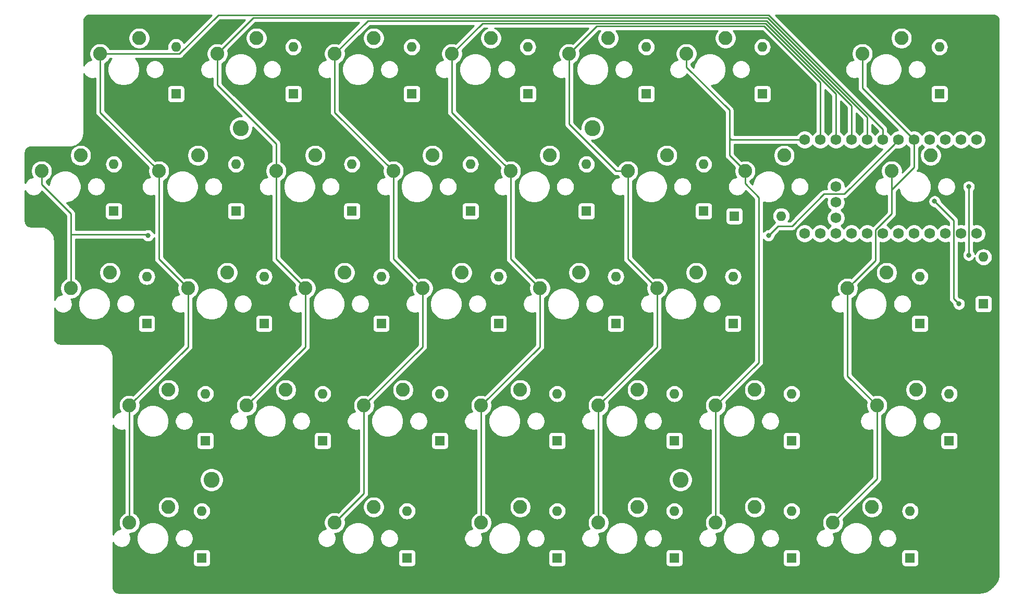
<source format=gbr>
G04 #@! TF.GenerationSoftware,KiCad,Pcbnew,(5.1.4-0)*
G04 #@! TF.CreationDate,2022-08-11T17:04:41-05:00*
G04 #@! TF.ProjectId,keyboard,6b657962-6f61-4726-942e-6b696361645f,rev?*
G04 #@! TF.SameCoordinates,Original*
G04 #@! TF.FileFunction,Copper,L2,Bot*
G04 #@! TF.FilePolarity,Positive*
%FSLAX46Y46*%
G04 Gerber Fmt 4.6, Leading zero omitted, Abs format (unit mm)*
G04 Created by KiCad (PCBNEW (5.1.4-0)) date 2022-08-11 17:04:41*
%MOMM*%
%LPD*%
G04 APERTURE LIST*
%ADD10C,2.250000*%
%ADD11C,1.752600*%
%ADD12O,1.600000X1.600000*%
%ADD13R,1.600000X1.600000*%
%ADD14C,2.600000*%
%ADD15C,0.800000*%
%ADD16C,0.250000*%
%ADD17C,0.254000*%
G04 APERTURE END LIST*
D10*
X143033750Y-42545000D03*
X136683750Y-45085000D03*
X145415000Y-4445000D03*
X139065000Y-6985000D03*
X26352500Y-80645000D03*
X20002500Y-83185000D03*
D11*
X157638750Y-36195000D03*
X155098750Y-36195000D03*
X152558750Y-36195000D03*
X150018750Y-36195000D03*
X147478750Y-36195000D03*
X144938750Y-36195000D03*
X142398750Y-36195000D03*
X139858750Y-36195000D03*
X137318750Y-36195000D03*
X134778750Y-36195000D03*
X132238750Y-36195000D03*
X129698750Y-20955000D03*
X132238750Y-20955000D03*
X134778750Y-20955000D03*
X137318750Y-20955000D03*
X139858750Y-20955000D03*
X142398750Y-20955000D03*
X144938750Y-20955000D03*
X147478750Y-20955000D03*
X150018750Y-20955000D03*
X152558750Y-20955000D03*
X155098750Y-20955000D03*
X129698750Y-36195000D03*
X157638750Y-20955000D03*
X134778750Y-33655000D03*
X134778750Y-31115000D03*
X134778750Y-28575000D03*
D10*
X140652500Y-80645000D03*
X134302500Y-83185000D03*
X121602500Y-80645000D03*
X115252500Y-83185000D03*
X102552500Y-80645000D03*
X96202500Y-83185000D03*
X83502500Y-80645000D03*
X77152500Y-83185000D03*
X59690000Y-80645000D03*
X53340000Y-83185000D03*
X147796250Y-61595000D03*
X141446250Y-64135000D03*
X121602500Y-61595000D03*
X115252500Y-64135000D03*
X102552500Y-61595000D03*
X96202500Y-64135000D03*
X83502500Y-61595000D03*
X77152500Y-64135000D03*
X64452500Y-61595000D03*
X58102500Y-64135000D03*
X45402500Y-61595000D03*
X39052500Y-64135000D03*
X26352500Y-61595000D03*
X20002500Y-64135000D03*
X112077500Y-42545000D03*
X105727500Y-45085000D03*
X93027500Y-42545000D03*
X86677500Y-45085000D03*
X73977500Y-42545000D03*
X67627500Y-45085000D03*
X54927500Y-42545000D03*
X48577500Y-45085000D03*
X35877500Y-42545000D03*
X29527500Y-45085000D03*
X16827500Y-42545000D03*
X10477500Y-45085000D03*
X150177500Y-23495000D03*
X143827500Y-26035000D03*
X126365000Y-23495000D03*
X120015000Y-26035000D03*
X107315000Y-23495000D03*
X100965000Y-26035000D03*
X88265000Y-23495000D03*
X81915000Y-26035000D03*
X69215000Y-23495000D03*
X62865000Y-26035000D03*
X50165000Y-23495000D03*
X43815000Y-26035000D03*
X31115000Y-23495000D03*
X24765000Y-26035000D03*
X12065000Y-23495000D03*
X5715000Y-26035000D03*
X116840000Y-4445000D03*
X110490000Y-6985000D03*
X97790000Y-4445000D03*
X91440000Y-6985000D03*
X78740000Y-4445000D03*
X72390000Y-6985000D03*
X59690000Y-4445000D03*
X53340000Y-6985000D03*
X40640000Y-4445000D03*
X34290000Y-6985000D03*
X21590000Y-4445000D03*
X15240000Y-6985000D03*
D12*
X146843750Y-81280000D03*
D13*
X146843750Y-88900000D03*
D12*
X127587500Y-81280000D03*
D13*
X127587500Y-88900000D03*
D12*
X108537500Y-81280000D03*
D13*
X108537500Y-88900000D03*
D12*
X89487500Y-81280000D03*
D13*
X89487500Y-88900000D03*
D12*
X65087500Y-81280000D03*
D13*
X65087500Y-88900000D03*
D12*
X31750000Y-81280000D03*
D13*
X31750000Y-88900000D03*
D12*
X153193750Y-62230000D03*
D13*
X153193750Y-69850000D03*
D12*
X127587500Y-62230000D03*
D13*
X127587500Y-69850000D03*
D12*
X108537500Y-62230000D03*
D13*
X108537500Y-69850000D03*
D12*
X89487500Y-62230000D03*
D13*
X89487500Y-69850000D03*
D12*
X70437500Y-62230000D03*
D13*
X70437500Y-69850000D03*
D12*
X51387500Y-62230000D03*
D13*
X51387500Y-69850000D03*
D12*
X32337500Y-62230000D03*
D13*
X32337500Y-69850000D03*
D12*
X148431250Y-43180000D03*
D13*
X148431250Y-50800000D03*
D12*
X118062500Y-43180000D03*
D13*
X118062500Y-50800000D03*
D12*
X99012500Y-43180000D03*
D13*
X99012500Y-50800000D03*
D12*
X79962500Y-43180000D03*
D13*
X79962500Y-50800000D03*
D12*
X60912500Y-43180000D03*
D13*
X60912500Y-50800000D03*
D12*
X41862500Y-43180000D03*
D13*
X41862500Y-50800000D03*
D12*
X22812500Y-43180000D03*
D13*
X22812500Y-50800000D03*
D12*
X158750000Y-40005000D03*
D13*
X158750000Y-47625000D03*
D12*
X125888750Y-33337500D03*
D13*
X118268750Y-33337500D03*
D12*
X113300000Y-24923750D03*
D13*
X113300000Y-32543750D03*
D12*
X94250000Y-24923750D03*
D13*
X94250000Y-32543750D03*
D12*
X75406250Y-24923750D03*
D13*
X75406250Y-32543750D03*
D12*
X56150000Y-24923750D03*
D13*
X56150000Y-32543750D03*
D12*
X37306250Y-24923750D03*
D13*
X37306250Y-32543750D03*
D12*
X17462500Y-24923750D03*
D13*
X17462500Y-32543750D03*
D12*
X151606250Y-5873750D03*
D13*
X151606250Y-13493750D03*
D12*
X122825000Y-5873750D03*
D13*
X122825000Y-13493750D03*
D12*
X103981250Y-5873750D03*
D13*
X103981250Y-13493750D03*
D12*
X84725000Y-5873750D03*
D13*
X84725000Y-13493750D03*
D12*
X65881250Y-5873750D03*
D13*
X65881250Y-13493750D03*
D12*
X46625000Y-5873750D03*
D13*
X46625000Y-13493750D03*
D12*
X27575000Y-5873750D03*
D13*
X27575000Y-13493750D03*
D14*
X38100000Y-19050000D03*
X95250000Y-19050000D03*
X33337500Y-76200000D03*
X109537500Y-76200000D03*
D15*
X23018750Y-36512500D03*
X123825000Y-36512500D03*
X150812500Y-30956250D03*
X154781250Y-47625000D03*
X156368750Y-28575000D03*
X156368750Y-39687500D03*
D16*
X10477500Y-43494010D02*
X10477500Y-45085000D01*
X5715000Y-28196974D02*
X10477500Y-32959474D01*
X5715000Y-26035000D02*
X5715000Y-28196974D01*
X22860000Y-36353750D02*
X23018750Y-36512500D01*
X10477500Y-36353750D02*
X22860000Y-36353750D01*
X10477500Y-32959474D02*
X10477500Y-36353750D01*
X10477500Y-36353750D02*
X10477500Y-43494010D01*
X144062451Y-21831299D02*
X144938750Y-20955000D01*
X123825000Y-36512500D02*
X125343801Y-34993699D01*
X132847236Y-29776301D02*
X136117449Y-29776301D01*
X136117449Y-29776301D02*
X144062451Y-21831299D01*
X127629838Y-34993699D02*
X132847236Y-29776301D01*
X125343801Y-34993699D02*
X127629838Y-34993699D01*
X15240000Y-16510000D02*
X24765000Y-26035000D01*
X15240000Y-6985000D02*
X15240000Y-16510000D01*
X24765000Y-40322500D02*
X29527500Y-45085000D01*
X24765000Y-26035000D02*
X24765000Y-40322500D01*
X29527500Y-54610000D02*
X20002500Y-64135000D01*
X29527500Y-45085000D02*
X29527500Y-54610000D01*
X20002500Y-65725990D02*
X20002500Y-83185000D01*
X20002500Y-64135000D02*
X20002500Y-65725990D01*
X28115001Y-6998751D02*
X34426271Y-687481D01*
X25733331Y-6998751D02*
X28115001Y-6998751D01*
X25719580Y-6985000D02*
X25733331Y-6998751D01*
X15240000Y-6985000D02*
X25719580Y-6985000D01*
X142398750Y-19715725D02*
X142398750Y-20955000D01*
X142398750Y-19203110D02*
X142398750Y-19715725D01*
X123883122Y-687482D02*
X142398750Y-19203110D01*
X34426271Y-687481D02*
X123883122Y-687482D01*
X48577500Y-54610000D02*
X48577500Y-45085000D01*
X39052500Y-64135000D02*
X48577500Y-54610000D01*
X43815000Y-40322500D02*
X43815000Y-26035000D01*
X48577500Y-45085000D02*
X43815000Y-40322500D01*
X123696721Y-1137491D02*
X139858750Y-17299520D01*
X139858750Y-19715725D02*
X139858750Y-20955000D01*
X139858750Y-17299520D02*
X139858750Y-19715725D01*
X40137510Y-1137490D02*
X123696721Y-1137491D01*
X34290000Y-6985000D02*
X40137510Y-1137490D01*
X34290000Y-12065000D02*
X34290000Y-8575990D01*
X43815000Y-21590000D02*
X34290000Y-12065000D01*
X34290000Y-8575990D02*
X34290000Y-6985000D01*
X43815000Y-26035000D02*
X43815000Y-21590000D01*
X53340000Y-16510000D02*
X62865000Y-26035000D01*
X53340000Y-6985000D02*
X53340000Y-16510000D01*
X62865000Y-40322500D02*
X67627500Y-45085000D01*
X62865000Y-26035000D02*
X62865000Y-40322500D01*
X67627500Y-54610000D02*
X58102500Y-64135000D01*
X67627500Y-45085000D02*
X67627500Y-54610000D01*
X58102500Y-78422500D02*
X53340000Y-83185000D01*
X58102500Y-64135000D02*
X58102500Y-78422500D01*
X137318750Y-19715725D02*
X137318750Y-20955000D01*
X123510320Y-1587500D02*
X137318750Y-15395930D01*
X58737500Y-1587500D02*
X123510320Y-1587500D01*
X137318750Y-15395930D02*
X137318750Y-19715725D01*
X53340000Y-6985000D02*
X58737500Y-1587500D01*
X77152500Y-83185000D02*
X77152500Y-64135000D01*
X86677500Y-54610000D02*
X86677500Y-45085000D01*
X77152500Y-64135000D02*
X86677500Y-54610000D01*
X81915000Y-40322500D02*
X81915000Y-26035000D01*
X86677500Y-45085000D02*
X81915000Y-40322500D01*
X72390000Y-16510000D02*
X72390000Y-6985000D01*
X81915000Y-26035000D02*
X72390000Y-16510000D01*
X134778750Y-19715725D02*
X134778750Y-20955000D01*
X134778750Y-13492340D02*
X134778750Y-19715725D01*
X72390000Y-6985000D02*
X77337489Y-2037511D01*
X77337489Y-2037511D02*
X123323921Y-2037511D01*
X123323921Y-2037511D02*
X134778750Y-13492340D01*
X100965000Y-40322500D02*
X105727500Y-45085000D01*
X100965000Y-26035000D02*
X100965000Y-40322500D01*
X105727500Y-54610000D02*
X96202500Y-64135000D01*
X105727500Y-45085000D02*
X105727500Y-54610000D01*
X96202500Y-64135000D02*
X96202500Y-83185000D01*
X91440000Y-6985000D02*
X95937478Y-2487522D01*
X132238750Y-11588750D02*
X132238750Y-19715725D01*
X95937478Y-2487522D02*
X123137522Y-2487522D01*
X123137522Y-2487522D02*
X132238750Y-11588750D01*
X132238750Y-19715725D02*
X132238750Y-20955000D01*
X99060000Y-26035000D02*
X100965000Y-26035000D01*
X91440000Y-18415000D02*
X99060000Y-26035000D01*
X91440000Y-6985000D02*
X91440000Y-18415000D01*
X115252500Y-83185000D02*
X115252500Y-64135000D01*
X115252500Y-64135000D02*
X122237500Y-57150000D01*
X120015000Y-28068998D02*
X120015000Y-27625990D01*
X122237500Y-30291498D02*
X120015000Y-28068998D01*
X120015000Y-27625990D02*
X120015000Y-26035000D01*
X122237500Y-57150000D02*
X122237500Y-30291498D01*
X120015000Y-26035000D02*
X117475000Y-23495000D01*
X117792500Y-20955000D02*
X117475000Y-20637500D01*
X129698750Y-20955000D02*
X117792500Y-20955000D01*
X117475000Y-23495000D02*
X117475000Y-20637500D01*
X110490000Y-8575990D02*
X110490000Y-6985000D01*
X110490000Y-9146974D02*
X110490000Y-8575990D01*
X117475000Y-16131974D02*
X110490000Y-9146974D01*
X117475000Y-20637500D02*
X117475000Y-16131974D01*
X141197449Y-40571301D02*
X137808749Y-43960001D01*
X141197449Y-35618375D02*
X141197449Y-40571301D01*
X137808749Y-43960001D02*
X136683750Y-45085000D01*
X143827500Y-32988324D02*
X141197449Y-35618375D01*
X136683750Y-59372500D02*
X141446250Y-64135000D01*
X136683750Y-45085000D02*
X136683750Y-59372500D01*
X141446250Y-76041250D02*
X134302500Y-83185000D01*
X141446250Y-64135000D02*
X141446250Y-76041250D01*
X139065000Y-12541250D02*
X147478750Y-20955000D01*
X139065000Y-6985000D02*
X139065000Y-12541250D01*
X143827500Y-29081002D02*
X143827500Y-32988324D01*
X147478750Y-25429752D02*
X143827500Y-29081002D01*
X147478750Y-20955000D02*
X147478750Y-25429752D01*
X143827500Y-26035000D02*
X143827500Y-29081002D01*
X153897449Y-34041199D02*
X153897449Y-46741199D01*
X150812500Y-30956250D02*
X153897449Y-34041199D01*
X153897449Y-46741199D02*
X154781250Y-47625000D01*
X156368750Y-28575000D02*
X156368750Y-39687500D01*
D17*
G36*
X160512160Y-705411D02*
G01*
X160680162Y-756133D01*
X160835119Y-838526D01*
X160971118Y-949444D01*
X161082983Y-1084665D01*
X161166453Y-1239039D01*
X161218349Y-1406687D01*
X161240000Y-1612691D01*
X161240001Y-91247736D01*
X161174239Y-91918429D01*
X160989190Y-92531339D01*
X160688619Y-93096632D01*
X160283972Y-93592778D01*
X159790665Y-94000877D01*
X159227481Y-94305389D01*
X158615875Y-94494713D01*
X157947140Y-94565000D01*
X18289756Y-94565000D01*
X18081590Y-94544589D01*
X17913588Y-94493867D01*
X17758628Y-94411473D01*
X17622632Y-94300557D01*
X17510767Y-94165335D01*
X17427297Y-94010961D01*
X17375401Y-93843313D01*
X17353750Y-93637309D01*
X17353750Y-86342222D01*
X17394356Y-86440253D01*
X17559607Y-86687569D01*
X17769931Y-86897893D01*
X18017247Y-87063144D01*
X18292049Y-87176971D01*
X18583778Y-87235000D01*
X18881222Y-87235000D01*
X19172951Y-87176971D01*
X19447753Y-87063144D01*
X19695069Y-86897893D01*
X19905393Y-86687569D01*
X20070644Y-86440253D01*
X20184471Y-86165451D01*
X20242500Y-85873722D01*
X20242500Y-85576278D01*
X20220580Y-85466076D01*
X21183600Y-85466076D01*
X21183600Y-85983924D01*
X21284627Y-86491822D01*
X21482799Y-86970251D01*
X21770500Y-87400826D01*
X22136674Y-87767000D01*
X22567249Y-88054701D01*
X23045678Y-88252873D01*
X23553576Y-88353900D01*
X24071424Y-88353900D01*
X24579322Y-88252873D01*
X24948389Y-88100000D01*
X30311928Y-88100000D01*
X30311928Y-89700000D01*
X30324188Y-89824482D01*
X30360498Y-89944180D01*
X30419463Y-90054494D01*
X30498815Y-90151185D01*
X30595506Y-90230537D01*
X30705820Y-90289502D01*
X30825518Y-90325812D01*
X30950000Y-90338072D01*
X32550000Y-90338072D01*
X32674482Y-90325812D01*
X32794180Y-90289502D01*
X32904494Y-90230537D01*
X33001185Y-90151185D01*
X33080537Y-90054494D01*
X33139502Y-89944180D01*
X33175812Y-89824482D01*
X33188072Y-89700000D01*
X33188072Y-88100000D01*
X33175812Y-87975518D01*
X33139502Y-87855820D01*
X33080537Y-87745506D01*
X33001185Y-87648815D01*
X32904494Y-87569463D01*
X32794180Y-87510498D01*
X32674482Y-87474188D01*
X32550000Y-87461928D01*
X30950000Y-87461928D01*
X30825518Y-87474188D01*
X30705820Y-87510498D01*
X30595506Y-87569463D01*
X30498815Y-87648815D01*
X30419463Y-87745506D01*
X30360498Y-87855820D01*
X30324188Y-87975518D01*
X30311928Y-88100000D01*
X24948389Y-88100000D01*
X25057751Y-88054701D01*
X25488326Y-87767000D01*
X25854500Y-87400826D01*
X26142201Y-86970251D01*
X26340373Y-86491822D01*
X26441400Y-85983924D01*
X26441400Y-85576278D01*
X27382500Y-85576278D01*
X27382500Y-85873722D01*
X27440529Y-86165451D01*
X27554356Y-86440253D01*
X27719607Y-86687569D01*
X27929931Y-86897893D01*
X28177247Y-87063144D01*
X28452049Y-87176971D01*
X28743778Y-87235000D01*
X29041222Y-87235000D01*
X29332951Y-87176971D01*
X29607753Y-87063144D01*
X29855069Y-86897893D01*
X30065393Y-86687569D01*
X30230644Y-86440253D01*
X30344471Y-86165451D01*
X30402500Y-85873722D01*
X30402500Y-85576278D01*
X30344471Y-85284549D01*
X30230644Y-85009747D01*
X30065393Y-84762431D01*
X29855069Y-84552107D01*
X29607753Y-84386856D01*
X29332951Y-84273029D01*
X29041222Y-84215000D01*
X28743778Y-84215000D01*
X28452049Y-84273029D01*
X28177247Y-84386856D01*
X27929931Y-84552107D01*
X27719607Y-84762431D01*
X27554356Y-85009747D01*
X27440529Y-85284549D01*
X27382500Y-85576278D01*
X26441400Y-85576278D01*
X26441400Y-85466076D01*
X26340373Y-84958178D01*
X26142201Y-84479749D01*
X25854500Y-84049174D01*
X25488326Y-83683000D01*
X25057751Y-83395299D01*
X24579322Y-83197127D01*
X24071424Y-83096100D01*
X23553576Y-83096100D01*
X23045678Y-83197127D01*
X22567249Y-83395299D01*
X22136674Y-83683000D01*
X21770500Y-84049174D01*
X21482799Y-84479749D01*
X21284627Y-84958178D01*
X21183600Y-85466076D01*
X20220580Y-85466076D01*
X20184471Y-85284549D01*
X20070644Y-85009747D01*
X20027382Y-84945000D01*
X20175845Y-84945000D01*
X20515873Y-84877364D01*
X20836173Y-84744692D01*
X21124435Y-84552081D01*
X21369581Y-84306935D01*
X21562192Y-84018673D01*
X21694864Y-83698373D01*
X21762500Y-83358345D01*
X21762500Y-83011655D01*
X21694864Y-82671627D01*
X21562192Y-82351327D01*
X21369581Y-82063065D01*
X21124435Y-81817919D01*
X20836173Y-81625308D01*
X20762500Y-81594792D01*
X20762500Y-80471655D01*
X24592500Y-80471655D01*
X24592500Y-80818345D01*
X24660136Y-81158373D01*
X24792808Y-81478673D01*
X24985419Y-81766935D01*
X25230565Y-82012081D01*
X25518827Y-82204692D01*
X25839127Y-82337364D01*
X26179155Y-82405000D01*
X26525845Y-82405000D01*
X26865873Y-82337364D01*
X27186173Y-82204692D01*
X27474435Y-82012081D01*
X27719581Y-81766935D01*
X27912192Y-81478673D01*
X27994484Y-81280000D01*
X30308057Y-81280000D01*
X30335764Y-81561309D01*
X30417818Y-81831808D01*
X30551068Y-82081101D01*
X30730392Y-82299608D01*
X30948899Y-82478932D01*
X31198192Y-82612182D01*
X31468691Y-82694236D01*
X31679508Y-82715000D01*
X31820492Y-82715000D01*
X32031309Y-82694236D01*
X32301808Y-82612182D01*
X32551101Y-82478932D01*
X32769608Y-82299608D01*
X32948932Y-82081101D01*
X33082182Y-81831808D01*
X33164236Y-81561309D01*
X33191943Y-81280000D01*
X33164236Y-80998691D01*
X33082182Y-80728192D01*
X32948932Y-80478899D01*
X32769608Y-80260392D01*
X32551101Y-80081068D01*
X32301808Y-79947818D01*
X32031309Y-79865764D01*
X31820492Y-79845000D01*
X31679508Y-79845000D01*
X31468691Y-79865764D01*
X31198192Y-79947818D01*
X30948899Y-80081068D01*
X30730392Y-80260392D01*
X30551068Y-80478899D01*
X30417818Y-80728192D01*
X30335764Y-80998691D01*
X30308057Y-81280000D01*
X27994484Y-81280000D01*
X28044864Y-81158373D01*
X28112500Y-80818345D01*
X28112500Y-80471655D01*
X28044864Y-80131627D01*
X27912192Y-79811327D01*
X27719581Y-79523065D01*
X27474435Y-79277919D01*
X27186173Y-79085308D01*
X26865873Y-78952636D01*
X26525845Y-78885000D01*
X26179155Y-78885000D01*
X25839127Y-78952636D01*
X25518827Y-79085308D01*
X25230565Y-79277919D01*
X24985419Y-79523065D01*
X24792808Y-79811327D01*
X24660136Y-80131627D01*
X24592500Y-80471655D01*
X20762500Y-80471655D01*
X20762500Y-76009419D01*
X31402500Y-76009419D01*
X31402500Y-76390581D01*
X31476861Y-76764419D01*
X31622725Y-77116566D01*
X31834487Y-77433491D01*
X32104009Y-77703013D01*
X32420934Y-77914775D01*
X32773081Y-78060639D01*
X33146919Y-78135000D01*
X33528081Y-78135000D01*
X33901919Y-78060639D01*
X34254066Y-77914775D01*
X34570991Y-77703013D01*
X34840513Y-77433491D01*
X35052275Y-77116566D01*
X35198139Y-76764419D01*
X35272500Y-76390581D01*
X35272500Y-76009419D01*
X35198139Y-75635581D01*
X35052275Y-75283434D01*
X34840513Y-74966509D01*
X34570991Y-74696987D01*
X34254066Y-74485225D01*
X33901919Y-74339361D01*
X33528081Y-74265000D01*
X33146919Y-74265000D01*
X32773081Y-74339361D01*
X32420934Y-74485225D01*
X32104009Y-74696987D01*
X31834487Y-74966509D01*
X31622725Y-75283434D01*
X31476861Y-75635581D01*
X31402500Y-76009419D01*
X20762500Y-76009419D01*
X20762500Y-66416076D01*
X21183600Y-66416076D01*
X21183600Y-66933924D01*
X21284627Y-67441822D01*
X21482799Y-67920251D01*
X21770500Y-68350826D01*
X22136674Y-68717000D01*
X22567249Y-69004701D01*
X23045678Y-69202873D01*
X23553576Y-69303900D01*
X24071424Y-69303900D01*
X24579322Y-69202873D01*
X24948389Y-69050000D01*
X30899428Y-69050000D01*
X30899428Y-70650000D01*
X30911688Y-70774482D01*
X30947998Y-70894180D01*
X31006963Y-71004494D01*
X31086315Y-71101185D01*
X31183006Y-71180537D01*
X31293320Y-71239502D01*
X31413018Y-71275812D01*
X31537500Y-71288072D01*
X33137500Y-71288072D01*
X33261982Y-71275812D01*
X33381680Y-71239502D01*
X33491994Y-71180537D01*
X33588685Y-71101185D01*
X33668037Y-71004494D01*
X33727002Y-70894180D01*
X33763312Y-70774482D01*
X33775572Y-70650000D01*
X33775572Y-69050000D01*
X33763312Y-68925518D01*
X33727002Y-68805820D01*
X33668037Y-68695506D01*
X33588685Y-68598815D01*
X33491994Y-68519463D01*
X33381680Y-68460498D01*
X33261982Y-68424188D01*
X33137500Y-68411928D01*
X31537500Y-68411928D01*
X31413018Y-68424188D01*
X31293320Y-68460498D01*
X31183006Y-68519463D01*
X31086315Y-68598815D01*
X31006963Y-68695506D01*
X30947998Y-68805820D01*
X30911688Y-68925518D01*
X30899428Y-69050000D01*
X24948389Y-69050000D01*
X25057751Y-69004701D01*
X25488326Y-68717000D01*
X25854500Y-68350826D01*
X26142201Y-67920251D01*
X26340373Y-67441822D01*
X26441400Y-66933924D01*
X26441400Y-66526278D01*
X27382500Y-66526278D01*
X27382500Y-66823722D01*
X27440529Y-67115451D01*
X27554356Y-67390253D01*
X27719607Y-67637569D01*
X27929931Y-67847893D01*
X28177247Y-68013144D01*
X28452049Y-68126971D01*
X28743778Y-68185000D01*
X29041222Y-68185000D01*
X29332951Y-68126971D01*
X29607753Y-68013144D01*
X29855069Y-67847893D01*
X30065393Y-67637569D01*
X30230644Y-67390253D01*
X30344471Y-67115451D01*
X30402500Y-66823722D01*
X30402500Y-66526278D01*
X30344471Y-66234549D01*
X30230644Y-65959747D01*
X30065393Y-65712431D01*
X29855069Y-65502107D01*
X29607753Y-65336856D01*
X29332951Y-65223029D01*
X29041222Y-65165000D01*
X28743778Y-65165000D01*
X28452049Y-65223029D01*
X28177247Y-65336856D01*
X27929931Y-65502107D01*
X27719607Y-65712431D01*
X27554356Y-65959747D01*
X27440529Y-66234549D01*
X27382500Y-66526278D01*
X26441400Y-66526278D01*
X26441400Y-66416076D01*
X26340373Y-65908178D01*
X26142201Y-65429749D01*
X25854500Y-64999174D01*
X25488326Y-64633000D01*
X25057751Y-64345299D01*
X24579322Y-64147127D01*
X24071424Y-64046100D01*
X23553576Y-64046100D01*
X23045678Y-64147127D01*
X22567249Y-64345299D01*
X22136674Y-64633000D01*
X21770500Y-64999174D01*
X21482799Y-65429749D01*
X21284627Y-65908178D01*
X21183600Y-66416076D01*
X20762500Y-66416076D01*
X20762500Y-65725208D01*
X20836173Y-65694692D01*
X21124435Y-65502081D01*
X21369581Y-65256935D01*
X21562192Y-64968673D01*
X21694864Y-64648373D01*
X21762500Y-64308345D01*
X21762500Y-63961655D01*
X21694864Y-63621627D01*
X21664348Y-63547954D01*
X23790647Y-61421655D01*
X24592500Y-61421655D01*
X24592500Y-61768345D01*
X24660136Y-62108373D01*
X24792808Y-62428673D01*
X24985419Y-62716935D01*
X25230565Y-62962081D01*
X25518827Y-63154692D01*
X25839127Y-63287364D01*
X26179155Y-63355000D01*
X26525845Y-63355000D01*
X26865873Y-63287364D01*
X27186173Y-63154692D01*
X27474435Y-62962081D01*
X27719581Y-62716935D01*
X27912192Y-62428673D01*
X27994484Y-62230000D01*
X30895557Y-62230000D01*
X30923264Y-62511309D01*
X31005318Y-62781808D01*
X31138568Y-63031101D01*
X31317892Y-63249608D01*
X31536399Y-63428932D01*
X31785692Y-63562182D01*
X32056191Y-63644236D01*
X32267008Y-63665000D01*
X32407992Y-63665000D01*
X32618809Y-63644236D01*
X32889308Y-63562182D01*
X33138601Y-63428932D01*
X33357108Y-63249608D01*
X33536432Y-63031101D01*
X33669682Y-62781808D01*
X33751736Y-62511309D01*
X33779443Y-62230000D01*
X33751736Y-61948691D01*
X33669682Y-61678192D01*
X33536432Y-61428899D01*
X33357108Y-61210392D01*
X33138601Y-61031068D01*
X32889308Y-60897818D01*
X32618809Y-60815764D01*
X32407992Y-60795000D01*
X32267008Y-60795000D01*
X32056191Y-60815764D01*
X31785692Y-60897818D01*
X31536399Y-61031068D01*
X31317892Y-61210392D01*
X31138568Y-61428899D01*
X31005318Y-61678192D01*
X30923264Y-61948691D01*
X30895557Y-62230000D01*
X27994484Y-62230000D01*
X28044864Y-62108373D01*
X28112500Y-61768345D01*
X28112500Y-61421655D01*
X28044864Y-61081627D01*
X27912192Y-60761327D01*
X27719581Y-60473065D01*
X27474435Y-60227919D01*
X27186173Y-60035308D01*
X26865873Y-59902636D01*
X26525845Y-59835000D01*
X26179155Y-59835000D01*
X25839127Y-59902636D01*
X25518827Y-60035308D01*
X25230565Y-60227919D01*
X24985419Y-60473065D01*
X24792808Y-60761327D01*
X24660136Y-61081627D01*
X24592500Y-61421655D01*
X23790647Y-61421655D01*
X30038503Y-55173799D01*
X30067501Y-55150001D01*
X30162474Y-55034276D01*
X30233046Y-54902247D01*
X30276503Y-54758986D01*
X30287500Y-54647333D01*
X30287500Y-54647324D01*
X30291176Y-54610001D01*
X30287500Y-54572678D01*
X30287500Y-47366076D01*
X30708600Y-47366076D01*
X30708600Y-47883924D01*
X30809627Y-48391822D01*
X31007799Y-48870251D01*
X31295500Y-49300826D01*
X31661674Y-49667000D01*
X32092249Y-49954701D01*
X32570678Y-50152873D01*
X33078576Y-50253900D01*
X33596424Y-50253900D01*
X34104322Y-50152873D01*
X34473389Y-50000000D01*
X40424428Y-50000000D01*
X40424428Y-51600000D01*
X40436688Y-51724482D01*
X40472998Y-51844180D01*
X40531963Y-51954494D01*
X40611315Y-52051185D01*
X40708006Y-52130537D01*
X40818320Y-52189502D01*
X40938018Y-52225812D01*
X41062500Y-52238072D01*
X42662500Y-52238072D01*
X42786982Y-52225812D01*
X42906680Y-52189502D01*
X43016994Y-52130537D01*
X43113685Y-52051185D01*
X43193037Y-51954494D01*
X43252002Y-51844180D01*
X43288312Y-51724482D01*
X43300572Y-51600000D01*
X43300572Y-50000000D01*
X43288312Y-49875518D01*
X43252002Y-49755820D01*
X43193037Y-49645506D01*
X43113685Y-49548815D01*
X43016994Y-49469463D01*
X42906680Y-49410498D01*
X42786982Y-49374188D01*
X42662500Y-49361928D01*
X41062500Y-49361928D01*
X40938018Y-49374188D01*
X40818320Y-49410498D01*
X40708006Y-49469463D01*
X40611315Y-49548815D01*
X40531963Y-49645506D01*
X40472998Y-49755820D01*
X40436688Y-49875518D01*
X40424428Y-50000000D01*
X34473389Y-50000000D01*
X34582751Y-49954701D01*
X35013326Y-49667000D01*
X35379500Y-49300826D01*
X35667201Y-48870251D01*
X35865373Y-48391822D01*
X35966400Y-47883924D01*
X35966400Y-47476278D01*
X36907500Y-47476278D01*
X36907500Y-47773722D01*
X36965529Y-48065451D01*
X37079356Y-48340253D01*
X37244607Y-48587569D01*
X37454931Y-48797893D01*
X37702247Y-48963144D01*
X37977049Y-49076971D01*
X38268778Y-49135000D01*
X38566222Y-49135000D01*
X38857951Y-49076971D01*
X39132753Y-48963144D01*
X39380069Y-48797893D01*
X39590393Y-48587569D01*
X39755644Y-48340253D01*
X39869471Y-48065451D01*
X39927500Y-47773722D01*
X39927500Y-47476278D01*
X39869471Y-47184549D01*
X39755644Y-46909747D01*
X39590393Y-46662431D01*
X39380069Y-46452107D01*
X39132753Y-46286856D01*
X38857951Y-46173029D01*
X38566222Y-46115000D01*
X38268778Y-46115000D01*
X37977049Y-46173029D01*
X37702247Y-46286856D01*
X37454931Y-46452107D01*
X37244607Y-46662431D01*
X37079356Y-46909747D01*
X36965529Y-47184549D01*
X36907500Y-47476278D01*
X35966400Y-47476278D01*
X35966400Y-47366076D01*
X35865373Y-46858178D01*
X35667201Y-46379749D01*
X35379500Y-45949174D01*
X35013326Y-45583000D01*
X34582751Y-45295299D01*
X34104322Y-45097127D01*
X33596424Y-44996100D01*
X33078576Y-44996100D01*
X32570678Y-45097127D01*
X32092249Y-45295299D01*
X31661674Y-45583000D01*
X31295500Y-45949174D01*
X31007799Y-46379749D01*
X30809627Y-46858178D01*
X30708600Y-47366076D01*
X30287500Y-47366076D01*
X30287500Y-46675208D01*
X30361173Y-46644692D01*
X30649435Y-46452081D01*
X30894581Y-46206935D01*
X31087192Y-45918673D01*
X31219864Y-45598373D01*
X31287500Y-45258345D01*
X31287500Y-44911655D01*
X31219864Y-44571627D01*
X31087192Y-44251327D01*
X30894581Y-43963065D01*
X30649435Y-43717919D01*
X30361173Y-43525308D01*
X30040873Y-43392636D01*
X29700845Y-43325000D01*
X29354155Y-43325000D01*
X29014127Y-43392636D01*
X28940454Y-43423152D01*
X27888957Y-42371655D01*
X34117500Y-42371655D01*
X34117500Y-42718345D01*
X34185136Y-43058373D01*
X34317808Y-43378673D01*
X34510419Y-43666935D01*
X34755565Y-43912081D01*
X35043827Y-44104692D01*
X35364127Y-44237364D01*
X35704155Y-44305000D01*
X36050845Y-44305000D01*
X36390873Y-44237364D01*
X36711173Y-44104692D01*
X36999435Y-43912081D01*
X37244581Y-43666935D01*
X37437192Y-43378673D01*
X37519484Y-43180000D01*
X40420557Y-43180000D01*
X40448264Y-43461309D01*
X40530318Y-43731808D01*
X40663568Y-43981101D01*
X40842892Y-44199608D01*
X41061399Y-44378932D01*
X41310692Y-44512182D01*
X41581191Y-44594236D01*
X41792008Y-44615000D01*
X41932992Y-44615000D01*
X42143809Y-44594236D01*
X42414308Y-44512182D01*
X42663601Y-44378932D01*
X42882108Y-44199608D01*
X43061432Y-43981101D01*
X43194682Y-43731808D01*
X43276736Y-43461309D01*
X43304443Y-43180000D01*
X43276736Y-42898691D01*
X43194682Y-42628192D01*
X43061432Y-42378899D01*
X42882108Y-42160392D01*
X42663601Y-41981068D01*
X42414308Y-41847818D01*
X42143809Y-41765764D01*
X41932992Y-41745000D01*
X41792008Y-41745000D01*
X41581191Y-41765764D01*
X41310692Y-41847818D01*
X41061399Y-41981068D01*
X40842892Y-42160392D01*
X40663568Y-42378899D01*
X40530318Y-42628192D01*
X40448264Y-42898691D01*
X40420557Y-43180000D01*
X37519484Y-43180000D01*
X37569864Y-43058373D01*
X37637500Y-42718345D01*
X37637500Y-42371655D01*
X37569864Y-42031627D01*
X37437192Y-41711327D01*
X37244581Y-41423065D01*
X36999435Y-41177919D01*
X36711173Y-40985308D01*
X36390873Y-40852636D01*
X36050845Y-40785000D01*
X35704155Y-40785000D01*
X35364127Y-40852636D01*
X35043827Y-40985308D01*
X34755565Y-41177919D01*
X34510419Y-41423065D01*
X34317808Y-41711327D01*
X34185136Y-42031627D01*
X34117500Y-42371655D01*
X27888957Y-42371655D01*
X25525000Y-40007699D01*
X25525000Y-31743750D01*
X35868178Y-31743750D01*
X35868178Y-33343750D01*
X35880438Y-33468232D01*
X35916748Y-33587930D01*
X35975713Y-33698244D01*
X36055065Y-33794935D01*
X36151756Y-33874287D01*
X36262070Y-33933252D01*
X36381768Y-33969562D01*
X36506250Y-33981822D01*
X38106250Y-33981822D01*
X38230732Y-33969562D01*
X38350430Y-33933252D01*
X38460744Y-33874287D01*
X38557435Y-33794935D01*
X38636787Y-33698244D01*
X38695752Y-33587930D01*
X38732062Y-33468232D01*
X38744322Y-33343750D01*
X38744322Y-31743750D01*
X38732062Y-31619268D01*
X38695752Y-31499570D01*
X38636787Y-31389256D01*
X38557435Y-31292565D01*
X38460744Y-31213213D01*
X38350430Y-31154248D01*
X38230732Y-31117938D01*
X38106250Y-31105678D01*
X36506250Y-31105678D01*
X36381768Y-31117938D01*
X36262070Y-31154248D01*
X36151756Y-31213213D01*
X36055065Y-31292565D01*
X35975713Y-31389256D01*
X35916748Y-31499570D01*
X35880438Y-31619268D01*
X35868178Y-31743750D01*
X25525000Y-31743750D01*
X25525000Y-28316076D01*
X25946100Y-28316076D01*
X25946100Y-28833924D01*
X26047127Y-29341822D01*
X26245299Y-29820251D01*
X26533000Y-30250826D01*
X26899174Y-30617000D01*
X27329749Y-30904701D01*
X27808178Y-31102873D01*
X28316076Y-31203900D01*
X28833924Y-31203900D01*
X29341822Y-31102873D01*
X29820251Y-30904701D01*
X30250826Y-30617000D01*
X30617000Y-30250826D01*
X30904701Y-29820251D01*
X31102873Y-29341822D01*
X31203900Y-28833924D01*
X31203900Y-28426278D01*
X32145000Y-28426278D01*
X32145000Y-28723722D01*
X32203029Y-29015451D01*
X32316856Y-29290253D01*
X32482107Y-29537569D01*
X32692431Y-29747893D01*
X32939747Y-29913144D01*
X33214549Y-30026971D01*
X33506278Y-30085000D01*
X33803722Y-30085000D01*
X34095451Y-30026971D01*
X34370253Y-29913144D01*
X34617569Y-29747893D01*
X34827893Y-29537569D01*
X34993144Y-29290253D01*
X35106971Y-29015451D01*
X35165000Y-28723722D01*
X35165000Y-28426278D01*
X35106971Y-28134549D01*
X34993144Y-27859747D01*
X34827893Y-27612431D01*
X34617569Y-27402107D01*
X34370253Y-27236856D01*
X34095451Y-27123029D01*
X33803722Y-27065000D01*
X33506278Y-27065000D01*
X33214549Y-27123029D01*
X32939747Y-27236856D01*
X32692431Y-27402107D01*
X32482107Y-27612431D01*
X32316856Y-27859747D01*
X32203029Y-28134549D01*
X32145000Y-28426278D01*
X31203900Y-28426278D01*
X31203900Y-28316076D01*
X31102873Y-27808178D01*
X30904701Y-27329749D01*
X30617000Y-26899174D01*
X30250826Y-26533000D01*
X29820251Y-26245299D01*
X29341822Y-26047127D01*
X28833924Y-25946100D01*
X28316076Y-25946100D01*
X27808178Y-26047127D01*
X27329749Y-26245299D01*
X26899174Y-26533000D01*
X26533000Y-26899174D01*
X26245299Y-27329749D01*
X26047127Y-27808178D01*
X25946100Y-28316076D01*
X25525000Y-28316076D01*
X25525000Y-27625208D01*
X25598673Y-27594692D01*
X25886935Y-27402081D01*
X26132081Y-27156935D01*
X26324692Y-26868673D01*
X26457364Y-26548373D01*
X26525000Y-26208345D01*
X26525000Y-25861655D01*
X26457364Y-25521627D01*
X26324692Y-25201327D01*
X26132081Y-24913065D01*
X25886935Y-24667919D01*
X25598673Y-24475308D01*
X25278373Y-24342636D01*
X24938345Y-24275000D01*
X24591655Y-24275000D01*
X24251627Y-24342636D01*
X24177954Y-24373152D01*
X23126457Y-23321655D01*
X29355000Y-23321655D01*
X29355000Y-23668345D01*
X29422636Y-24008373D01*
X29555308Y-24328673D01*
X29747919Y-24616935D01*
X29993065Y-24862081D01*
X30281327Y-25054692D01*
X30601627Y-25187364D01*
X30941655Y-25255000D01*
X31288345Y-25255000D01*
X31628373Y-25187364D01*
X31948673Y-25054692D01*
X32144641Y-24923750D01*
X35864307Y-24923750D01*
X35892014Y-25205059D01*
X35974068Y-25475558D01*
X36107318Y-25724851D01*
X36286642Y-25943358D01*
X36505149Y-26122682D01*
X36754442Y-26255932D01*
X37024941Y-26337986D01*
X37235758Y-26358750D01*
X37376742Y-26358750D01*
X37587559Y-26337986D01*
X37858058Y-26255932D01*
X38107351Y-26122682D01*
X38325858Y-25943358D01*
X38505182Y-25724851D01*
X38638432Y-25475558D01*
X38720486Y-25205059D01*
X38748193Y-24923750D01*
X38720486Y-24642441D01*
X38638432Y-24371942D01*
X38505182Y-24122649D01*
X38325858Y-23904142D01*
X38107351Y-23724818D01*
X37858058Y-23591568D01*
X37587559Y-23509514D01*
X37376742Y-23488750D01*
X37235758Y-23488750D01*
X37024941Y-23509514D01*
X36754442Y-23591568D01*
X36505149Y-23724818D01*
X36286642Y-23904142D01*
X36107318Y-24122649D01*
X35974068Y-24371942D01*
X35892014Y-24642441D01*
X35864307Y-24923750D01*
X32144641Y-24923750D01*
X32236935Y-24862081D01*
X32482081Y-24616935D01*
X32674692Y-24328673D01*
X32807364Y-24008373D01*
X32875000Y-23668345D01*
X32875000Y-23321655D01*
X32807364Y-22981627D01*
X32674692Y-22661327D01*
X32482081Y-22373065D01*
X32236935Y-22127919D01*
X31948673Y-21935308D01*
X31628373Y-21802636D01*
X31288345Y-21735000D01*
X30941655Y-21735000D01*
X30601627Y-21802636D01*
X30281327Y-21935308D01*
X29993065Y-22127919D01*
X29747919Y-22373065D01*
X29555308Y-22661327D01*
X29422636Y-22981627D01*
X29355000Y-23321655D01*
X23126457Y-23321655D01*
X16000000Y-16195199D01*
X16000000Y-12693750D01*
X26136928Y-12693750D01*
X26136928Y-14293750D01*
X26149188Y-14418232D01*
X26185498Y-14537930D01*
X26244463Y-14648244D01*
X26323815Y-14744935D01*
X26420506Y-14824287D01*
X26530820Y-14883252D01*
X26650518Y-14919562D01*
X26775000Y-14931822D01*
X28375000Y-14931822D01*
X28499482Y-14919562D01*
X28619180Y-14883252D01*
X28729494Y-14824287D01*
X28826185Y-14744935D01*
X28905537Y-14648244D01*
X28964502Y-14537930D01*
X29000812Y-14418232D01*
X29013072Y-14293750D01*
X29013072Y-12693750D01*
X29000812Y-12569268D01*
X28964502Y-12449570D01*
X28905537Y-12339256D01*
X28826185Y-12242565D01*
X28729494Y-12163213D01*
X28619180Y-12104248D01*
X28499482Y-12067938D01*
X28375000Y-12055678D01*
X26775000Y-12055678D01*
X26650518Y-12067938D01*
X26530820Y-12104248D01*
X26420506Y-12163213D01*
X26323815Y-12242565D01*
X26244463Y-12339256D01*
X26185498Y-12449570D01*
X26149188Y-12569268D01*
X26136928Y-12693750D01*
X16000000Y-12693750D01*
X16000000Y-8575208D01*
X16073673Y-8544692D01*
X16361935Y-8352081D01*
X16607081Y-8106935D01*
X16799692Y-7818673D01*
X16830208Y-7745000D01*
X17112174Y-7745000D01*
X17008000Y-7849174D01*
X16720299Y-8279749D01*
X16522127Y-8758178D01*
X16421100Y-9266076D01*
X16421100Y-9783924D01*
X16522127Y-10291822D01*
X16720299Y-10770251D01*
X17008000Y-11200826D01*
X17374174Y-11567000D01*
X17804749Y-11854701D01*
X18283178Y-12052873D01*
X18791076Y-12153900D01*
X19308924Y-12153900D01*
X19816822Y-12052873D01*
X20295251Y-11854701D01*
X20725826Y-11567000D01*
X21092000Y-11200826D01*
X21379701Y-10770251D01*
X21577873Y-10291822D01*
X21678900Y-9783924D01*
X21678900Y-9376278D01*
X22620000Y-9376278D01*
X22620000Y-9673722D01*
X22678029Y-9965451D01*
X22791856Y-10240253D01*
X22957107Y-10487569D01*
X23167431Y-10697893D01*
X23414747Y-10863144D01*
X23689549Y-10976971D01*
X23981278Y-11035000D01*
X24278722Y-11035000D01*
X24570451Y-10976971D01*
X24845253Y-10863144D01*
X25092569Y-10697893D01*
X25302893Y-10487569D01*
X25468144Y-10240253D01*
X25581971Y-9965451D01*
X25640000Y-9673722D01*
X25640000Y-9376278D01*
X25581971Y-9084549D01*
X25468144Y-8809747D01*
X25302893Y-8562431D01*
X25092569Y-8352107D01*
X24845253Y-8186856D01*
X24570451Y-8073029D01*
X24278722Y-8015000D01*
X23981278Y-8015000D01*
X23689549Y-8073029D01*
X23414747Y-8186856D01*
X23167431Y-8352107D01*
X22957107Y-8562431D01*
X22791856Y-8809747D01*
X22678029Y-9084549D01*
X22620000Y-9376278D01*
X21678900Y-9376278D01*
X21678900Y-9266076D01*
X21577873Y-8758178D01*
X21379701Y-8279749D01*
X21092000Y-7849174D01*
X20987826Y-7745000D01*
X25575266Y-7745000D01*
X25584345Y-7747754D01*
X25695998Y-7758751D01*
X25696009Y-7758751D01*
X25733331Y-7762427D01*
X25770654Y-7758751D01*
X28077679Y-7758751D01*
X28115001Y-7762427D01*
X28152323Y-7758751D01*
X28152334Y-7758751D01*
X28263987Y-7747754D01*
X28407248Y-7704297D01*
X28539277Y-7633725D01*
X28655002Y-7538752D01*
X28678805Y-7509748D01*
X34741074Y-1447480D01*
X38752718Y-1447480D01*
X34877046Y-5323152D01*
X34803373Y-5292636D01*
X34463345Y-5225000D01*
X34116655Y-5225000D01*
X33776627Y-5292636D01*
X33456327Y-5425308D01*
X33168065Y-5617919D01*
X32922919Y-5863065D01*
X32730308Y-6151327D01*
X32597636Y-6471627D01*
X32530000Y-6811655D01*
X32530000Y-7158345D01*
X32597636Y-7498373D01*
X32730308Y-7818673D01*
X32862638Y-8016719D01*
X32579549Y-8073029D01*
X32304747Y-8186856D01*
X32057431Y-8352107D01*
X31847107Y-8562431D01*
X31681856Y-8809747D01*
X31568029Y-9084549D01*
X31510000Y-9376278D01*
X31510000Y-9673722D01*
X31568029Y-9965451D01*
X31681856Y-10240253D01*
X31847107Y-10487569D01*
X32057431Y-10697893D01*
X32304747Y-10863144D01*
X32579549Y-10976971D01*
X32871278Y-11035000D01*
X33168722Y-11035000D01*
X33460451Y-10976971D01*
X33530000Y-10948163D01*
X33530000Y-12027677D01*
X33526324Y-12065000D01*
X33530000Y-12102322D01*
X33530000Y-12102332D01*
X33540997Y-12213985D01*
X33551620Y-12249004D01*
X33584454Y-12357246D01*
X33655026Y-12489276D01*
X33694871Y-12537826D01*
X33749999Y-12605001D01*
X33779003Y-12628804D01*
X38265199Y-17115000D01*
X37909419Y-17115000D01*
X37535581Y-17189361D01*
X37183434Y-17335225D01*
X36866509Y-17546987D01*
X36596987Y-17816509D01*
X36385225Y-18133434D01*
X36239361Y-18485581D01*
X36165000Y-18859419D01*
X36165000Y-19240581D01*
X36239361Y-19614419D01*
X36385225Y-19966566D01*
X36596987Y-20283491D01*
X36866509Y-20553013D01*
X37183434Y-20764775D01*
X37535581Y-20910639D01*
X37909419Y-20985000D01*
X38290581Y-20985000D01*
X38664419Y-20910639D01*
X39016566Y-20764775D01*
X39333491Y-20553013D01*
X39603013Y-20283491D01*
X39814775Y-19966566D01*
X39960639Y-19614419D01*
X40035000Y-19240581D01*
X40035000Y-18884802D01*
X43055001Y-21904803D01*
X43055000Y-24444792D01*
X42981327Y-24475308D01*
X42693065Y-24667919D01*
X42447919Y-24913065D01*
X42255308Y-25201327D01*
X42122636Y-25521627D01*
X42055000Y-25861655D01*
X42055000Y-26208345D01*
X42122636Y-26548373D01*
X42255308Y-26868673D01*
X42387638Y-27066719D01*
X42104549Y-27123029D01*
X41829747Y-27236856D01*
X41582431Y-27402107D01*
X41372107Y-27612431D01*
X41206856Y-27859747D01*
X41093029Y-28134549D01*
X41035000Y-28426278D01*
X41035000Y-28723722D01*
X41093029Y-29015451D01*
X41206856Y-29290253D01*
X41372107Y-29537569D01*
X41582431Y-29747893D01*
X41829747Y-29913144D01*
X42104549Y-30026971D01*
X42396278Y-30085000D01*
X42693722Y-30085000D01*
X42985451Y-30026971D01*
X43055001Y-29998162D01*
X43055000Y-40285178D01*
X43051324Y-40322500D01*
X43055000Y-40359822D01*
X43055000Y-40359832D01*
X43065997Y-40471485D01*
X43091879Y-40556808D01*
X43109454Y-40614746D01*
X43180026Y-40746776D01*
X43211396Y-40785000D01*
X43274999Y-40862501D01*
X43304003Y-40886304D01*
X46915652Y-44497954D01*
X46885136Y-44571627D01*
X46817500Y-44911655D01*
X46817500Y-45258345D01*
X46885136Y-45598373D01*
X47017808Y-45918673D01*
X47150138Y-46116719D01*
X46867049Y-46173029D01*
X46592247Y-46286856D01*
X46344931Y-46452107D01*
X46134607Y-46662431D01*
X45969356Y-46909747D01*
X45855529Y-47184549D01*
X45797500Y-47476278D01*
X45797500Y-47773722D01*
X45855529Y-48065451D01*
X45969356Y-48340253D01*
X46134607Y-48587569D01*
X46344931Y-48797893D01*
X46592247Y-48963144D01*
X46867049Y-49076971D01*
X47158778Y-49135000D01*
X47456222Y-49135000D01*
X47747951Y-49076971D01*
X47817501Y-49048163D01*
X47817500Y-54295198D01*
X39639546Y-62473152D01*
X39565873Y-62442636D01*
X39225845Y-62375000D01*
X38879155Y-62375000D01*
X38539127Y-62442636D01*
X38218827Y-62575308D01*
X37930565Y-62767919D01*
X37685419Y-63013065D01*
X37492808Y-63301327D01*
X37360136Y-63621627D01*
X37292500Y-63961655D01*
X37292500Y-64308345D01*
X37360136Y-64648373D01*
X37492808Y-64968673D01*
X37625138Y-65166719D01*
X37342049Y-65223029D01*
X37067247Y-65336856D01*
X36819931Y-65502107D01*
X36609607Y-65712431D01*
X36444356Y-65959747D01*
X36330529Y-66234549D01*
X36272500Y-66526278D01*
X36272500Y-66823722D01*
X36330529Y-67115451D01*
X36444356Y-67390253D01*
X36609607Y-67637569D01*
X36819931Y-67847893D01*
X37067247Y-68013144D01*
X37342049Y-68126971D01*
X37633778Y-68185000D01*
X37931222Y-68185000D01*
X38222951Y-68126971D01*
X38497753Y-68013144D01*
X38745069Y-67847893D01*
X38955393Y-67637569D01*
X39120644Y-67390253D01*
X39234471Y-67115451D01*
X39292500Y-66823722D01*
X39292500Y-66526278D01*
X39270580Y-66416076D01*
X40233600Y-66416076D01*
X40233600Y-66933924D01*
X40334627Y-67441822D01*
X40532799Y-67920251D01*
X40820500Y-68350826D01*
X41186674Y-68717000D01*
X41617249Y-69004701D01*
X42095678Y-69202873D01*
X42603576Y-69303900D01*
X43121424Y-69303900D01*
X43629322Y-69202873D01*
X43998389Y-69050000D01*
X49949428Y-69050000D01*
X49949428Y-70650000D01*
X49961688Y-70774482D01*
X49997998Y-70894180D01*
X50056963Y-71004494D01*
X50136315Y-71101185D01*
X50233006Y-71180537D01*
X50343320Y-71239502D01*
X50463018Y-71275812D01*
X50587500Y-71288072D01*
X52187500Y-71288072D01*
X52311982Y-71275812D01*
X52431680Y-71239502D01*
X52541994Y-71180537D01*
X52638685Y-71101185D01*
X52718037Y-71004494D01*
X52777002Y-70894180D01*
X52813312Y-70774482D01*
X52825572Y-70650000D01*
X52825572Y-69050000D01*
X52813312Y-68925518D01*
X52777002Y-68805820D01*
X52718037Y-68695506D01*
X52638685Y-68598815D01*
X52541994Y-68519463D01*
X52431680Y-68460498D01*
X52311982Y-68424188D01*
X52187500Y-68411928D01*
X50587500Y-68411928D01*
X50463018Y-68424188D01*
X50343320Y-68460498D01*
X50233006Y-68519463D01*
X50136315Y-68598815D01*
X50056963Y-68695506D01*
X49997998Y-68805820D01*
X49961688Y-68925518D01*
X49949428Y-69050000D01*
X43998389Y-69050000D01*
X44107751Y-69004701D01*
X44538326Y-68717000D01*
X44904500Y-68350826D01*
X45192201Y-67920251D01*
X45390373Y-67441822D01*
X45491400Y-66933924D01*
X45491400Y-66526278D01*
X46432500Y-66526278D01*
X46432500Y-66823722D01*
X46490529Y-67115451D01*
X46604356Y-67390253D01*
X46769607Y-67637569D01*
X46979931Y-67847893D01*
X47227247Y-68013144D01*
X47502049Y-68126971D01*
X47793778Y-68185000D01*
X48091222Y-68185000D01*
X48382951Y-68126971D01*
X48657753Y-68013144D01*
X48905069Y-67847893D01*
X49115393Y-67637569D01*
X49280644Y-67390253D01*
X49394471Y-67115451D01*
X49452500Y-66823722D01*
X49452500Y-66526278D01*
X49394471Y-66234549D01*
X49280644Y-65959747D01*
X49115393Y-65712431D01*
X48905069Y-65502107D01*
X48657753Y-65336856D01*
X48382951Y-65223029D01*
X48091222Y-65165000D01*
X47793778Y-65165000D01*
X47502049Y-65223029D01*
X47227247Y-65336856D01*
X46979931Y-65502107D01*
X46769607Y-65712431D01*
X46604356Y-65959747D01*
X46490529Y-66234549D01*
X46432500Y-66526278D01*
X45491400Y-66526278D01*
X45491400Y-66416076D01*
X45390373Y-65908178D01*
X45192201Y-65429749D01*
X44904500Y-64999174D01*
X44538326Y-64633000D01*
X44107751Y-64345299D01*
X43629322Y-64147127D01*
X43121424Y-64046100D01*
X42603576Y-64046100D01*
X42095678Y-64147127D01*
X41617249Y-64345299D01*
X41186674Y-64633000D01*
X40820500Y-64999174D01*
X40532799Y-65429749D01*
X40334627Y-65908178D01*
X40233600Y-66416076D01*
X39270580Y-66416076D01*
X39234471Y-66234549D01*
X39120644Y-65959747D01*
X39077382Y-65895000D01*
X39225845Y-65895000D01*
X39565873Y-65827364D01*
X39886173Y-65694692D01*
X40174435Y-65502081D01*
X40419581Y-65256935D01*
X40612192Y-64968673D01*
X40744864Y-64648373D01*
X40812500Y-64308345D01*
X40812500Y-63961655D01*
X40744864Y-63621627D01*
X40714348Y-63547954D01*
X42840647Y-61421655D01*
X43642500Y-61421655D01*
X43642500Y-61768345D01*
X43710136Y-62108373D01*
X43842808Y-62428673D01*
X44035419Y-62716935D01*
X44280565Y-62962081D01*
X44568827Y-63154692D01*
X44889127Y-63287364D01*
X45229155Y-63355000D01*
X45575845Y-63355000D01*
X45915873Y-63287364D01*
X46236173Y-63154692D01*
X46524435Y-62962081D01*
X46769581Y-62716935D01*
X46962192Y-62428673D01*
X47044484Y-62230000D01*
X49945557Y-62230000D01*
X49973264Y-62511309D01*
X50055318Y-62781808D01*
X50188568Y-63031101D01*
X50367892Y-63249608D01*
X50586399Y-63428932D01*
X50835692Y-63562182D01*
X51106191Y-63644236D01*
X51317008Y-63665000D01*
X51457992Y-63665000D01*
X51668809Y-63644236D01*
X51939308Y-63562182D01*
X52188601Y-63428932D01*
X52407108Y-63249608D01*
X52586432Y-63031101D01*
X52719682Y-62781808D01*
X52801736Y-62511309D01*
X52829443Y-62230000D01*
X52801736Y-61948691D01*
X52719682Y-61678192D01*
X52586432Y-61428899D01*
X52407108Y-61210392D01*
X52188601Y-61031068D01*
X51939308Y-60897818D01*
X51668809Y-60815764D01*
X51457992Y-60795000D01*
X51317008Y-60795000D01*
X51106191Y-60815764D01*
X50835692Y-60897818D01*
X50586399Y-61031068D01*
X50367892Y-61210392D01*
X50188568Y-61428899D01*
X50055318Y-61678192D01*
X49973264Y-61948691D01*
X49945557Y-62230000D01*
X47044484Y-62230000D01*
X47094864Y-62108373D01*
X47162500Y-61768345D01*
X47162500Y-61421655D01*
X47094864Y-61081627D01*
X46962192Y-60761327D01*
X46769581Y-60473065D01*
X46524435Y-60227919D01*
X46236173Y-60035308D01*
X45915873Y-59902636D01*
X45575845Y-59835000D01*
X45229155Y-59835000D01*
X44889127Y-59902636D01*
X44568827Y-60035308D01*
X44280565Y-60227919D01*
X44035419Y-60473065D01*
X43842808Y-60761327D01*
X43710136Y-61081627D01*
X43642500Y-61421655D01*
X42840647Y-61421655D01*
X49088504Y-55173798D01*
X49117501Y-55150001D01*
X49212474Y-55034276D01*
X49283046Y-54902247D01*
X49326503Y-54758986D01*
X49337500Y-54647333D01*
X49337500Y-54647324D01*
X49341176Y-54610001D01*
X49337500Y-54572678D01*
X49337500Y-47366076D01*
X49758600Y-47366076D01*
X49758600Y-47883924D01*
X49859627Y-48391822D01*
X50057799Y-48870251D01*
X50345500Y-49300826D01*
X50711674Y-49667000D01*
X51142249Y-49954701D01*
X51620678Y-50152873D01*
X52128576Y-50253900D01*
X52646424Y-50253900D01*
X53154322Y-50152873D01*
X53523389Y-50000000D01*
X59474428Y-50000000D01*
X59474428Y-51600000D01*
X59486688Y-51724482D01*
X59522998Y-51844180D01*
X59581963Y-51954494D01*
X59661315Y-52051185D01*
X59758006Y-52130537D01*
X59868320Y-52189502D01*
X59988018Y-52225812D01*
X60112500Y-52238072D01*
X61712500Y-52238072D01*
X61836982Y-52225812D01*
X61956680Y-52189502D01*
X62066994Y-52130537D01*
X62163685Y-52051185D01*
X62243037Y-51954494D01*
X62302002Y-51844180D01*
X62338312Y-51724482D01*
X62350572Y-51600000D01*
X62350572Y-50000000D01*
X62338312Y-49875518D01*
X62302002Y-49755820D01*
X62243037Y-49645506D01*
X62163685Y-49548815D01*
X62066994Y-49469463D01*
X61956680Y-49410498D01*
X61836982Y-49374188D01*
X61712500Y-49361928D01*
X60112500Y-49361928D01*
X59988018Y-49374188D01*
X59868320Y-49410498D01*
X59758006Y-49469463D01*
X59661315Y-49548815D01*
X59581963Y-49645506D01*
X59522998Y-49755820D01*
X59486688Y-49875518D01*
X59474428Y-50000000D01*
X53523389Y-50000000D01*
X53632751Y-49954701D01*
X54063326Y-49667000D01*
X54429500Y-49300826D01*
X54717201Y-48870251D01*
X54915373Y-48391822D01*
X55016400Y-47883924D01*
X55016400Y-47476278D01*
X55957500Y-47476278D01*
X55957500Y-47773722D01*
X56015529Y-48065451D01*
X56129356Y-48340253D01*
X56294607Y-48587569D01*
X56504931Y-48797893D01*
X56752247Y-48963144D01*
X57027049Y-49076971D01*
X57318778Y-49135000D01*
X57616222Y-49135000D01*
X57907951Y-49076971D01*
X58182753Y-48963144D01*
X58430069Y-48797893D01*
X58640393Y-48587569D01*
X58805644Y-48340253D01*
X58919471Y-48065451D01*
X58977500Y-47773722D01*
X58977500Y-47476278D01*
X58919471Y-47184549D01*
X58805644Y-46909747D01*
X58640393Y-46662431D01*
X58430069Y-46452107D01*
X58182753Y-46286856D01*
X57907951Y-46173029D01*
X57616222Y-46115000D01*
X57318778Y-46115000D01*
X57027049Y-46173029D01*
X56752247Y-46286856D01*
X56504931Y-46452107D01*
X56294607Y-46662431D01*
X56129356Y-46909747D01*
X56015529Y-47184549D01*
X55957500Y-47476278D01*
X55016400Y-47476278D01*
X55016400Y-47366076D01*
X54915373Y-46858178D01*
X54717201Y-46379749D01*
X54429500Y-45949174D01*
X54063326Y-45583000D01*
X53632751Y-45295299D01*
X53154322Y-45097127D01*
X52646424Y-44996100D01*
X52128576Y-44996100D01*
X51620678Y-45097127D01*
X51142249Y-45295299D01*
X50711674Y-45583000D01*
X50345500Y-45949174D01*
X50057799Y-46379749D01*
X49859627Y-46858178D01*
X49758600Y-47366076D01*
X49337500Y-47366076D01*
X49337500Y-46675208D01*
X49411173Y-46644692D01*
X49699435Y-46452081D01*
X49944581Y-46206935D01*
X50137192Y-45918673D01*
X50269864Y-45598373D01*
X50337500Y-45258345D01*
X50337500Y-44911655D01*
X50269864Y-44571627D01*
X50137192Y-44251327D01*
X49944581Y-43963065D01*
X49699435Y-43717919D01*
X49411173Y-43525308D01*
X49090873Y-43392636D01*
X48750845Y-43325000D01*
X48404155Y-43325000D01*
X48064127Y-43392636D01*
X47990454Y-43423152D01*
X46938957Y-42371655D01*
X53167500Y-42371655D01*
X53167500Y-42718345D01*
X53235136Y-43058373D01*
X53367808Y-43378673D01*
X53560419Y-43666935D01*
X53805565Y-43912081D01*
X54093827Y-44104692D01*
X54414127Y-44237364D01*
X54754155Y-44305000D01*
X55100845Y-44305000D01*
X55440873Y-44237364D01*
X55761173Y-44104692D01*
X56049435Y-43912081D01*
X56294581Y-43666935D01*
X56487192Y-43378673D01*
X56569484Y-43180000D01*
X59470557Y-43180000D01*
X59498264Y-43461309D01*
X59580318Y-43731808D01*
X59713568Y-43981101D01*
X59892892Y-44199608D01*
X60111399Y-44378932D01*
X60360692Y-44512182D01*
X60631191Y-44594236D01*
X60842008Y-44615000D01*
X60982992Y-44615000D01*
X61193809Y-44594236D01*
X61464308Y-44512182D01*
X61713601Y-44378932D01*
X61932108Y-44199608D01*
X62111432Y-43981101D01*
X62244682Y-43731808D01*
X62326736Y-43461309D01*
X62354443Y-43180000D01*
X62326736Y-42898691D01*
X62244682Y-42628192D01*
X62111432Y-42378899D01*
X61932108Y-42160392D01*
X61713601Y-41981068D01*
X61464308Y-41847818D01*
X61193809Y-41765764D01*
X60982992Y-41745000D01*
X60842008Y-41745000D01*
X60631191Y-41765764D01*
X60360692Y-41847818D01*
X60111399Y-41981068D01*
X59892892Y-42160392D01*
X59713568Y-42378899D01*
X59580318Y-42628192D01*
X59498264Y-42898691D01*
X59470557Y-43180000D01*
X56569484Y-43180000D01*
X56619864Y-43058373D01*
X56687500Y-42718345D01*
X56687500Y-42371655D01*
X56619864Y-42031627D01*
X56487192Y-41711327D01*
X56294581Y-41423065D01*
X56049435Y-41177919D01*
X55761173Y-40985308D01*
X55440873Y-40852636D01*
X55100845Y-40785000D01*
X54754155Y-40785000D01*
X54414127Y-40852636D01*
X54093827Y-40985308D01*
X53805565Y-41177919D01*
X53560419Y-41423065D01*
X53367808Y-41711327D01*
X53235136Y-42031627D01*
X53167500Y-42371655D01*
X46938957Y-42371655D01*
X44575000Y-40007699D01*
X44575000Y-31743750D01*
X54711928Y-31743750D01*
X54711928Y-33343750D01*
X54724188Y-33468232D01*
X54760498Y-33587930D01*
X54819463Y-33698244D01*
X54898815Y-33794935D01*
X54995506Y-33874287D01*
X55105820Y-33933252D01*
X55225518Y-33969562D01*
X55350000Y-33981822D01*
X56950000Y-33981822D01*
X57074482Y-33969562D01*
X57194180Y-33933252D01*
X57304494Y-33874287D01*
X57401185Y-33794935D01*
X57480537Y-33698244D01*
X57539502Y-33587930D01*
X57575812Y-33468232D01*
X57588072Y-33343750D01*
X57588072Y-31743750D01*
X57575812Y-31619268D01*
X57539502Y-31499570D01*
X57480537Y-31389256D01*
X57401185Y-31292565D01*
X57304494Y-31213213D01*
X57194180Y-31154248D01*
X57074482Y-31117938D01*
X56950000Y-31105678D01*
X55350000Y-31105678D01*
X55225518Y-31117938D01*
X55105820Y-31154248D01*
X54995506Y-31213213D01*
X54898815Y-31292565D01*
X54819463Y-31389256D01*
X54760498Y-31499570D01*
X54724188Y-31619268D01*
X54711928Y-31743750D01*
X44575000Y-31743750D01*
X44575000Y-28316076D01*
X44996100Y-28316076D01*
X44996100Y-28833924D01*
X45097127Y-29341822D01*
X45295299Y-29820251D01*
X45583000Y-30250826D01*
X45949174Y-30617000D01*
X46379749Y-30904701D01*
X46858178Y-31102873D01*
X47366076Y-31203900D01*
X47883924Y-31203900D01*
X48391822Y-31102873D01*
X48870251Y-30904701D01*
X49300826Y-30617000D01*
X49667000Y-30250826D01*
X49954701Y-29820251D01*
X50152873Y-29341822D01*
X50253900Y-28833924D01*
X50253900Y-28426278D01*
X51195000Y-28426278D01*
X51195000Y-28723722D01*
X51253029Y-29015451D01*
X51366856Y-29290253D01*
X51532107Y-29537569D01*
X51742431Y-29747893D01*
X51989747Y-29913144D01*
X52264549Y-30026971D01*
X52556278Y-30085000D01*
X52853722Y-30085000D01*
X53145451Y-30026971D01*
X53420253Y-29913144D01*
X53667569Y-29747893D01*
X53877893Y-29537569D01*
X54043144Y-29290253D01*
X54156971Y-29015451D01*
X54215000Y-28723722D01*
X54215000Y-28426278D01*
X54156971Y-28134549D01*
X54043144Y-27859747D01*
X53877893Y-27612431D01*
X53667569Y-27402107D01*
X53420253Y-27236856D01*
X53145451Y-27123029D01*
X52853722Y-27065000D01*
X52556278Y-27065000D01*
X52264549Y-27123029D01*
X51989747Y-27236856D01*
X51742431Y-27402107D01*
X51532107Y-27612431D01*
X51366856Y-27859747D01*
X51253029Y-28134549D01*
X51195000Y-28426278D01*
X50253900Y-28426278D01*
X50253900Y-28316076D01*
X50152873Y-27808178D01*
X49954701Y-27329749D01*
X49667000Y-26899174D01*
X49300826Y-26533000D01*
X48870251Y-26245299D01*
X48391822Y-26047127D01*
X47883924Y-25946100D01*
X47366076Y-25946100D01*
X46858178Y-26047127D01*
X46379749Y-26245299D01*
X45949174Y-26533000D01*
X45583000Y-26899174D01*
X45295299Y-27329749D01*
X45097127Y-27808178D01*
X44996100Y-28316076D01*
X44575000Y-28316076D01*
X44575000Y-27625208D01*
X44648673Y-27594692D01*
X44936935Y-27402081D01*
X45182081Y-27156935D01*
X45374692Y-26868673D01*
X45507364Y-26548373D01*
X45575000Y-26208345D01*
X45575000Y-25861655D01*
X45507364Y-25521627D01*
X45374692Y-25201327D01*
X45182081Y-24913065D01*
X44936935Y-24667919D01*
X44648673Y-24475308D01*
X44575000Y-24444792D01*
X44575000Y-23321655D01*
X48405000Y-23321655D01*
X48405000Y-23668345D01*
X48472636Y-24008373D01*
X48605308Y-24328673D01*
X48797919Y-24616935D01*
X49043065Y-24862081D01*
X49331327Y-25054692D01*
X49651627Y-25187364D01*
X49991655Y-25255000D01*
X50338345Y-25255000D01*
X50678373Y-25187364D01*
X50998673Y-25054692D01*
X51194641Y-24923750D01*
X54708057Y-24923750D01*
X54735764Y-25205059D01*
X54817818Y-25475558D01*
X54951068Y-25724851D01*
X55130392Y-25943358D01*
X55348899Y-26122682D01*
X55598192Y-26255932D01*
X55868691Y-26337986D01*
X56079508Y-26358750D01*
X56220492Y-26358750D01*
X56431309Y-26337986D01*
X56701808Y-26255932D01*
X56951101Y-26122682D01*
X57169608Y-25943358D01*
X57348932Y-25724851D01*
X57482182Y-25475558D01*
X57564236Y-25205059D01*
X57591943Y-24923750D01*
X57564236Y-24642441D01*
X57482182Y-24371942D01*
X57348932Y-24122649D01*
X57169608Y-23904142D01*
X56951101Y-23724818D01*
X56701808Y-23591568D01*
X56431309Y-23509514D01*
X56220492Y-23488750D01*
X56079508Y-23488750D01*
X55868691Y-23509514D01*
X55598192Y-23591568D01*
X55348899Y-23724818D01*
X55130392Y-23904142D01*
X54951068Y-24122649D01*
X54817818Y-24371942D01*
X54735764Y-24642441D01*
X54708057Y-24923750D01*
X51194641Y-24923750D01*
X51286935Y-24862081D01*
X51532081Y-24616935D01*
X51724692Y-24328673D01*
X51857364Y-24008373D01*
X51925000Y-23668345D01*
X51925000Y-23321655D01*
X51857364Y-22981627D01*
X51724692Y-22661327D01*
X51532081Y-22373065D01*
X51286935Y-22127919D01*
X50998673Y-21935308D01*
X50678373Y-21802636D01*
X50338345Y-21735000D01*
X49991655Y-21735000D01*
X49651627Y-21802636D01*
X49331327Y-21935308D01*
X49043065Y-22127919D01*
X48797919Y-22373065D01*
X48605308Y-22661327D01*
X48472636Y-22981627D01*
X48405000Y-23321655D01*
X44575000Y-23321655D01*
X44575000Y-21627322D01*
X44578676Y-21589999D01*
X44575000Y-21552676D01*
X44575000Y-21552667D01*
X44564003Y-21441014D01*
X44520546Y-21297753D01*
X44449974Y-21165724D01*
X44355001Y-21049999D01*
X44326003Y-21026201D01*
X35993552Y-12693750D01*
X45186928Y-12693750D01*
X45186928Y-14293750D01*
X45199188Y-14418232D01*
X45235498Y-14537930D01*
X45294463Y-14648244D01*
X45373815Y-14744935D01*
X45470506Y-14824287D01*
X45580820Y-14883252D01*
X45700518Y-14919562D01*
X45825000Y-14931822D01*
X47425000Y-14931822D01*
X47549482Y-14919562D01*
X47669180Y-14883252D01*
X47779494Y-14824287D01*
X47876185Y-14744935D01*
X47955537Y-14648244D01*
X48014502Y-14537930D01*
X48050812Y-14418232D01*
X48063072Y-14293750D01*
X48063072Y-12693750D01*
X48050812Y-12569268D01*
X48014502Y-12449570D01*
X47955537Y-12339256D01*
X47876185Y-12242565D01*
X47779494Y-12163213D01*
X47669180Y-12104248D01*
X47549482Y-12067938D01*
X47425000Y-12055678D01*
X45825000Y-12055678D01*
X45700518Y-12067938D01*
X45580820Y-12104248D01*
X45470506Y-12163213D01*
X45373815Y-12242565D01*
X45294463Y-12339256D01*
X45235498Y-12449570D01*
X45199188Y-12569268D01*
X45186928Y-12693750D01*
X35993552Y-12693750D01*
X35050000Y-11750199D01*
X35050000Y-9266076D01*
X35471100Y-9266076D01*
X35471100Y-9783924D01*
X35572127Y-10291822D01*
X35770299Y-10770251D01*
X36058000Y-11200826D01*
X36424174Y-11567000D01*
X36854749Y-11854701D01*
X37333178Y-12052873D01*
X37841076Y-12153900D01*
X38358924Y-12153900D01*
X38866822Y-12052873D01*
X39345251Y-11854701D01*
X39775826Y-11567000D01*
X40142000Y-11200826D01*
X40429701Y-10770251D01*
X40627873Y-10291822D01*
X40728900Y-9783924D01*
X40728900Y-9376278D01*
X41670000Y-9376278D01*
X41670000Y-9673722D01*
X41728029Y-9965451D01*
X41841856Y-10240253D01*
X42007107Y-10487569D01*
X42217431Y-10697893D01*
X42464747Y-10863144D01*
X42739549Y-10976971D01*
X43031278Y-11035000D01*
X43328722Y-11035000D01*
X43620451Y-10976971D01*
X43895253Y-10863144D01*
X44142569Y-10697893D01*
X44352893Y-10487569D01*
X44518144Y-10240253D01*
X44631971Y-9965451D01*
X44690000Y-9673722D01*
X44690000Y-9376278D01*
X44631971Y-9084549D01*
X44518144Y-8809747D01*
X44352893Y-8562431D01*
X44142569Y-8352107D01*
X43895253Y-8186856D01*
X43620451Y-8073029D01*
X43328722Y-8015000D01*
X43031278Y-8015000D01*
X42739549Y-8073029D01*
X42464747Y-8186856D01*
X42217431Y-8352107D01*
X42007107Y-8562431D01*
X41841856Y-8809747D01*
X41728029Y-9084549D01*
X41670000Y-9376278D01*
X40728900Y-9376278D01*
X40728900Y-9266076D01*
X40627873Y-8758178D01*
X40429701Y-8279749D01*
X40142000Y-7849174D01*
X39775826Y-7483000D01*
X39345251Y-7195299D01*
X38866822Y-6997127D01*
X38358924Y-6896100D01*
X37841076Y-6896100D01*
X37333178Y-6997127D01*
X36854749Y-7195299D01*
X36424174Y-7483000D01*
X36058000Y-7849174D01*
X35770299Y-8279749D01*
X35572127Y-8758178D01*
X35471100Y-9266076D01*
X35050000Y-9266076D01*
X35050000Y-8575208D01*
X35123673Y-8544692D01*
X35411935Y-8352081D01*
X35657081Y-8106935D01*
X35849692Y-7818673D01*
X35982364Y-7498373D01*
X36050000Y-7158345D01*
X36050000Y-6811655D01*
X35982364Y-6471627D01*
X35951848Y-6397954D01*
X38078147Y-4271655D01*
X38880000Y-4271655D01*
X38880000Y-4618345D01*
X38947636Y-4958373D01*
X39080308Y-5278673D01*
X39272919Y-5566935D01*
X39518065Y-5812081D01*
X39806327Y-6004692D01*
X40126627Y-6137364D01*
X40466655Y-6205000D01*
X40813345Y-6205000D01*
X41153373Y-6137364D01*
X41473673Y-6004692D01*
X41669641Y-5873750D01*
X45183057Y-5873750D01*
X45210764Y-6155059D01*
X45292818Y-6425558D01*
X45426068Y-6674851D01*
X45605392Y-6893358D01*
X45823899Y-7072682D01*
X46073192Y-7205932D01*
X46343691Y-7287986D01*
X46554508Y-7308750D01*
X46695492Y-7308750D01*
X46906309Y-7287986D01*
X47176808Y-7205932D01*
X47426101Y-7072682D01*
X47644608Y-6893358D01*
X47823932Y-6674851D01*
X47957182Y-6425558D01*
X48039236Y-6155059D01*
X48066943Y-5873750D01*
X48039236Y-5592441D01*
X47957182Y-5321942D01*
X47823932Y-5072649D01*
X47644608Y-4854142D01*
X47426101Y-4674818D01*
X47176808Y-4541568D01*
X46906309Y-4459514D01*
X46695492Y-4438750D01*
X46554508Y-4438750D01*
X46343691Y-4459514D01*
X46073192Y-4541568D01*
X45823899Y-4674818D01*
X45605392Y-4854142D01*
X45426068Y-5072649D01*
X45292818Y-5321942D01*
X45210764Y-5592441D01*
X45183057Y-5873750D01*
X41669641Y-5873750D01*
X41761935Y-5812081D01*
X42007081Y-5566935D01*
X42199692Y-5278673D01*
X42332364Y-4958373D01*
X42400000Y-4618345D01*
X42400000Y-4271655D01*
X42332364Y-3931627D01*
X42199692Y-3611327D01*
X42007081Y-3323065D01*
X41761935Y-3077919D01*
X41473673Y-2885308D01*
X41153373Y-2752636D01*
X40813345Y-2685000D01*
X40466655Y-2685000D01*
X40126627Y-2752636D01*
X39806327Y-2885308D01*
X39518065Y-3077919D01*
X39272919Y-3323065D01*
X39080308Y-3611327D01*
X38947636Y-3931627D01*
X38880000Y-4271655D01*
X38078147Y-4271655D01*
X40452313Y-1897489D01*
X57352709Y-1897489D01*
X53927046Y-5323152D01*
X53853373Y-5292636D01*
X53513345Y-5225000D01*
X53166655Y-5225000D01*
X52826627Y-5292636D01*
X52506327Y-5425308D01*
X52218065Y-5617919D01*
X51972919Y-5863065D01*
X51780308Y-6151327D01*
X51647636Y-6471627D01*
X51580000Y-6811655D01*
X51580000Y-7158345D01*
X51647636Y-7498373D01*
X51780308Y-7818673D01*
X51912638Y-8016719D01*
X51629549Y-8073029D01*
X51354747Y-8186856D01*
X51107431Y-8352107D01*
X50897107Y-8562431D01*
X50731856Y-8809747D01*
X50618029Y-9084549D01*
X50560000Y-9376278D01*
X50560000Y-9673722D01*
X50618029Y-9965451D01*
X50731856Y-10240253D01*
X50897107Y-10487569D01*
X51107431Y-10697893D01*
X51354747Y-10863144D01*
X51629549Y-10976971D01*
X51921278Y-11035000D01*
X52218722Y-11035000D01*
X52510451Y-10976971D01*
X52580000Y-10948163D01*
X52580001Y-16472668D01*
X52576324Y-16510000D01*
X52590998Y-16658985D01*
X52634454Y-16802246D01*
X52705026Y-16934276D01*
X52764934Y-17007273D01*
X52800000Y-17050001D01*
X52828998Y-17073799D01*
X61203152Y-25447954D01*
X61172636Y-25521627D01*
X61105000Y-25861655D01*
X61105000Y-26208345D01*
X61172636Y-26548373D01*
X61305308Y-26868673D01*
X61437638Y-27066719D01*
X61154549Y-27123029D01*
X60879747Y-27236856D01*
X60632431Y-27402107D01*
X60422107Y-27612431D01*
X60256856Y-27859747D01*
X60143029Y-28134549D01*
X60085000Y-28426278D01*
X60085000Y-28723722D01*
X60143029Y-29015451D01*
X60256856Y-29290253D01*
X60422107Y-29537569D01*
X60632431Y-29747893D01*
X60879747Y-29913144D01*
X61154549Y-30026971D01*
X61446278Y-30085000D01*
X61743722Y-30085000D01*
X62035451Y-30026971D01*
X62105000Y-29998163D01*
X62105001Y-40285168D01*
X62101324Y-40322500D01*
X62105001Y-40359832D01*
X62105001Y-40359833D01*
X62112553Y-40436503D01*
X62115998Y-40471485D01*
X62159454Y-40614746D01*
X62230026Y-40746776D01*
X62301201Y-40833502D01*
X62325000Y-40862501D01*
X62353998Y-40886299D01*
X65965652Y-44497954D01*
X65935136Y-44571627D01*
X65867500Y-44911655D01*
X65867500Y-45258345D01*
X65935136Y-45598373D01*
X66067808Y-45918673D01*
X66200138Y-46116719D01*
X65917049Y-46173029D01*
X65642247Y-46286856D01*
X65394931Y-46452107D01*
X65184607Y-46662431D01*
X65019356Y-46909747D01*
X64905529Y-47184549D01*
X64847500Y-47476278D01*
X64847500Y-47773722D01*
X64905529Y-48065451D01*
X65019356Y-48340253D01*
X65184607Y-48587569D01*
X65394931Y-48797893D01*
X65642247Y-48963144D01*
X65917049Y-49076971D01*
X66208778Y-49135000D01*
X66506222Y-49135000D01*
X66797951Y-49076971D01*
X66867500Y-49048163D01*
X66867501Y-54295197D01*
X58689546Y-62473152D01*
X58615873Y-62442636D01*
X58275845Y-62375000D01*
X57929155Y-62375000D01*
X57589127Y-62442636D01*
X57268827Y-62575308D01*
X56980565Y-62767919D01*
X56735419Y-63013065D01*
X56542808Y-63301327D01*
X56410136Y-63621627D01*
X56342500Y-63961655D01*
X56342500Y-64308345D01*
X56410136Y-64648373D01*
X56542808Y-64968673D01*
X56675138Y-65166719D01*
X56392049Y-65223029D01*
X56117247Y-65336856D01*
X55869931Y-65502107D01*
X55659607Y-65712431D01*
X55494356Y-65959747D01*
X55380529Y-66234549D01*
X55322500Y-66526278D01*
X55322500Y-66823722D01*
X55380529Y-67115451D01*
X55494356Y-67390253D01*
X55659607Y-67637569D01*
X55869931Y-67847893D01*
X56117247Y-68013144D01*
X56392049Y-68126971D01*
X56683778Y-68185000D01*
X56981222Y-68185000D01*
X57272951Y-68126971D01*
X57342500Y-68098163D01*
X57342501Y-78107697D01*
X53927046Y-81523152D01*
X53853373Y-81492636D01*
X53513345Y-81425000D01*
X53166655Y-81425000D01*
X52826627Y-81492636D01*
X52506327Y-81625308D01*
X52218065Y-81817919D01*
X51972919Y-82063065D01*
X51780308Y-82351327D01*
X51647636Y-82671627D01*
X51580000Y-83011655D01*
X51580000Y-83358345D01*
X51647636Y-83698373D01*
X51780308Y-84018673D01*
X51912638Y-84216719D01*
X51629549Y-84273029D01*
X51354747Y-84386856D01*
X51107431Y-84552107D01*
X50897107Y-84762431D01*
X50731856Y-85009747D01*
X50618029Y-85284549D01*
X50560000Y-85576278D01*
X50560000Y-85873722D01*
X50618029Y-86165451D01*
X50731856Y-86440253D01*
X50897107Y-86687569D01*
X51107431Y-86897893D01*
X51354747Y-87063144D01*
X51629549Y-87176971D01*
X51921278Y-87235000D01*
X52218722Y-87235000D01*
X52510451Y-87176971D01*
X52785253Y-87063144D01*
X53032569Y-86897893D01*
X53242893Y-86687569D01*
X53408144Y-86440253D01*
X53521971Y-86165451D01*
X53580000Y-85873722D01*
X53580000Y-85576278D01*
X53558080Y-85466076D01*
X54521100Y-85466076D01*
X54521100Y-85983924D01*
X54622127Y-86491822D01*
X54820299Y-86970251D01*
X55108000Y-87400826D01*
X55474174Y-87767000D01*
X55904749Y-88054701D01*
X56383178Y-88252873D01*
X56891076Y-88353900D01*
X57408924Y-88353900D01*
X57916822Y-88252873D01*
X58285889Y-88100000D01*
X63649428Y-88100000D01*
X63649428Y-89700000D01*
X63661688Y-89824482D01*
X63697998Y-89944180D01*
X63756963Y-90054494D01*
X63836315Y-90151185D01*
X63933006Y-90230537D01*
X64043320Y-90289502D01*
X64163018Y-90325812D01*
X64287500Y-90338072D01*
X65887500Y-90338072D01*
X66011982Y-90325812D01*
X66131680Y-90289502D01*
X66241994Y-90230537D01*
X66338685Y-90151185D01*
X66418037Y-90054494D01*
X66477002Y-89944180D01*
X66513312Y-89824482D01*
X66525572Y-89700000D01*
X66525572Y-88100000D01*
X66513312Y-87975518D01*
X66477002Y-87855820D01*
X66418037Y-87745506D01*
X66338685Y-87648815D01*
X66241994Y-87569463D01*
X66131680Y-87510498D01*
X66011982Y-87474188D01*
X65887500Y-87461928D01*
X64287500Y-87461928D01*
X64163018Y-87474188D01*
X64043320Y-87510498D01*
X63933006Y-87569463D01*
X63836315Y-87648815D01*
X63756963Y-87745506D01*
X63697998Y-87855820D01*
X63661688Y-87975518D01*
X63649428Y-88100000D01*
X58285889Y-88100000D01*
X58395251Y-88054701D01*
X58825826Y-87767000D01*
X59192000Y-87400826D01*
X59479701Y-86970251D01*
X59677873Y-86491822D01*
X59778900Y-85983924D01*
X59778900Y-85576278D01*
X60720000Y-85576278D01*
X60720000Y-85873722D01*
X60778029Y-86165451D01*
X60891856Y-86440253D01*
X61057107Y-86687569D01*
X61267431Y-86897893D01*
X61514747Y-87063144D01*
X61789549Y-87176971D01*
X62081278Y-87235000D01*
X62378722Y-87235000D01*
X62670451Y-87176971D01*
X62945253Y-87063144D01*
X63192569Y-86897893D01*
X63402893Y-86687569D01*
X63568144Y-86440253D01*
X63681971Y-86165451D01*
X63740000Y-85873722D01*
X63740000Y-85576278D01*
X63681971Y-85284549D01*
X63568144Y-85009747D01*
X63402893Y-84762431D01*
X63192569Y-84552107D01*
X62945253Y-84386856D01*
X62670451Y-84273029D01*
X62378722Y-84215000D01*
X62081278Y-84215000D01*
X61789549Y-84273029D01*
X61514747Y-84386856D01*
X61267431Y-84552107D01*
X61057107Y-84762431D01*
X60891856Y-85009747D01*
X60778029Y-85284549D01*
X60720000Y-85576278D01*
X59778900Y-85576278D01*
X59778900Y-85466076D01*
X59677873Y-84958178D01*
X59479701Y-84479749D01*
X59192000Y-84049174D01*
X58825826Y-83683000D01*
X58395251Y-83395299D01*
X57916822Y-83197127D01*
X57408924Y-83096100D01*
X56891076Y-83096100D01*
X56383178Y-83197127D01*
X55904749Y-83395299D01*
X55474174Y-83683000D01*
X55108000Y-84049174D01*
X54820299Y-84479749D01*
X54622127Y-84958178D01*
X54521100Y-85466076D01*
X53558080Y-85466076D01*
X53521971Y-85284549D01*
X53408144Y-85009747D01*
X53364882Y-84945000D01*
X53513345Y-84945000D01*
X53853373Y-84877364D01*
X54173673Y-84744692D01*
X54461935Y-84552081D01*
X54707081Y-84306935D01*
X54899692Y-84018673D01*
X55032364Y-83698373D01*
X55100000Y-83358345D01*
X55100000Y-83011655D01*
X55032364Y-82671627D01*
X55001848Y-82597954D01*
X57128147Y-80471655D01*
X57930000Y-80471655D01*
X57930000Y-80818345D01*
X57997636Y-81158373D01*
X58130308Y-81478673D01*
X58322919Y-81766935D01*
X58568065Y-82012081D01*
X58856327Y-82204692D01*
X59176627Y-82337364D01*
X59516655Y-82405000D01*
X59863345Y-82405000D01*
X60203373Y-82337364D01*
X60523673Y-82204692D01*
X60811935Y-82012081D01*
X61057081Y-81766935D01*
X61249692Y-81478673D01*
X61331984Y-81280000D01*
X63645557Y-81280000D01*
X63673264Y-81561309D01*
X63755318Y-81831808D01*
X63888568Y-82081101D01*
X64067892Y-82299608D01*
X64286399Y-82478932D01*
X64535692Y-82612182D01*
X64806191Y-82694236D01*
X65017008Y-82715000D01*
X65157992Y-82715000D01*
X65368809Y-82694236D01*
X65639308Y-82612182D01*
X65888601Y-82478932D01*
X66107108Y-82299608D01*
X66286432Y-82081101D01*
X66419682Y-81831808D01*
X66501736Y-81561309D01*
X66529443Y-81280000D01*
X66501736Y-80998691D01*
X66419682Y-80728192D01*
X66286432Y-80478899D01*
X66107108Y-80260392D01*
X65888601Y-80081068D01*
X65639308Y-79947818D01*
X65368809Y-79865764D01*
X65157992Y-79845000D01*
X65017008Y-79845000D01*
X64806191Y-79865764D01*
X64535692Y-79947818D01*
X64286399Y-80081068D01*
X64067892Y-80260392D01*
X63888568Y-80478899D01*
X63755318Y-80728192D01*
X63673264Y-80998691D01*
X63645557Y-81280000D01*
X61331984Y-81280000D01*
X61382364Y-81158373D01*
X61450000Y-80818345D01*
X61450000Y-80471655D01*
X61382364Y-80131627D01*
X61249692Y-79811327D01*
X61057081Y-79523065D01*
X60811935Y-79277919D01*
X60523673Y-79085308D01*
X60203373Y-78952636D01*
X59863345Y-78885000D01*
X59516655Y-78885000D01*
X59176627Y-78952636D01*
X58856327Y-79085308D01*
X58568065Y-79277919D01*
X58322919Y-79523065D01*
X58130308Y-79811327D01*
X57997636Y-80131627D01*
X57930000Y-80471655D01*
X57128147Y-80471655D01*
X58613503Y-78986299D01*
X58642501Y-78962501D01*
X58668832Y-78930417D01*
X58737474Y-78846777D01*
X58808046Y-78714747D01*
X58851503Y-78571486D01*
X58862500Y-78459833D01*
X58862500Y-78459824D01*
X58866176Y-78422501D01*
X58862500Y-78385178D01*
X58862500Y-66416076D01*
X59283600Y-66416076D01*
X59283600Y-66933924D01*
X59384627Y-67441822D01*
X59582799Y-67920251D01*
X59870500Y-68350826D01*
X60236674Y-68717000D01*
X60667249Y-69004701D01*
X61145678Y-69202873D01*
X61653576Y-69303900D01*
X62171424Y-69303900D01*
X62679322Y-69202873D01*
X63048389Y-69050000D01*
X68999428Y-69050000D01*
X68999428Y-70650000D01*
X69011688Y-70774482D01*
X69047998Y-70894180D01*
X69106963Y-71004494D01*
X69186315Y-71101185D01*
X69283006Y-71180537D01*
X69393320Y-71239502D01*
X69513018Y-71275812D01*
X69637500Y-71288072D01*
X71237500Y-71288072D01*
X71361982Y-71275812D01*
X71481680Y-71239502D01*
X71591994Y-71180537D01*
X71688685Y-71101185D01*
X71768037Y-71004494D01*
X71827002Y-70894180D01*
X71863312Y-70774482D01*
X71875572Y-70650000D01*
X71875572Y-69050000D01*
X71863312Y-68925518D01*
X71827002Y-68805820D01*
X71768037Y-68695506D01*
X71688685Y-68598815D01*
X71591994Y-68519463D01*
X71481680Y-68460498D01*
X71361982Y-68424188D01*
X71237500Y-68411928D01*
X69637500Y-68411928D01*
X69513018Y-68424188D01*
X69393320Y-68460498D01*
X69283006Y-68519463D01*
X69186315Y-68598815D01*
X69106963Y-68695506D01*
X69047998Y-68805820D01*
X69011688Y-68925518D01*
X68999428Y-69050000D01*
X63048389Y-69050000D01*
X63157751Y-69004701D01*
X63588326Y-68717000D01*
X63954500Y-68350826D01*
X64242201Y-67920251D01*
X64440373Y-67441822D01*
X64541400Y-66933924D01*
X64541400Y-66526278D01*
X65482500Y-66526278D01*
X65482500Y-66823722D01*
X65540529Y-67115451D01*
X65654356Y-67390253D01*
X65819607Y-67637569D01*
X66029931Y-67847893D01*
X66277247Y-68013144D01*
X66552049Y-68126971D01*
X66843778Y-68185000D01*
X67141222Y-68185000D01*
X67432951Y-68126971D01*
X67707753Y-68013144D01*
X67955069Y-67847893D01*
X68165393Y-67637569D01*
X68330644Y-67390253D01*
X68444471Y-67115451D01*
X68502500Y-66823722D01*
X68502500Y-66526278D01*
X68444471Y-66234549D01*
X68330644Y-65959747D01*
X68165393Y-65712431D01*
X67955069Y-65502107D01*
X67707753Y-65336856D01*
X67432951Y-65223029D01*
X67141222Y-65165000D01*
X66843778Y-65165000D01*
X66552049Y-65223029D01*
X66277247Y-65336856D01*
X66029931Y-65502107D01*
X65819607Y-65712431D01*
X65654356Y-65959747D01*
X65540529Y-66234549D01*
X65482500Y-66526278D01*
X64541400Y-66526278D01*
X64541400Y-66416076D01*
X64440373Y-65908178D01*
X64242201Y-65429749D01*
X63954500Y-64999174D01*
X63588326Y-64633000D01*
X63157751Y-64345299D01*
X62679322Y-64147127D01*
X62171424Y-64046100D01*
X61653576Y-64046100D01*
X61145678Y-64147127D01*
X60667249Y-64345299D01*
X60236674Y-64633000D01*
X59870500Y-64999174D01*
X59582799Y-65429749D01*
X59384627Y-65908178D01*
X59283600Y-66416076D01*
X58862500Y-66416076D01*
X58862500Y-65725208D01*
X58936173Y-65694692D01*
X59224435Y-65502081D01*
X59469581Y-65256935D01*
X59662192Y-64968673D01*
X59794864Y-64648373D01*
X59862500Y-64308345D01*
X59862500Y-63961655D01*
X59794864Y-63621627D01*
X59764348Y-63547954D01*
X61890647Y-61421655D01*
X62692500Y-61421655D01*
X62692500Y-61768345D01*
X62760136Y-62108373D01*
X62892808Y-62428673D01*
X63085419Y-62716935D01*
X63330565Y-62962081D01*
X63618827Y-63154692D01*
X63939127Y-63287364D01*
X64279155Y-63355000D01*
X64625845Y-63355000D01*
X64965873Y-63287364D01*
X65286173Y-63154692D01*
X65574435Y-62962081D01*
X65819581Y-62716935D01*
X66012192Y-62428673D01*
X66094484Y-62230000D01*
X68995557Y-62230000D01*
X69023264Y-62511309D01*
X69105318Y-62781808D01*
X69238568Y-63031101D01*
X69417892Y-63249608D01*
X69636399Y-63428932D01*
X69885692Y-63562182D01*
X70156191Y-63644236D01*
X70367008Y-63665000D01*
X70507992Y-63665000D01*
X70718809Y-63644236D01*
X70989308Y-63562182D01*
X71238601Y-63428932D01*
X71457108Y-63249608D01*
X71636432Y-63031101D01*
X71769682Y-62781808D01*
X71851736Y-62511309D01*
X71879443Y-62230000D01*
X71851736Y-61948691D01*
X71769682Y-61678192D01*
X71636432Y-61428899D01*
X71457108Y-61210392D01*
X71238601Y-61031068D01*
X70989308Y-60897818D01*
X70718809Y-60815764D01*
X70507992Y-60795000D01*
X70367008Y-60795000D01*
X70156191Y-60815764D01*
X69885692Y-60897818D01*
X69636399Y-61031068D01*
X69417892Y-61210392D01*
X69238568Y-61428899D01*
X69105318Y-61678192D01*
X69023264Y-61948691D01*
X68995557Y-62230000D01*
X66094484Y-62230000D01*
X66144864Y-62108373D01*
X66212500Y-61768345D01*
X66212500Y-61421655D01*
X66144864Y-61081627D01*
X66012192Y-60761327D01*
X65819581Y-60473065D01*
X65574435Y-60227919D01*
X65286173Y-60035308D01*
X64965873Y-59902636D01*
X64625845Y-59835000D01*
X64279155Y-59835000D01*
X63939127Y-59902636D01*
X63618827Y-60035308D01*
X63330565Y-60227919D01*
X63085419Y-60473065D01*
X62892808Y-60761327D01*
X62760136Y-61081627D01*
X62692500Y-61421655D01*
X61890647Y-61421655D01*
X68138503Y-55173799D01*
X68167501Y-55150001D01*
X68262474Y-55034276D01*
X68333046Y-54902247D01*
X68376503Y-54758986D01*
X68387500Y-54647333D01*
X68387500Y-54647324D01*
X68391176Y-54610001D01*
X68387500Y-54572678D01*
X68387500Y-47366076D01*
X68808600Y-47366076D01*
X68808600Y-47883924D01*
X68909627Y-48391822D01*
X69107799Y-48870251D01*
X69395500Y-49300826D01*
X69761674Y-49667000D01*
X70192249Y-49954701D01*
X70670678Y-50152873D01*
X71178576Y-50253900D01*
X71696424Y-50253900D01*
X72204322Y-50152873D01*
X72573389Y-50000000D01*
X78524428Y-50000000D01*
X78524428Y-51600000D01*
X78536688Y-51724482D01*
X78572998Y-51844180D01*
X78631963Y-51954494D01*
X78711315Y-52051185D01*
X78808006Y-52130537D01*
X78918320Y-52189502D01*
X79038018Y-52225812D01*
X79162500Y-52238072D01*
X80762500Y-52238072D01*
X80886982Y-52225812D01*
X81006680Y-52189502D01*
X81116994Y-52130537D01*
X81213685Y-52051185D01*
X81293037Y-51954494D01*
X81352002Y-51844180D01*
X81388312Y-51724482D01*
X81400572Y-51600000D01*
X81400572Y-50000000D01*
X81388312Y-49875518D01*
X81352002Y-49755820D01*
X81293037Y-49645506D01*
X81213685Y-49548815D01*
X81116994Y-49469463D01*
X81006680Y-49410498D01*
X80886982Y-49374188D01*
X80762500Y-49361928D01*
X79162500Y-49361928D01*
X79038018Y-49374188D01*
X78918320Y-49410498D01*
X78808006Y-49469463D01*
X78711315Y-49548815D01*
X78631963Y-49645506D01*
X78572998Y-49755820D01*
X78536688Y-49875518D01*
X78524428Y-50000000D01*
X72573389Y-50000000D01*
X72682751Y-49954701D01*
X73113326Y-49667000D01*
X73479500Y-49300826D01*
X73767201Y-48870251D01*
X73965373Y-48391822D01*
X74066400Y-47883924D01*
X74066400Y-47476278D01*
X75007500Y-47476278D01*
X75007500Y-47773722D01*
X75065529Y-48065451D01*
X75179356Y-48340253D01*
X75344607Y-48587569D01*
X75554931Y-48797893D01*
X75802247Y-48963144D01*
X76077049Y-49076971D01*
X76368778Y-49135000D01*
X76666222Y-49135000D01*
X76957951Y-49076971D01*
X77232753Y-48963144D01*
X77480069Y-48797893D01*
X77690393Y-48587569D01*
X77855644Y-48340253D01*
X77969471Y-48065451D01*
X78027500Y-47773722D01*
X78027500Y-47476278D01*
X77969471Y-47184549D01*
X77855644Y-46909747D01*
X77690393Y-46662431D01*
X77480069Y-46452107D01*
X77232753Y-46286856D01*
X76957951Y-46173029D01*
X76666222Y-46115000D01*
X76368778Y-46115000D01*
X76077049Y-46173029D01*
X75802247Y-46286856D01*
X75554931Y-46452107D01*
X75344607Y-46662431D01*
X75179356Y-46909747D01*
X75065529Y-47184549D01*
X75007500Y-47476278D01*
X74066400Y-47476278D01*
X74066400Y-47366076D01*
X73965373Y-46858178D01*
X73767201Y-46379749D01*
X73479500Y-45949174D01*
X73113326Y-45583000D01*
X72682751Y-45295299D01*
X72204322Y-45097127D01*
X71696424Y-44996100D01*
X71178576Y-44996100D01*
X70670678Y-45097127D01*
X70192249Y-45295299D01*
X69761674Y-45583000D01*
X69395500Y-45949174D01*
X69107799Y-46379749D01*
X68909627Y-46858178D01*
X68808600Y-47366076D01*
X68387500Y-47366076D01*
X68387500Y-46675208D01*
X68461173Y-46644692D01*
X68749435Y-46452081D01*
X68994581Y-46206935D01*
X69187192Y-45918673D01*
X69319864Y-45598373D01*
X69387500Y-45258345D01*
X69387500Y-44911655D01*
X69319864Y-44571627D01*
X69187192Y-44251327D01*
X68994581Y-43963065D01*
X68749435Y-43717919D01*
X68461173Y-43525308D01*
X68140873Y-43392636D01*
X67800845Y-43325000D01*
X67454155Y-43325000D01*
X67114127Y-43392636D01*
X67040454Y-43423152D01*
X65988957Y-42371655D01*
X72217500Y-42371655D01*
X72217500Y-42718345D01*
X72285136Y-43058373D01*
X72417808Y-43378673D01*
X72610419Y-43666935D01*
X72855565Y-43912081D01*
X73143827Y-44104692D01*
X73464127Y-44237364D01*
X73804155Y-44305000D01*
X74150845Y-44305000D01*
X74490873Y-44237364D01*
X74811173Y-44104692D01*
X75099435Y-43912081D01*
X75344581Y-43666935D01*
X75537192Y-43378673D01*
X75619484Y-43180000D01*
X78520557Y-43180000D01*
X78548264Y-43461309D01*
X78630318Y-43731808D01*
X78763568Y-43981101D01*
X78942892Y-44199608D01*
X79161399Y-44378932D01*
X79410692Y-44512182D01*
X79681191Y-44594236D01*
X79892008Y-44615000D01*
X80032992Y-44615000D01*
X80243809Y-44594236D01*
X80514308Y-44512182D01*
X80763601Y-44378932D01*
X80982108Y-44199608D01*
X81161432Y-43981101D01*
X81294682Y-43731808D01*
X81376736Y-43461309D01*
X81404443Y-43180000D01*
X81376736Y-42898691D01*
X81294682Y-42628192D01*
X81161432Y-42378899D01*
X80982108Y-42160392D01*
X80763601Y-41981068D01*
X80514308Y-41847818D01*
X80243809Y-41765764D01*
X80032992Y-41745000D01*
X79892008Y-41745000D01*
X79681191Y-41765764D01*
X79410692Y-41847818D01*
X79161399Y-41981068D01*
X78942892Y-42160392D01*
X78763568Y-42378899D01*
X78630318Y-42628192D01*
X78548264Y-42898691D01*
X78520557Y-43180000D01*
X75619484Y-43180000D01*
X75669864Y-43058373D01*
X75737500Y-42718345D01*
X75737500Y-42371655D01*
X75669864Y-42031627D01*
X75537192Y-41711327D01*
X75344581Y-41423065D01*
X75099435Y-41177919D01*
X74811173Y-40985308D01*
X74490873Y-40852636D01*
X74150845Y-40785000D01*
X73804155Y-40785000D01*
X73464127Y-40852636D01*
X73143827Y-40985308D01*
X72855565Y-41177919D01*
X72610419Y-41423065D01*
X72417808Y-41711327D01*
X72285136Y-42031627D01*
X72217500Y-42371655D01*
X65988957Y-42371655D01*
X63625000Y-40007699D01*
X63625000Y-31743750D01*
X73968178Y-31743750D01*
X73968178Y-33343750D01*
X73980438Y-33468232D01*
X74016748Y-33587930D01*
X74075713Y-33698244D01*
X74155065Y-33794935D01*
X74251756Y-33874287D01*
X74362070Y-33933252D01*
X74481768Y-33969562D01*
X74606250Y-33981822D01*
X76206250Y-33981822D01*
X76330732Y-33969562D01*
X76450430Y-33933252D01*
X76560744Y-33874287D01*
X76657435Y-33794935D01*
X76736787Y-33698244D01*
X76795752Y-33587930D01*
X76832062Y-33468232D01*
X76844322Y-33343750D01*
X76844322Y-31743750D01*
X76832062Y-31619268D01*
X76795752Y-31499570D01*
X76736787Y-31389256D01*
X76657435Y-31292565D01*
X76560744Y-31213213D01*
X76450430Y-31154248D01*
X76330732Y-31117938D01*
X76206250Y-31105678D01*
X74606250Y-31105678D01*
X74481768Y-31117938D01*
X74362070Y-31154248D01*
X74251756Y-31213213D01*
X74155065Y-31292565D01*
X74075713Y-31389256D01*
X74016748Y-31499570D01*
X73980438Y-31619268D01*
X73968178Y-31743750D01*
X63625000Y-31743750D01*
X63625000Y-28316076D01*
X64046100Y-28316076D01*
X64046100Y-28833924D01*
X64147127Y-29341822D01*
X64345299Y-29820251D01*
X64633000Y-30250826D01*
X64999174Y-30617000D01*
X65429749Y-30904701D01*
X65908178Y-31102873D01*
X66416076Y-31203900D01*
X66933924Y-31203900D01*
X67441822Y-31102873D01*
X67920251Y-30904701D01*
X68350826Y-30617000D01*
X68717000Y-30250826D01*
X69004701Y-29820251D01*
X69202873Y-29341822D01*
X69303900Y-28833924D01*
X69303900Y-28426278D01*
X70245000Y-28426278D01*
X70245000Y-28723722D01*
X70303029Y-29015451D01*
X70416856Y-29290253D01*
X70582107Y-29537569D01*
X70792431Y-29747893D01*
X71039747Y-29913144D01*
X71314549Y-30026971D01*
X71606278Y-30085000D01*
X71903722Y-30085000D01*
X72195451Y-30026971D01*
X72470253Y-29913144D01*
X72717569Y-29747893D01*
X72927893Y-29537569D01*
X73093144Y-29290253D01*
X73206971Y-29015451D01*
X73265000Y-28723722D01*
X73265000Y-28426278D01*
X73206971Y-28134549D01*
X73093144Y-27859747D01*
X72927893Y-27612431D01*
X72717569Y-27402107D01*
X72470253Y-27236856D01*
X72195451Y-27123029D01*
X71903722Y-27065000D01*
X71606278Y-27065000D01*
X71314549Y-27123029D01*
X71039747Y-27236856D01*
X70792431Y-27402107D01*
X70582107Y-27612431D01*
X70416856Y-27859747D01*
X70303029Y-28134549D01*
X70245000Y-28426278D01*
X69303900Y-28426278D01*
X69303900Y-28316076D01*
X69202873Y-27808178D01*
X69004701Y-27329749D01*
X68717000Y-26899174D01*
X68350826Y-26533000D01*
X67920251Y-26245299D01*
X67441822Y-26047127D01*
X66933924Y-25946100D01*
X66416076Y-25946100D01*
X65908178Y-26047127D01*
X65429749Y-26245299D01*
X64999174Y-26533000D01*
X64633000Y-26899174D01*
X64345299Y-27329749D01*
X64147127Y-27808178D01*
X64046100Y-28316076D01*
X63625000Y-28316076D01*
X63625000Y-27625208D01*
X63698673Y-27594692D01*
X63986935Y-27402081D01*
X64232081Y-27156935D01*
X64424692Y-26868673D01*
X64557364Y-26548373D01*
X64625000Y-26208345D01*
X64625000Y-25861655D01*
X64557364Y-25521627D01*
X64424692Y-25201327D01*
X64232081Y-24913065D01*
X63986935Y-24667919D01*
X63698673Y-24475308D01*
X63378373Y-24342636D01*
X63038345Y-24275000D01*
X62691655Y-24275000D01*
X62351627Y-24342636D01*
X62277954Y-24373152D01*
X61226457Y-23321655D01*
X67455000Y-23321655D01*
X67455000Y-23668345D01*
X67522636Y-24008373D01*
X67655308Y-24328673D01*
X67847919Y-24616935D01*
X68093065Y-24862081D01*
X68381327Y-25054692D01*
X68701627Y-25187364D01*
X69041655Y-25255000D01*
X69388345Y-25255000D01*
X69728373Y-25187364D01*
X70048673Y-25054692D01*
X70244641Y-24923750D01*
X73964307Y-24923750D01*
X73992014Y-25205059D01*
X74074068Y-25475558D01*
X74207318Y-25724851D01*
X74386642Y-25943358D01*
X74605149Y-26122682D01*
X74854442Y-26255932D01*
X75124941Y-26337986D01*
X75335758Y-26358750D01*
X75476742Y-26358750D01*
X75687559Y-26337986D01*
X75958058Y-26255932D01*
X76207351Y-26122682D01*
X76425858Y-25943358D01*
X76605182Y-25724851D01*
X76738432Y-25475558D01*
X76820486Y-25205059D01*
X76848193Y-24923750D01*
X76820486Y-24642441D01*
X76738432Y-24371942D01*
X76605182Y-24122649D01*
X76425858Y-23904142D01*
X76207351Y-23724818D01*
X75958058Y-23591568D01*
X75687559Y-23509514D01*
X75476742Y-23488750D01*
X75335758Y-23488750D01*
X75124941Y-23509514D01*
X74854442Y-23591568D01*
X74605149Y-23724818D01*
X74386642Y-23904142D01*
X74207318Y-24122649D01*
X74074068Y-24371942D01*
X73992014Y-24642441D01*
X73964307Y-24923750D01*
X70244641Y-24923750D01*
X70336935Y-24862081D01*
X70582081Y-24616935D01*
X70774692Y-24328673D01*
X70907364Y-24008373D01*
X70975000Y-23668345D01*
X70975000Y-23321655D01*
X70907364Y-22981627D01*
X70774692Y-22661327D01*
X70582081Y-22373065D01*
X70336935Y-22127919D01*
X70048673Y-21935308D01*
X69728373Y-21802636D01*
X69388345Y-21735000D01*
X69041655Y-21735000D01*
X68701627Y-21802636D01*
X68381327Y-21935308D01*
X68093065Y-22127919D01*
X67847919Y-22373065D01*
X67655308Y-22661327D01*
X67522636Y-22981627D01*
X67455000Y-23321655D01*
X61226457Y-23321655D01*
X54100000Y-16195199D01*
X54100000Y-12693750D01*
X64443178Y-12693750D01*
X64443178Y-14293750D01*
X64455438Y-14418232D01*
X64491748Y-14537930D01*
X64550713Y-14648244D01*
X64630065Y-14744935D01*
X64726756Y-14824287D01*
X64837070Y-14883252D01*
X64956768Y-14919562D01*
X65081250Y-14931822D01*
X66681250Y-14931822D01*
X66805732Y-14919562D01*
X66925430Y-14883252D01*
X67035744Y-14824287D01*
X67132435Y-14744935D01*
X67211787Y-14648244D01*
X67270752Y-14537930D01*
X67307062Y-14418232D01*
X67319322Y-14293750D01*
X67319322Y-12693750D01*
X67307062Y-12569268D01*
X67270752Y-12449570D01*
X67211787Y-12339256D01*
X67132435Y-12242565D01*
X67035744Y-12163213D01*
X66925430Y-12104248D01*
X66805732Y-12067938D01*
X66681250Y-12055678D01*
X65081250Y-12055678D01*
X64956768Y-12067938D01*
X64837070Y-12104248D01*
X64726756Y-12163213D01*
X64630065Y-12242565D01*
X64550713Y-12339256D01*
X64491748Y-12449570D01*
X64455438Y-12569268D01*
X64443178Y-12693750D01*
X54100000Y-12693750D01*
X54100000Y-9266076D01*
X54521100Y-9266076D01*
X54521100Y-9783924D01*
X54622127Y-10291822D01*
X54820299Y-10770251D01*
X55108000Y-11200826D01*
X55474174Y-11567000D01*
X55904749Y-11854701D01*
X56383178Y-12052873D01*
X56891076Y-12153900D01*
X57408924Y-12153900D01*
X57916822Y-12052873D01*
X58395251Y-11854701D01*
X58825826Y-11567000D01*
X59192000Y-11200826D01*
X59479701Y-10770251D01*
X59677873Y-10291822D01*
X59778900Y-9783924D01*
X59778900Y-9376278D01*
X60720000Y-9376278D01*
X60720000Y-9673722D01*
X60778029Y-9965451D01*
X60891856Y-10240253D01*
X61057107Y-10487569D01*
X61267431Y-10697893D01*
X61514747Y-10863144D01*
X61789549Y-10976971D01*
X62081278Y-11035000D01*
X62378722Y-11035000D01*
X62670451Y-10976971D01*
X62945253Y-10863144D01*
X63192569Y-10697893D01*
X63402893Y-10487569D01*
X63568144Y-10240253D01*
X63681971Y-9965451D01*
X63740000Y-9673722D01*
X63740000Y-9376278D01*
X63681971Y-9084549D01*
X63568144Y-8809747D01*
X63402893Y-8562431D01*
X63192569Y-8352107D01*
X62945253Y-8186856D01*
X62670451Y-8073029D01*
X62378722Y-8015000D01*
X62081278Y-8015000D01*
X61789549Y-8073029D01*
X61514747Y-8186856D01*
X61267431Y-8352107D01*
X61057107Y-8562431D01*
X60891856Y-8809747D01*
X60778029Y-9084549D01*
X60720000Y-9376278D01*
X59778900Y-9376278D01*
X59778900Y-9266076D01*
X59677873Y-8758178D01*
X59479701Y-8279749D01*
X59192000Y-7849174D01*
X58825826Y-7483000D01*
X58395251Y-7195299D01*
X57916822Y-6997127D01*
X57408924Y-6896100D01*
X56891076Y-6896100D01*
X56383178Y-6997127D01*
X55904749Y-7195299D01*
X55474174Y-7483000D01*
X55108000Y-7849174D01*
X54820299Y-8279749D01*
X54622127Y-8758178D01*
X54521100Y-9266076D01*
X54100000Y-9266076D01*
X54100000Y-8575208D01*
X54173673Y-8544692D01*
X54461935Y-8352081D01*
X54707081Y-8106935D01*
X54899692Y-7818673D01*
X55032364Y-7498373D01*
X55100000Y-7158345D01*
X55100000Y-6811655D01*
X55032364Y-6471627D01*
X55001848Y-6397954D01*
X57128147Y-4271655D01*
X57930000Y-4271655D01*
X57930000Y-4618345D01*
X57997636Y-4958373D01*
X58130308Y-5278673D01*
X58322919Y-5566935D01*
X58568065Y-5812081D01*
X58856327Y-6004692D01*
X59176627Y-6137364D01*
X59516655Y-6205000D01*
X59863345Y-6205000D01*
X60203373Y-6137364D01*
X60523673Y-6004692D01*
X60719641Y-5873750D01*
X64439307Y-5873750D01*
X64467014Y-6155059D01*
X64549068Y-6425558D01*
X64682318Y-6674851D01*
X64861642Y-6893358D01*
X65080149Y-7072682D01*
X65329442Y-7205932D01*
X65599941Y-7287986D01*
X65810758Y-7308750D01*
X65951742Y-7308750D01*
X66162559Y-7287986D01*
X66433058Y-7205932D01*
X66682351Y-7072682D01*
X66900858Y-6893358D01*
X67080182Y-6674851D01*
X67213432Y-6425558D01*
X67295486Y-6155059D01*
X67323193Y-5873750D01*
X67295486Y-5592441D01*
X67213432Y-5321942D01*
X67080182Y-5072649D01*
X66900858Y-4854142D01*
X66682351Y-4674818D01*
X66433058Y-4541568D01*
X66162559Y-4459514D01*
X65951742Y-4438750D01*
X65810758Y-4438750D01*
X65599941Y-4459514D01*
X65329442Y-4541568D01*
X65080149Y-4674818D01*
X64861642Y-4854142D01*
X64682318Y-5072649D01*
X64549068Y-5321942D01*
X64467014Y-5592441D01*
X64439307Y-5873750D01*
X60719641Y-5873750D01*
X60811935Y-5812081D01*
X61057081Y-5566935D01*
X61249692Y-5278673D01*
X61382364Y-4958373D01*
X61450000Y-4618345D01*
X61450000Y-4271655D01*
X61382364Y-3931627D01*
X61249692Y-3611327D01*
X61057081Y-3323065D01*
X60811935Y-3077919D01*
X60523673Y-2885308D01*
X60203373Y-2752636D01*
X59863345Y-2685000D01*
X59516655Y-2685000D01*
X59176627Y-2752636D01*
X58856327Y-2885308D01*
X58568065Y-3077919D01*
X58322919Y-3323065D01*
X58130308Y-3611327D01*
X57997636Y-3931627D01*
X57930000Y-4271655D01*
X57128147Y-4271655D01*
X59052302Y-2347500D01*
X75952698Y-2347500D01*
X72977046Y-5323152D01*
X72903373Y-5292636D01*
X72563345Y-5225000D01*
X72216655Y-5225000D01*
X71876627Y-5292636D01*
X71556327Y-5425308D01*
X71268065Y-5617919D01*
X71022919Y-5863065D01*
X70830308Y-6151327D01*
X70697636Y-6471627D01*
X70630000Y-6811655D01*
X70630000Y-7158345D01*
X70697636Y-7498373D01*
X70830308Y-7818673D01*
X70962638Y-8016719D01*
X70679549Y-8073029D01*
X70404747Y-8186856D01*
X70157431Y-8352107D01*
X69947107Y-8562431D01*
X69781856Y-8809747D01*
X69668029Y-9084549D01*
X69610000Y-9376278D01*
X69610000Y-9673722D01*
X69668029Y-9965451D01*
X69781856Y-10240253D01*
X69947107Y-10487569D01*
X70157431Y-10697893D01*
X70404747Y-10863144D01*
X70679549Y-10976971D01*
X70971278Y-11035000D01*
X71268722Y-11035000D01*
X71560451Y-10976971D01*
X71630001Y-10948163D01*
X71630000Y-16472678D01*
X71626324Y-16510000D01*
X71630000Y-16547322D01*
X71630000Y-16547332D01*
X71640997Y-16658985D01*
X71684454Y-16802246D01*
X71755026Y-16934276D01*
X71794871Y-16982826D01*
X71849999Y-17050001D01*
X71879003Y-17073804D01*
X80253152Y-25447954D01*
X80222636Y-25521627D01*
X80155000Y-25861655D01*
X80155000Y-26208345D01*
X80222636Y-26548373D01*
X80355308Y-26868673D01*
X80487638Y-27066719D01*
X80204549Y-27123029D01*
X79929747Y-27236856D01*
X79682431Y-27402107D01*
X79472107Y-27612431D01*
X79306856Y-27859747D01*
X79193029Y-28134549D01*
X79135000Y-28426278D01*
X79135000Y-28723722D01*
X79193029Y-29015451D01*
X79306856Y-29290253D01*
X79472107Y-29537569D01*
X79682431Y-29747893D01*
X79929747Y-29913144D01*
X80204549Y-30026971D01*
X80496278Y-30085000D01*
X80793722Y-30085000D01*
X81085451Y-30026971D01*
X81155001Y-29998162D01*
X81155000Y-40285178D01*
X81151324Y-40322500D01*
X81155000Y-40359822D01*
X81155000Y-40359832D01*
X81165997Y-40471485D01*
X81191879Y-40556808D01*
X81209454Y-40614746D01*
X81280026Y-40746776D01*
X81311396Y-40785000D01*
X81374999Y-40862501D01*
X81404003Y-40886304D01*
X85015652Y-44497954D01*
X84985136Y-44571627D01*
X84917500Y-44911655D01*
X84917500Y-45258345D01*
X84985136Y-45598373D01*
X85117808Y-45918673D01*
X85250138Y-46116719D01*
X84967049Y-46173029D01*
X84692247Y-46286856D01*
X84444931Y-46452107D01*
X84234607Y-46662431D01*
X84069356Y-46909747D01*
X83955529Y-47184549D01*
X83897500Y-47476278D01*
X83897500Y-47773722D01*
X83955529Y-48065451D01*
X84069356Y-48340253D01*
X84234607Y-48587569D01*
X84444931Y-48797893D01*
X84692247Y-48963144D01*
X84967049Y-49076971D01*
X85258778Y-49135000D01*
X85556222Y-49135000D01*
X85847951Y-49076971D01*
X85917501Y-49048163D01*
X85917500Y-54295198D01*
X77739546Y-62473152D01*
X77665873Y-62442636D01*
X77325845Y-62375000D01*
X76979155Y-62375000D01*
X76639127Y-62442636D01*
X76318827Y-62575308D01*
X76030565Y-62767919D01*
X75785419Y-63013065D01*
X75592808Y-63301327D01*
X75460136Y-63621627D01*
X75392500Y-63961655D01*
X75392500Y-64308345D01*
X75460136Y-64648373D01*
X75592808Y-64968673D01*
X75725138Y-65166719D01*
X75442049Y-65223029D01*
X75167247Y-65336856D01*
X74919931Y-65502107D01*
X74709607Y-65712431D01*
X74544356Y-65959747D01*
X74430529Y-66234549D01*
X74372500Y-66526278D01*
X74372500Y-66823722D01*
X74430529Y-67115451D01*
X74544356Y-67390253D01*
X74709607Y-67637569D01*
X74919931Y-67847893D01*
X75167247Y-68013144D01*
X75442049Y-68126971D01*
X75733778Y-68185000D01*
X76031222Y-68185000D01*
X76322951Y-68126971D01*
X76392501Y-68098162D01*
X76392500Y-81594792D01*
X76318827Y-81625308D01*
X76030565Y-81817919D01*
X75785419Y-82063065D01*
X75592808Y-82351327D01*
X75460136Y-82671627D01*
X75392500Y-83011655D01*
X75392500Y-83358345D01*
X75460136Y-83698373D01*
X75592808Y-84018673D01*
X75725138Y-84216719D01*
X75442049Y-84273029D01*
X75167247Y-84386856D01*
X74919931Y-84552107D01*
X74709607Y-84762431D01*
X74544356Y-85009747D01*
X74430529Y-85284549D01*
X74372500Y-85576278D01*
X74372500Y-85873722D01*
X74430529Y-86165451D01*
X74544356Y-86440253D01*
X74709607Y-86687569D01*
X74919931Y-86897893D01*
X75167247Y-87063144D01*
X75442049Y-87176971D01*
X75733778Y-87235000D01*
X76031222Y-87235000D01*
X76322951Y-87176971D01*
X76597753Y-87063144D01*
X76845069Y-86897893D01*
X77055393Y-86687569D01*
X77220644Y-86440253D01*
X77334471Y-86165451D01*
X77392500Y-85873722D01*
X77392500Y-85576278D01*
X77370580Y-85466076D01*
X78333600Y-85466076D01*
X78333600Y-85983924D01*
X78434627Y-86491822D01*
X78632799Y-86970251D01*
X78920500Y-87400826D01*
X79286674Y-87767000D01*
X79717249Y-88054701D01*
X80195678Y-88252873D01*
X80703576Y-88353900D01*
X81221424Y-88353900D01*
X81729322Y-88252873D01*
X82098389Y-88100000D01*
X88049428Y-88100000D01*
X88049428Y-89700000D01*
X88061688Y-89824482D01*
X88097998Y-89944180D01*
X88156963Y-90054494D01*
X88236315Y-90151185D01*
X88333006Y-90230537D01*
X88443320Y-90289502D01*
X88563018Y-90325812D01*
X88687500Y-90338072D01*
X90287500Y-90338072D01*
X90411982Y-90325812D01*
X90531680Y-90289502D01*
X90641994Y-90230537D01*
X90738685Y-90151185D01*
X90818037Y-90054494D01*
X90877002Y-89944180D01*
X90913312Y-89824482D01*
X90925572Y-89700000D01*
X90925572Y-88100000D01*
X90913312Y-87975518D01*
X90877002Y-87855820D01*
X90818037Y-87745506D01*
X90738685Y-87648815D01*
X90641994Y-87569463D01*
X90531680Y-87510498D01*
X90411982Y-87474188D01*
X90287500Y-87461928D01*
X88687500Y-87461928D01*
X88563018Y-87474188D01*
X88443320Y-87510498D01*
X88333006Y-87569463D01*
X88236315Y-87648815D01*
X88156963Y-87745506D01*
X88097998Y-87855820D01*
X88061688Y-87975518D01*
X88049428Y-88100000D01*
X82098389Y-88100000D01*
X82207751Y-88054701D01*
X82638326Y-87767000D01*
X83004500Y-87400826D01*
X83292201Y-86970251D01*
X83490373Y-86491822D01*
X83591400Y-85983924D01*
X83591400Y-85576278D01*
X84532500Y-85576278D01*
X84532500Y-85873722D01*
X84590529Y-86165451D01*
X84704356Y-86440253D01*
X84869607Y-86687569D01*
X85079931Y-86897893D01*
X85327247Y-87063144D01*
X85602049Y-87176971D01*
X85893778Y-87235000D01*
X86191222Y-87235000D01*
X86482951Y-87176971D01*
X86757753Y-87063144D01*
X87005069Y-86897893D01*
X87215393Y-86687569D01*
X87380644Y-86440253D01*
X87494471Y-86165451D01*
X87552500Y-85873722D01*
X87552500Y-85576278D01*
X87494471Y-85284549D01*
X87380644Y-85009747D01*
X87215393Y-84762431D01*
X87005069Y-84552107D01*
X86757753Y-84386856D01*
X86482951Y-84273029D01*
X86191222Y-84215000D01*
X85893778Y-84215000D01*
X85602049Y-84273029D01*
X85327247Y-84386856D01*
X85079931Y-84552107D01*
X84869607Y-84762431D01*
X84704356Y-85009747D01*
X84590529Y-85284549D01*
X84532500Y-85576278D01*
X83591400Y-85576278D01*
X83591400Y-85466076D01*
X83490373Y-84958178D01*
X83292201Y-84479749D01*
X83004500Y-84049174D01*
X82638326Y-83683000D01*
X82207751Y-83395299D01*
X81729322Y-83197127D01*
X81221424Y-83096100D01*
X80703576Y-83096100D01*
X80195678Y-83197127D01*
X79717249Y-83395299D01*
X79286674Y-83683000D01*
X78920500Y-84049174D01*
X78632799Y-84479749D01*
X78434627Y-84958178D01*
X78333600Y-85466076D01*
X77370580Y-85466076D01*
X77334471Y-85284549D01*
X77220644Y-85009747D01*
X77177382Y-84945000D01*
X77325845Y-84945000D01*
X77665873Y-84877364D01*
X77986173Y-84744692D01*
X78274435Y-84552081D01*
X78519581Y-84306935D01*
X78712192Y-84018673D01*
X78844864Y-83698373D01*
X78912500Y-83358345D01*
X78912500Y-83011655D01*
X78844864Y-82671627D01*
X78712192Y-82351327D01*
X78519581Y-82063065D01*
X78274435Y-81817919D01*
X77986173Y-81625308D01*
X77912500Y-81594792D01*
X77912500Y-80471655D01*
X81742500Y-80471655D01*
X81742500Y-80818345D01*
X81810136Y-81158373D01*
X81942808Y-81478673D01*
X82135419Y-81766935D01*
X82380565Y-82012081D01*
X82668827Y-82204692D01*
X82989127Y-82337364D01*
X83329155Y-82405000D01*
X83675845Y-82405000D01*
X84015873Y-82337364D01*
X84336173Y-82204692D01*
X84624435Y-82012081D01*
X84869581Y-81766935D01*
X85062192Y-81478673D01*
X85144484Y-81280000D01*
X88045557Y-81280000D01*
X88073264Y-81561309D01*
X88155318Y-81831808D01*
X88288568Y-82081101D01*
X88467892Y-82299608D01*
X88686399Y-82478932D01*
X88935692Y-82612182D01*
X89206191Y-82694236D01*
X89417008Y-82715000D01*
X89557992Y-82715000D01*
X89768809Y-82694236D01*
X90039308Y-82612182D01*
X90288601Y-82478932D01*
X90507108Y-82299608D01*
X90686432Y-82081101D01*
X90819682Y-81831808D01*
X90901736Y-81561309D01*
X90929443Y-81280000D01*
X90901736Y-80998691D01*
X90819682Y-80728192D01*
X90686432Y-80478899D01*
X90507108Y-80260392D01*
X90288601Y-80081068D01*
X90039308Y-79947818D01*
X89768809Y-79865764D01*
X89557992Y-79845000D01*
X89417008Y-79845000D01*
X89206191Y-79865764D01*
X88935692Y-79947818D01*
X88686399Y-80081068D01*
X88467892Y-80260392D01*
X88288568Y-80478899D01*
X88155318Y-80728192D01*
X88073264Y-80998691D01*
X88045557Y-81280000D01*
X85144484Y-81280000D01*
X85194864Y-81158373D01*
X85262500Y-80818345D01*
X85262500Y-80471655D01*
X85194864Y-80131627D01*
X85062192Y-79811327D01*
X84869581Y-79523065D01*
X84624435Y-79277919D01*
X84336173Y-79085308D01*
X84015873Y-78952636D01*
X83675845Y-78885000D01*
X83329155Y-78885000D01*
X82989127Y-78952636D01*
X82668827Y-79085308D01*
X82380565Y-79277919D01*
X82135419Y-79523065D01*
X81942808Y-79811327D01*
X81810136Y-80131627D01*
X81742500Y-80471655D01*
X77912500Y-80471655D01*
X77912500Y-66416076D01*
X78333600Y-66416076D01*
X78333600Y-66933924D01*
X78434627Y-67441822D01*
X78632799Y-67920251D01*
X78920500Y-68350826D01*
X79286674Y-68717000D01*
X79717249Y-69004701D01*
X80195678Y-69202873D01*
X80703576Y-69303900D01*
X81221424Y-69303900D01*
X81729322Y-69202873D01*
X82098389Y-69050000D01*
X88049428Y-69050000D01*
X88049428Y-70650000D01*
X88061688Y-70774482D01*
X88097998Y-70894180D01*
X88156963Y-71004494D01*
X88236315Y-71101185D01*
X88333006Y-71180537D01*
X88443320Y-71239502D01*
X88563018Y-71275812D01*
X88687500Y-71288072D01*
X90287500Y-71288072D01*
X90411982Y-71275812D01*
X90531680Y-71239502D01*
X90641994Y-71180537D01*
X90738685Y-71101185D01*
X90818037Y-71004494D01*
X90877002Y-70894180D01*
X90913312Y-70774482D01*
X90925572Y-70650000D01*
X90925572Y-69050000D01*
X90913312Y-68925518D01*
X90877002Y-68805820D01*
X90818037Y-68695506D01*
X90738685Y-68598815D01*
X90641994Y-68519463D01*
X90531680Y-68460498D01*
X90411982Y-68424188D01*
X90287500Y-68411928D01*
X88687500Y-68411928D01*
X88563018Y-68424188D01*
X88443320Y-68460498D01*
X88333006Y-68519463D01*
X88236315Y-68598815D01*
X88156963Y-68695506D01*
X88097998Y-68805820D01*
X88061688Y-68925518D01*
X88049428Y-69050000D01*
X82098389Y-69050000D01*
X82207751Y-69004701D01*
X82638326Y-68717000D01*
X83004500Y-68350826D01*
X83292201Y-67920251D01*
X83490373Y-67441822D01*
X83591400Y-66933924D01*
X83591400Y-66526278D01*
X84532500Y-66526278D01*
X84532500Y-66823722D01*
X84590529Y-67115451D01*
X84704356Y-67390253D01*
X84869607Y-67637569D01*
X85079931Y-67847893D01*
X85327247Y-68013144D01*
X85602049Y-68126971D01*
X85893778Y-68185000D01*
X86191222Y-68185000D01*
X86482951Y-68126971D01*
X86757753Y-68013144D01*
X87005069Y-67847893D01*
X87215393Y-67637569D01*
X87380644Y-67390253D01*
X87494471Y-67115451D01*
X87552500Y-66823722D01*
X87552500Y-66526278D01*
X87494471Y-66234549D01*
X87380644Y-65959747D01*
X87215393Y-65712431D01*
X87005069Y-65502107D01*
X86757753Y-65336856D01*
X86482951Y-65223029D01*
X86191222Y-65165000D01*
X85893778Y-65165000D01*
X85602049Y-65223029D01*
X85327247Y-65336856D01*
X85079931Y-65502107D01*
X84869607Y-65712431D01*
X84704356Y-65959747D01*
X84590529Y-66234549D01*
X84532500Y-66526278D01*
X83591400Y-66526278D01*
X83591400Y-66416076D01*
X83490373Y-65908178D01*
X83292201Y-65429749D01*
X83004500Y-64999174D01*
X82638326Y-64633000D01*
X82207751Y-64345299D01*
X81729322Y-64147127D01*
X81221424Y-64046100D01*
X80703576Y-64046100D01*
X80195678Y-64147127D01*
X79717249Y-64345299D01*
X79286674Y-64633000D01*
X78920500Y-64999174D01*
X78632799Y-65429749D01*
X78434627Y-65908178D01*
X78333600Y-66416076D01*
X77912500Y-66416076D01*
X77912500Y-65725208D01*
X77986173Y-65694692D01*
X78274435Y-65502081D01*
X78519581Y-65256935D01*
X78712192Y-64968673D01*
X78844864Y-64648373D01*
X78912500Y-64308345D01*
X78912500Y-63961655D01*
X78844864Y-63621627D01*
X78814348Y-63547954D01*
X80940647Y-61421655D01*
X81742500Y-61421655D01*
X81742500Y-61768345D01*
X81810136Y-62108373D01*
X81942808Y-62428673D01*
X82135419Y-62716935D01*
X82380565Y-62962081D01*
X82668827Y-63154692D01*
X82989127Y-63287364D01*
X83329155Y-63355000D01*
X83675845Y-63355000D01*
X84015873Y-63287364D01*
X84336173Y-63154692D01*
X84624435Y-62962081D01*
X84869581Y-62716935D01*
X85062192Y-62428673D01*
X85144484Y-62230000D01*
X88045557Y-62230000D01*
X88073264Y-62511309D01*
X88155318Y-62781808D01*
X88288568Y-63031101D01*
X88467892Y-63249608D01*
X88686399Y-63428932D01*
X88935692Y-63562182D01*
X89206191Y-63644236D01*
X89417008Y-63665000D01*
X89557992Y-63665000D01*
X89768809Y-63644236D01*
X90039308Y-63562182D01*
X90288601Y-63428932D01*
X90507108Y-63249608D01*
X90686432Y-63031101D01*
X90819682Y-62781808D01*
X90901736Y-62511309D01*
X90929443Y-62230000D01*
X90901736Y-61948691D01*
X90819682Y-61678192D01*
X90686432Y-61428899D01*
X90507108Y-61210392D01*
X90288601Y-61031068D01*
X90039308Y-60897818D01*
X89768809Y-60815764D01*
X89557992Y-60795000D01*
X89417008Y-60795000D01*
X89206191Y-60815764D01*
X88935692Y-60897818D01*
X88686399Y-61031068D01*
X88467892Y-61210392D01*
X88288568Y-61428899D01*
X88155318Y-61678192D01*
X88073264Y-61948691D01*
X88045557Y-62230000D01*
X85144484Y-62230000D01*
X85194864Y-62108373D01*
X85262500Y-61768345D01*
X85262500Y-61421655D01*
X85194864Y-61081627D01*
X85062192Y-60761327D01*
X84869581Y-60473065D01*
X84624435Y-60227919D01*
X84336173Y-60035308D01*
X84015873Y-59902636D01*
X83675845Y-59835000D01*
X83329155Y-59835000D01*
X82989127Y-59902636D01*
X82668827Y-60035308D01*
X82380565Y-60227919D01*
X82135419Y-60473065D01*
X81942808Y-60761327D01*
X81810136Y-61081627D01*
X81742500Y-61421655D01*
X80940647Y-61421655D01*
X87188504Y-55173798D01*
X87217501Y-55150001D01*
X87312474Y-55034276D01*
X87383046Y-54902247D01*
X87426503Y-54758986D01*
X87437500Y-54647333D01*
X87437500Y-54647324D01*
X87441176Y-54610001D01*
X87437500Y-54572678D01*
X87437500Y-47366076D01*
X87858600Y-47366076D01*
X87858600Y-47883924D01*
X87959627Y-48391822D01*
X88157799Y-48870251D01*
X88445500Y-49300826D01*
X88811674Y-49667000D01*
X89242249Y-49954701D01*
X89720678Y-50152873D01*
X90228576Y-50253900D01*
X90746424Y-50253900D01*
X91254322Y-50152873D01*
X91623389Y-50000000D01*
X97574428Y-50000000D01*
X97574428Y-51600000D01*
X97586688Y-51724482D01*
X97622998Y-51844180D01*
X97681963Y-51954494D01*
X97761315Y-52051185D01*
X97858006Y-52130537D01*
X97968320Y-52189502D01*
X98088018Y-52225812D01*
X98212500Y-52238072D01*
X99812500Y-52238072D01*
X99936982Y-52225812D01*
X100056680Y-52189502D01*
X100166994Y-52130537D01*
X100263685Y-52051185D01*
X100343037Y-51954494D01*
X100402002Y-51844180D01*
X100438312Y-51724482D01*
X100450572Y-51600000D01*
X100450572Y-50000000D01*
X100438312Y-49875518D01*
X100402002Y-49755820D01*
X100343037Y-49645506D01*
X100263685Y-49548815D01*
X100166994Y-49469463D01*
X100056680Y-49410498D01*
X99936982Y-49374188D01*
X99812500Y-49361928D01*
X98212500Y-49361928D01*
X98088018Y-49374188D01*
X97968320Y-49410498D01*
X97858006Y-49469463D01*
X97761315Y-49548815D01*
X97681963Y-49645506D01*
X97622998Y-49755820D01*
X97586688Y-49875518D01*
X97574428Y-50000000D01*
X91623389Y-50000000D01*
X91732751Y-49954701D01*
X92163326Y-49667000D01*
X92529500Y-49300826D01*
X92817201Y-48870251D01*
X93015373Y-48391822D01*
X93116400Y-47883924D01*
X93116400Y-47476278D01*
X94057500Y-47476278D01*
X94057500Y-47773722D01*
X94115529Y-48065451D01*
X94229356Y-48340253D01*
X94394607Y-48587569D01*
X94604931Y-48797893D01*
X94852247Y-48963144D01*
X95127049Y-49076971D01*
X95418778Y-49135000D01*
X95716222Y-49135000D01*
X96007951Y-49076971D01*
X96282753Y-48963144D01*
X96530069Y-48797893D01*
X96740393Y-48587569D01*
X96905644Y-48340253D01*
X97019471Y-48065451D01*
X97077500Y-47773722D01*
X97077500Y-47476278D01*
X97019471Y-47184549D01*
X96905644Y-46909747D01*
X96740393Y-46662431D01*
X96530069Y-46452107D01*
X96282753Y-46286856D01*
X96007951Y-46173029D01*
X95716222Y-46115000D01*
X95418778Y-46115000D01*
X95127049Y-46173029D01*
X94852247Y-46286856D01*
X94604931Y-46452107D01*
X94394607Y-46662431D01*
X94229356Y-46909747D01*
X94115529Y-47184549D01*
X94057500Y-47476278D01*
X93116400Y-47476278D01*
X93116400Y-47366076D01*
X93015373Y-46858178D01*
X92817201Y-46379749D01*
X92529500Y-45949174D01*
X92163326Y-45583000D01*
X91732751Y-45295299D01*
X91254322Y-45097127D01*
X90746424Y-44996100D01*
X90228576Y-44996100D01*
X89720678Y-45097127D01*
X89242249Y-45295299D01*
X88811674Y-45583000D01*
X88445500Y-45949174D01*
X88157799Y-46379749D01*
X87959627Y-46858178D01*
X87858600Y-47366076D01*
X87437500Y-47366076D01*
X87437500Y-46675208D01*
X87511173Y-46644692D01*
X87799435Y-46452081D01*
X88044581Y-46206935D01*
X88237192Y-45918673D01*
X88369864Y-45598373D01*
X88437500Y-45258345D01*
X88437500Y-44911655D01*
X88369864Y-44571627D01*
X88237192Y-44251327D01*
X88044581Y-43963065D01*
X87799435Y-43717919D01*
X87511173Y-43525308D01*
X87190873Y-43392636D01*
X86850845Y-43325000D01*
X86504155Y-43325000D01*
X86164127Y-43392636D01*
X86090454Y-43423152D01*
X85038957Y-42371655D01*
X91267500Y-42371655D01*
X91267500Y-42718345D01*
X91335136Y-43058373D01*
X91467808Y-43378673D01*
X91660419Y-43666935D01*
X91905565Y-43912081D01*
X92193827Y-44104692D01*
X92514127Y-44237364D01*
X92854155Y-44305000D01*
X93200845Y-44305000D01*
X93540873Y-44237364D01*
X93861173Y-44104692D01*
X94149435Y-43912081D01*
X94394581Y-43666935D01*
X94587192Y-43378673D01*
X94669484Y-43180000D01*
X97570557Y-43180000D01*
X97598264Y-43461309D01*
X97680318Y-43731808D01*
X97813568Y-43981101D01*
X97992892Y-44199608D01*
X98211399Y-44378932D01*
X98460692Y-44512182D01*
X98731191Y-44594236D01*
X98942008Y-44615000D01*
X99082992Y-44615000D01*
X99293809Y-44594236D01*
X99564308Y-44512182D01*
X99813601Y-44378932D01*
X100032108Y-44199608D01*
X100211432Y-43981101D01*
X100344682Y-43731808D01*
X100426736Y-43461309D01*
X100454443Y-43180000D01*
X100426736Y-42898691D01*
X100344682Y-42628192D01*
X100211432Y-42378899D01*
X100032108Y-42160392D01*
X99813601Y-41981068D01*
X99564308Y-41847818D01*
X99293809Y-41765764D01*
X99082992Y-41745000D01*
X98942008Y-41745000D01*
X98731191Y-41765764D01*
X98460692Y-41847818D01*
X98211399Y-41981068D01*
X97992892Y-42160392D01*
X97813568Y-42378899D01*
X97680318Y-42628192D01*
X97598264Y-42898691D01*
X97570557Y-43180000D01*
X94669484Y-43180000D01*
X94719864Y-43058373D01*
X94787500Y-42718345D01*
X94787500Y-42371655D01*
X94719864Y-42031627D01*
X94587192Y-41711327D01*
X94394581Y-41423065D01*
X94149435Y-41177919D01*
X93861173Y-40985308D01*
X93540873Y-40852636D01*
X93200845Y-40785000D01*
X92854155Y-40785000D01*
X92514127Y-40852636D01*
X92193827Y-40985308D01*
X91905565Y-41177919D01*
X91660419Y-41423065D01*
X91467808Y-41711327D01*
X91335136Y-42031627D01*
X91267500Y-42371655D01*
X85038957Y-42371655D01*
X82675000Y-40007699D01*
X82675000Y-31743750D01*
X92811928Y-31743750D01*
X92811928Y-33343750D01*
X92824188Y-33468232D01*
X92860498Y-33587930D01*
X92919463Y-33698244D01*
X92998815Y-33794935D01*
X93095506Y-33874287D01*
X93205820Y-33933252D01*
X93325518Y-33969562D01*
X93450000Y-33981822D01*
X95050000Y-33981822D01*
X95174482Y-33969562D01*
X95294180Y-33933252D01*
X95404494Y-33874287D01*
X95501185Y-33794935D01*
X95580537Y-33698244D01*
X95639502Y-33587930D01*
X95675812Y-33468232D01*
X95688072Y-33343750D01*
X95688072Y-31743750D01*
X95675812Y-31619268D01*
X95639502Y-31499570D01*
X95580537Y-31389256D01*
X95501185Y-31292565D01*
X95404494Y-31213213D01*
X95294180Y-31154248D01*
X95174482Y-31117938D01*
X95050000Y-31105678D01*
X93450000Y-31105678D01*
X93325518Y-31117938D01*
X93205820Y-31154248D01*
X93095506Y-31213213D01*
X92998815Y-31292565D01*
X92919463Y-31389256D01*
X92860498Y-31499570D01*
X92824188Y-31619268D01*
X92811928Y-31743750D01*
X82675000Y-31743750D01*
X82675000Y-28316076D01*
X83096100Y-28316076D01*
X83096100Y-28833924D01*
X83197127Y-29341822D01*
X83395299Y-29820251D01*
X83683000Y-30250826D01*
X84049174Y-30617000D01*
X84479749Y-30904701D01*
X84958178Y-31102873D01*
X85466076Y-31203900D01*
X85983924Y-31203900D01*
X86491822Y-31102873D01*
X86970251Y-30904701D01*
X87400826Y-30617000D01*
X87767000Y-30250826D01*
X88054701Y-29820251D01*
X88252873Y-29341822D01*
X88353900Y-28833924D01*
X88353900Y-28426278D01*
X89295000Y-28426278D01*
X89295000Y-28723722D01*
X89353029Y-29015451D01*
X89466856Y-29290253D01*
X89632107Y-29537569D01*
X89842431Y-29747893D01*
X90089747Y-29913144D01*
X90364549Y-30026971D01*
X90656278Y-30085000D01*
X90953722Y-30085000D01*
X91245451Y-30026971D01*
X91520253Y-29913144D01*
X91767569Y-29747893D01*
X91977893Y-29537569D01*
X92143144Y-29290253D01*
X92256971Y-29015451D01*
X92315000Y-28723722D01*
X92315000Y-28426278D01*
X92256971Y-28134549D01*
X92143144Y-27859747D01*
X91977893Y-27612431D01*
X91767569Y-27402107D01*
X91520253Y-27236856D01*
X91245451Y-27123029D01*
X90953722Y-27065000D01*
X90656278Y-27065000D01*
X90364549Y-27123029D01*
X90089747Y-27236856D01*
X89842431Y-27402107D01*
X89632107Y-27612431D01*
X89466856Y-27859747D01*
X89353029Y-28134549D01*
X89295000Y-28426278D01*
X88353900Y-28426278D01*
X88353900Y-28316076D01*
X88252873Y-27808178D01*
X88054701Y-27329749D01*
X87767000Y-26899174D01*
X87400826Y-26533000D01*
X86970251Y-26245299D01*
X86491822Y-26047127D01*
X85983924Y-25946100D01*
X85466076Y-25946100D01*
X84958178Y-26047127D01*
X84479749Y-26245299D01*
X84049174Y-26533000D01*
X83683000Y-26899174D01*
X83395299Y-27329749D01*
X83197127Y-27808178D01*
X83096100Y-28316076D01*
X82675000Y-28316076D01*
X82675000Y-27625208D01*
X82748673Y-27594692D01*
X83036935Y-27402081D01*
X83282081Y-27156935D01*
X83474692Y-26868673D01*
X83607364Y-26548373D01*
X83675000Y-26208345D01*
X83675000Y-25861655D01*
X83607364Y-25521627D01*
X83474692Y-25201327D01*
X83282081Y-24913065D01*
X83036935Y-24667919D01*
X82748673Y-24475308D01*
X82428373Y-24342636D01*
X82088345Y-24275000D01*
X81741655Y-24275000D01*
X81401627Y-24342636D01*
X81327954Y-24373152D01*
X80276457Y-23321655D01*
X86505000Y-23321655D01*
X86505000Y-23668345D01*
X86572636Y-24008373D01*
X86705308Y-24328673D01*
X86897919Y-24616935D01*
X87143065Y-24862081D01*
X87431327Y-25054692D01*
X87751627Y-25187364D01*
X88091655Y-25255000D01*
X88438345Y-25255000D01*
X88778373Y-25187364D01*
X89098673Y-25054692D01*
X89294641Y-24923750D01*
X92808057Y-24923750D01*
X92835764Y-25205059D01*
X92917818Y-25475558D01*
X93051068Y-25724851D01*
X93230392Y-25943358D01*
X93448899Y-26122682D01*
X93698192Y-26255932D01*
X93968691Y-26337986D01*
X94179508Y-26358750D01*
X94320492Y-26358750D01*
X94531309Y-26337986D01*
X94801808Y-26255932D01*
X95051101Y-26122682D01*
X95269608Y-25943358D01*
X95448932Y-25724851D01*
X95582182Y-25475558D01*
X95664236Y-25205059D01*
X95691943Y-24923750D01*
X95664236Y-24642441D01*
X95582182Y-24371942D01*
X95448932Y-24122649D01*
X95269608Y-23904142D01*
X95051101Y-23724818D01*
X94801808Y-23591568D01*
X94531309Y-23509514D01*
X94320492Y-23488750D01*
X94179508Y-23488750D01*
X93968691Y-23509514D01*
X93698192Y-23591568D01*
X93448899Y-23724818D01*
X93230392Y-23904142D01*
X93051068Y-24122649D01*
X92917818Y-24371942D01*
X92835764Y-24642441D01*
X92808057Y-24923750D01*
X89294641Y-24923750D01*
X89386935Y-24862081D01*
X89632081Y-24616935D01*
X89824692Y-24328673D01*
X89957364Y-24008373D01*
X90025000Y-23668345D01*
X90025000Y-23321655D01*
X89957364Y-22981627D01*
X89824692Y-22661327D01*
X89632081Y-22373065D01*
X89386935Y-22127919D01*
X89098673Y-21935308D01*
X88778373Y-21802636D01*
X88438345Y-21735000D01*
X88091655Y-21735000D01*
X87751627Y-21802636D01*
X87431327Y-21935308D01*
X87143065Y-22127919D01*
X86897919Y-22373065D01*
X86705308Y-22661327D01*
X86572636Y-22981627D01*
X86505000Y-23321655D01*
X80276457Y-23321655D01*
X73150000Y-16195199D01*
X73150000Y-12693750D01*
X83286928Y-12693750D01*
X83286928Y-14293750D01*
X83299188Y-14418232D01*
X83335498Y-14537930D01*
X83394463Y-14648244D01*
X83473815Y-14744935D01*
X83570506Y-14824287D01*
X83680820Y-14883252D01*
X83800518Y-14919562D01*
X83925000Y-14931822D01*
X85525000Y-14931822D01*
X85649482Y-14919562D01*
X85769180Y-14883252D01*
X85879494Y-14824287D01*
X85976185Y-14744935D01*
X86055537Y-14648244D01*
X86114502Y-14537930D01*
X86150812Y-14418232D01*
X86163072Y-14293750D01*
X86163072Y-12693750D01*
X86150812Y-12569268D01*
X86114502Y-12449570D01*
X86055537Y-12339256D01*
X85976185Y-12242565D01*
X85879494Y-12163213D01*
X85769180Y-12104248D01*
X85649482Y-12067938D01*
X85525000Y-12055678D01*
X83925000Y-12055678D01*
X83800518Y-12067938D01*
X83680820Y-12104248D01*
X83570506Y-12163213D01*
X83473815Y-12242565D01*
X83394463Y-12339256D01*
X83335498Y-12449570D01*
X83299188Y-12569268D01*
X83286928Y-12693750D01*
X73150000Y-12693750D01*
X73150000Y-9266076D01*
X73571100Y-9266076D01*
X73571100Y-9783924D01*
X73672127Y-10291822D01*
X73870299Y-10770251D01*
X74158000Y-11200826D01*
X74524174Y-11567000D01*
X74954749Y-11854701D01*
X75433178Y-12052873D01*
X75941076Y-12153900D01*
X76458924Y-12153900D01*
X76966822Y-12052873D01*
X77445251Y-11854701D01*
X77875826Y-11567000D01*
X78242000Y-11200826D01*
X78529701Y-10770251D01*
X78727873Y-10291822D01*
X78828900Y-9783924D01*
X78828900Y-9376278D01*
X79770000Y-9376278D01*
X79770000Y-9673722D01*
X79828029Y-9965451D01*
X79941856Y-10240253D01*
X80107107Y-10487569D01*
X80317431Y-10697893D01*
X80564747Y-10863144D01*
X80839549Y-10976971D01*
X81131278Y-11035000D01*
X81428722Y-11035000D01*
X81720451Y-10976971D01*
X81995253Y-10863144D01*
X82242569Y-10697893D01*
X82452893Y-10487569D01*
X82618144Y-10240253D01*
X82731971Y-9965451D01*
X82790000Y-9673722D01*
X82790000Y-9376278D01*
X82731971Y-9084549D01*
X82618144Y-8809747D01*
X82452893Y-8562431D01*
X82242569Y-8352107D01*
X81995253Y-8186856D01*
X81720451Y-8073029D01*
X81428722Y-8015000D01*
X81131278Y-8015000D01*
X80839549Y-8073029D01*
X80564747Y-8186856D01*
X80317431Y-8352107D01*
X80107107Y-8562431D01*
X79941856Y-8809747D01*
X79828029Y-9084549D01*
X79770000Y-9376278D01*
X78828900Y-9376278D01*
X78828900Y-9266076D01*
X78727873Y-8758178D01*
X78529701Y-8279749D01*
X78242000Y-7849174D01*
X77875826Y-7483000D01*
X77445251Y-7195299D01*
X76966822Y-6997127D01*
X76458924Y-6896100D01*
X75941076Y-6896100D01*
X75433178Y-6997127D01*
X74954749Y-7195299D01*
X74524174Y-7483000D01*
X74158000Y-7849174D01*
X73870299Y-8279749D01*
X73672127Y-8758178D01*
X73571100Y-9266076D01*
X73150000Y-9266076D01*
X73150000Y-8575208D01*
X73223673Y-8544692D01*
X73511935Y-8352081D01*
X73757081Y-8106935D01*
X73949692Y-7818673D01*
X74082364Y-7498373D01*
X74150000Y-7158345D01*
X74150000Y-6811655D01*
X74082364Y-6471627D01*
X74051848Y-6397954D01*
X77652291Y-2797511D01*
X78118289Y-2797511D01*
X77906327Y-2885308D01*
X77618065Y-3077919D01*
X77372919Y-3323065D01*
X77180308Y-3611327D01*
X77047636Y-3931627D01*
X76980000Y-4271655D01*
X76980000Y-4618345D01*
X77047636Y-4958373D01*
X77180308Y-5278673D01*
X77372919Y-5566935D01*
X77618065Y-5812081D01*
X77906327Y-6004692D01*
X78226627Y-6137364D01*
X78566655Y-6205000D01*
X78913345Y-6205000D01*
X79253373Y-6137364D01*
X79573673Y-6004692D01*
X79769641Y-5873750D01*
X83283057Y-5873750D01*
X83310764Y-6155059D01*
X83392818Y-6425558D01*
X83526068Y-6674851D01*
X83705392Y-6893358D01*
X83923899Y-7072682D01*
X84173192Y-7205932D01*
X84443691Y-7287986D01*
X84654508Y-7308750D01*
X84795492Y-7308750D01*
X85006309Y-7287986D01*
X85276808Y-7205932D01*
X85526101Y-7072682D01*
X85744608Y-6893358D01*
X85923932Y-6674851D01*
X86057182Y-6425558D01*
X86139236Y-6155059D01*
X86166943Y-5873750D01*
X86139236Y-5592441D01*
X86057182Y-5321942D01*
X85923932Y-5072649D01*
X85744608Y-4854142D01*
X85526101Y-4674818D01*
X85276808Y-4541568D01*
X85006309Y-4459514D01*
X84795492Y-4438750D01*
X84654508Y-4438750D01*
X84443691Y-4459514D01*
X84173192Y-4541568D01*
X83923899Y-4674818D01*
X83705392Y-4854142D01*
X83526068Y-5072649D01*
X83392818Y-5321942D01*
X83310764Y-5592441D01*
X83283057Y-5873750D01*
X79769641Y-5873750D01*
X79861935Y-5812081D01*
X80107081Y-5566935D01*
X80299692Y-5278673D01*
X80432364Y-4958373D01*
X80500000Y-4618345D01*
X80500000Y-4271655D01*
X80432364Y-3931627D01*
X80299692Y-3611327D01*
X80107081Y-3323065D01*
X79861935Y-3077919D01*
X79573673Y-2885308D01*
X79361711Y-2797511D01*
X94552686Y-2797511D01*
X92027046Y-5323152D01*
X91953373Y-5292636D01*
X91613345Y-5225000D01*
X91266655Y-5225000D01*
X90926627Y-5292636D01*
X90606327Y-5425308D01*
X90318065Y-5617919D01*
X90072919Y-5863065D01*
X89880308Y-6151327D01*
X89747636Y-6471627D01*
X89680000Y-6811655D01*
X89680000Y-7158345D01*
X89747636Y-7498373D01*
X89880308Y-7818673D01*
X90012638Y-8016719D01*
X89729549Y-8073029D01*
X89454747Y-8186856D01*
X89207431Y-8352107D01*
X88997107Y-8562431D01*
X88831856Y-8809747D01*
X88718029Y-9084549D01*
X88660000Y-9376278D01*
X88660000Y-9673722D01*
X88718029Y-9965451D01*
X88831856Y-10240253D01*
X88997107Y-10487569D01*
X89207431Y-10697893D01*
X89454747Y-10863144D01*
X89729549Y-10976971D01*
X90021278Y-11035000D01*
X90318722Y-11035000D01*
X90610451Y-10976971D01*
X90680000Y-10948163D01*
X90680001Y-18377668D01*
X90676324Y-18415000D01*
X90690998Y-18563985D01*
X90734454Y-18707246D01*
X90805026Y-18839276D01*
X90876201Y-18926002D01*
X90900000Y-18955001D01*
X90928998Y-18978799D01*
X98496201Y-26546003D01*
X98519999Y-26575001D01*
X98635724Y-26669974D01*
X98767753Y-26740546D01*
X98911014Y-26784003D01*
X99022667Y-26795000D01*
X99022676Y-26795000D01*
X99059999Y-26798676D01*
X99097322Y-26795000D01*
X99374792Y-26795000D01*
X99405308Y-26868673D01*
X99537638Y-27066719D01*
X99254549Y-27123029D01*
X98979747Y-27236856D01*
X98732431Y-27402107D01*
X98522107Y-27612431D01*
X98356856Y-27859747D01*
X98243029Y-28134549D01*
X98185000Y-28426278D01*
X98185000Y-28723722D01*
X98243029Y-29015451D01*
X98356856Y-29290253D01*
X98522107Y-29537569D01*
X98732431Y-29747893D01*
X98979747Y-29913144D01*
X99254549Y-30026971D01*
X99546278Y-30085000D01*
X99843722Y-30085000D01*
X100135451Y-30026971D01*
X100205000Y-29998163D01*
X100205001Y-40285168D01*
X100201324Y-40322500D01*
X100205001Y-40359832D01*
X100205001Y-40359833D01*
X100212553Y-40436503D01*
X100215998Y-40471485D01*
X100259454Y-40614746D01*
X100330026Y-40746776D01*
X100401201Y-40833502D01*
X100425000Y-40862501D01*
X100453998Y-40886299D01*
X104065652Y-44497954D01*
X104035136Y-44571627D01*
X103967500Y-44911655D01*
X103967500Y-45258345D01*
X104035136Y-45598373D01*
X104167808Y-45918673D01*
X104300138Y-46116719D01*
X104017049Y-46173029D01*
X103742247Y-46286856D01*
X103494931Y-46452107D01*
X103284607Y-46662431D01*
X103119356Y-46909747D01*
X103005529Y-47184549D01*
X102947500Y-47476278D01*
X102947500Y-47773722D01*
X103005529Y-48065451D01*
X103119356Y-48340253D01*
X103284607Y-48587569D01*
X103494931Y-48797893D01*
X103742247Y-48963144D01*
X104017049Y-49076971D01*
X104308778Y-49135000D01*
X104606222Y-49135000D01*
X104897951Y-49076971D01*
X104967500Y-49048163D01*
X104967501Y-54295197D01*
X96789546Y-62473152D01*
X96715873Y-62442636D01*
X96375845Y-62375000D01*
X96029155Y-62375000D01*
X95689127Y-62442636D01*
X95368827Y-62575308D01*
X95080565Y-62767919D01*
X94835419Y-63013065D01*
X94642808Y-63301327D01*
X94510136Y-63621627D01*
X94442500Y-63961655D01*
X94442500Y-64308345D01*
X94510136Y-64648373D01*
X94642808Y-64968673D01*
X94775138Y-65166719D01*
X94492049Y-65223029D01*
X94217247Y-65336856D01*
X93969931Y-65502107D01*
X93759607Y-65712431D01*
X93594356Y-65959747D01*
X93480529Y-66234549D01*
X93422500Y-66526278D01*
X93422500Y-66823722D01*
X93480529Y-67115451D01*
X93594356Y-67390253D01*
X93759607Y-67637569D01*
X93969931Y-67847893D01*
X94217247Y-68013144D01*
X94492049Y-68126971D01*
X94783778Y-68185000D01*
X95081222Y-68185000D01*
X95372951Y-68126971D01*
X95442500Y-68098163D01*
X95442501Y-81594791D01*
X95368827Y-81625308D01*
X95080565Y-81817919D01*
X94835419Y-82063065D01*
X94642808Y-82351327D01*
X94510136Y-82671627D01*
X94442500Y-83011655D01*
X94442500Y-83358345D01*
X94510136Y-83698373D01*
X94642808Y-84018673D01*
X94775138Y-84216719D01*
X94492049Y-84273029D01*
X94217247Y-84386856D01*
X93969931Y-84552107D01*
X93759607Y-84762431D01*
X93594356Y-85009747D01*
X93480529Y-85284549D01*
X93422500Y-85576278D01*
X93422500Y-85873722D01*
X93480529Y-86165451D01*
X93594356Y-86440253D01*
X93759607Y-86687569D01*
X93969931Y-86897893D01*
X94217247Y-87063144D01*
X94492049Y-87176971D01*
X94783778Y-87235000D01*
X95081222Y-87235000D01*
X95372951Y-87176971D01*
X95647753Y-87063144D01*
X95895069Y-86897893D01*
X96105393Y-86687569D01*
X96270644Y-86440253D01*
X96384471Y-86165451D01*
X96442500Y-85873722D01*
X96442500Y-85576278D01*
X96420580Y-85466076D01*
X97383600Y-85466076D01*
X97383600Y-85983924D01*
X97484627Y-86491822D01*
X97682799Y-86970251D01*
X97970500Y-87400826D01*
X98336674Y-87767000D01*
X98767249Y-88054701D01*
X99245678Y-88252873D01*
X99753576Y-88353900D01*
X100271424Y-88353900D01*
X100779322Y-88252873D01*
X101148389Y-88100000D01*
X107099428Y-88100000D01*
X107099428Y-89700000D01*
X107111688Y-89824482D01*
X107147998Y-89944180D01*
X107206963Y-90054494D01*
X107286315Y-90151185D01*
X107383006Y-90230537D01*
X107493320Y-90289502D01*
X107613018Y-90325812D01*
X107737500Y-90338072D01*
X109337500Y-90338072D01*
X109461982Y-90325812D01*
X109581680Y-90289502D01*
X109691994Y-90230537D01*
X109788685Y-90151185D01*
X109868037Y-90054494D01*
X109927002Y-89944180D01*
X109963312Y-89824482D01*
X109975572Y-89700000D01*
X109975572Y-88100000D01*
X109963312Y-87975518D01*
X109927002Y-87855820D01*
X109868037Y-87745506D01*
X109788685Y-87648815D01*
X109691994Y-87569463D01*
X109581680Y-87510498D01*
X109461982Y-87474188D01*
X109337500Y-87461928D01*
X107737500Y-87461928D01*
X107613018Y-87474188D01*
X107493320Y-87510498D01*
X107383006Y-87569463D01*
X107286315Y-87648815D01*
X107206963Y-87745506D01*
X107147998Y-87855820D01*
X107111688Y-87975518D01*
X107099428Y-88100000D01*
X101148389Y-88100000D01*
X101257751Y-88054701D01*
X101688326Y-87767000D01*
X102054500Y-87400826D01*
X102342201Y-86970251D01*
X102540373Y-86491822D01*
X102641400Y-85983924D01*
X102641400Y-85576278D01*
X103582500Y-85576278D01*
X103582500Y-85873722D01*
X103640529Y-86165451D01*
X103754356Y-86440253D01*
X103919607Y-86687569D01*
X104129931Y-86897893D01*
X104377247Y-87063144D01*
X104652049Y-87176971D01*
X104943778Y-87235000D01*
X105241222Y-87235000D01*
X105532951Y-87176971D01*
X105807753Y-87063144D01*
X106055069Y-86897893D01*
X106265393Y-86687569D01*
X106430644Y-86440253D01*
X106544471Y-86165451D01*
X106602500Y-85873722D01*
X106602500Y-85576278D01*
X106544471Y-85284549D01*
X106430644Y-85009747D01*
X106265393Y-84762431D01*
X106055069Y-84552107D01*
X105807753Y-84386856D01*
X105532951Y-84273029D01*
X105241222Y-84215000D01*
X104943778Y-84215000D01*
X104652049Y-84273029D01*
X104377247Y-84386856D01*
X104129931Y-84552107D01*
X103919607Y-84762431D01*
X103754356Y-85009747D01*
X103640529Y-85284549D01*
X103582500Y-85576278D01*
X102641400Y-85576278D01*
X102641400Y-85466076D01*
X102540373Y-84958178D01*
X102342201Y-84479749D01*
X102054500Y-84049174D01*
X101688326Y-83683000D01*
X101257751Y-83395299D01*
X100779322Y-83197127D01*
X100271424Y-83096100D01*
X99753576Y-83096100D01*
X99245678Y-83197127D01*
X98767249Y-83395299D01*
X98336674Y-83683000D01*
X97970500Y-84049174D01*
X97682799Y-84479749D01*
X97484627Y-84958178D01*
X97383600Y-85466076D01*
X96420580Y-85466076D01*
X96384471Y-85284549D01*
X96270644Y-85009747D01*
X96227382Y-84945000D01*
X96375845Y-84945000D01*
X96715873Y-84877364D01*
X97036173Y-84744692D01*
X97324435Y-84552081D01*
X97569581Y-84306935D01*
X97762192Y-84018673D01*
X97894864Y-83698373D01*
X97962500Y-83358345D01*
X97962500Y-83011655D01*
X97894864Y-82671627D01*
X97762192Y-82351327D01*
X97569581Y-82063065D01*
X97324435Y-81817919D01*
X97036173Y-81625308D01*
X96962500Y-81594792D01*
X96962500Y-80471655D01*
X100792500Y-80471655D01*
X100792500Y-80818345D01*
X100860136Y-81158373D01*
X100992808Y-81478673D01*
X101185419Y-81766935D01*
X101430565Y-82012081D01*
X101718827Y-82204692D01*
X102039127Y-82337364D01*
X102379155Y-82405000D01*
X102725845Y-82405000D01*
X103065873Y-82337364D01*
X103386173Y-82204692D01*
X103674435Y-82012081D01*
X103919581Y-81766935D01*
X104112192Y-81478673D01*
X104194484Y-81280000D01*
X107095557Y-81280000D01*
X107123264Y-81561309D01*
X107205318Y-81831808D01*
X107338568Y-82081101D01*
X107517892Y-82299608D01*
X107736399Y-82478932D01*
X107985692Y-82612182D01*
X108256191Y-82694236D01*
X108467008Y-82715000D01*
X108607992Y-82715000D01*
X108818809Y-82694236D01*
X109089308Y-82612182D01*
X109338601Y-82478932D01*
X109557108Y-82299608D01*
X109736432Y-82081101D01*
X109869682Y-81831808D01*
X109951736Y-81561309D01*
X109979443Y-81280000D01*
X109951736Y-80998691D01*
X109869682Y-80728192D01*
X109736432Y-80478899D01*
X109557108Y-80260392D01*
X109338601Y-80081068D01*
X109089308Y-79947818D01*
X108818809Y-79865764D01*
X108607992Y-79845000D01*
X108467008Y-79845000D01*
X108256191Y-79865764D01*
X107985692Y-79947818D01*
X107736399Y-80081068D01*
X107517892Y-80260392D01*
X107338568Y-80478899D01*
X107205318Y-80728192D01*
X107123264Y-80998691D01*
X107095557Y-81280000D01*
X104194484Y-81280000D01*
X104244864Y-81158373D01*
X104312500Y-80818345D01*
X104312500Y-80471655D01*
X104244864Y-80131627D01*
X104112192Y-79811327D01*
X103919581Y-79523065D01*
X103674435Y-79277919D01*
X103386173Y-79085308D01*
X103065873Y-78952636D01*
X102725845Y-78885000D01*
X102379155Y-78885000D01*
X102039127Y-78952636D01*
X101718827Y-79085308D01*
X101430565Y-79277919D01*
X101185419Y-79523065D01*
X100992808Y-79811327D01*
X100860136Y-80131627D01*
X100792500Y-80471655D01*
X96962500Y-80471655D01*
X96962500Y-76009419D01*
X107602500Y-76009419D01*
X107602500Y-76390581D01*
X107676861Y-76764419D01*
X107822725Y-77116566D01*
X108034487Y-77433491D01*
X108304009Y-77703013D01*
X108620934Y-77914775D01*
X108973081Y-78060639D01*
X109346919Y-78135000D01*
X109728081Y-78135000D01*
X110101919Y-78060639D01*
X110454066Y-77914775D01*
X110770991Y-77703013D01*
X111040513Y-77433491D01*
X111252275Y-77116566D01*
X111398139Y-76764419D01*
X111472500Y-76390581D01*
X111472500Y-76009419D01*
X111398139Y-75635581D01*
X111252275Y-75283434D01*
X111040513Y-74966509D01*
X110770991Y-74696987D01*
X110454066Y-74485225D01*
X110101919Y-74339361D01*
X109728081Y-74265000D01*
X109346919Y-74265000D01*
X108973081Y-74339361D01*
X108620934Y-74485225D01*
X108304009Y-74696987D01*
X108034487Y-74966509D01*
X107822725Y-75283434D01*
X107676861Y-75635581D01*
X107602500Y-76009419D01*
X96962500Y-76009419D01*
X96962500Y-66416076D01*
X97383600Y-66416076D01*
X97383600Y-66933924D01*
X97484627Y-67441822D01*
X97682799Y-67920251D01*
X97970500Y-68350826D01*
X98336674Y-68717000D01*
X98767249Y-69004701D01*
X99245678Y-69202873D01*
X99753576Y-69303900D01*
X100271424Y-69303900D01*
X100779322Y-69202873D01*
X101148389Y-69050000D01*
X107099428Y-69050000D01*
X107099428Y-70650000D01*
X107111688Y-70774482D01*
X107147998Y-70894180D01*
X107206963Y-71004494D01*
X107286315Y-71101185D01*
X107383006Y-71180537D01*
X107493320Y-71239502D01*
X107613018Y-71275812D01*
X107737500Y-71288072D01*
X109337500Y-71288072D01*
X109461982Y-71275812D01*
X109581680Y-71239502D01*
X109691994Y-71180537D01*
X109788685Y-71101185D01*
X109868037Y-71004494D01*
X109927002Y-70894180D01*
X109963312Y-70774482D01*
X109975572Y-70650000D01*
X109975572Y-69050000D01*
X109963312Y-68925518D01*
X109927002Y-68805820D01*
X109868037Y-68695506D01*
X109788685Y-68598815D01*
X109691994Y-68519463D01*
X109581680Y-68460498D01*
X109461982Y-68424188D01*
X109337500Y-68411928D01*
X107737500Y-68411928D01*
X107613018Y-68424188D01*
X107493320Y-68460498D01*
X107383006Y-68519463D01*
X107286315Y-68598815D01*
X107206963Y-68695506D01*
X107147998Y-68805820D01*
X107111688Y-68925518D01*
X107099428Y-69050000D01*
X101148389Y-69050000D01*
X101257751Y-69004701D01*
X101688326Y-68717000D01*
X102054500Y-68350826D01*
X102342201Y-67920251D01*
X102540373Y-67441822D01*
X102641400Y-66933924D01*
X102641400Y-66526278D01*
X103582500Y-66526278D01*
X103582500Y-66823722D01*
X103640529Y-67115451D01*
X103754356Y-67390253D01*
X103919607Y-67637569D01*
X104129931Y-67847893D01*
X104377247Y-68013144D01*
X104652049Y-68126971D01*
X104943778Y-68185000D01*
X105241222Y-68185000D01*
X105532951Y-68126971D01*
X105807753Y-68013144D01*
X106055069Y-67847893D01*
X106265393Y-67637569D01*
X106430644Y-67390253D01*
X106544471Y-67115451D01*
X106602500Y-66823722D01*
X106602500Y-66526278D01*
X106544471Y-66234549D01*
X106430644Y-65959747D01*
X106265393Y-65712431D01*
X106055069Y-65502107D01*
X105807753Y-65336856D01*
X105532951Y-65223029D01*
X105241222Y-65165000D01*
X104943778Y-65165000D01*
X104652049Y-65223029D01*
X104377247Y-65336856D01*
X104129931Y-65502107D01*
X103919607Y-65712431D01*
X103754356Y-65959747D01*
X103640529Y-66234549D01*
X103582500Y-66526278D01*
X102641400Y-66526278D01*
X102641400Y-66416076D01*
X102540373Y-65908178D01*
X102342201Y-65429749D01*
X102054500Y-64999174D01*
X101688326Y-64633000D01*
X101257751Y-64345299D01*
X100779322Y-64147127D01*
X100271424Y-64046100D01*
X99753576Y-64046100D01*
X99245678Y-64147127D01*
X98767249Y-64345299D01*
X98336674Y-64633000D01*
X97970500Y-64999174D01*
X97682799Y-65429749D01*
X97484627Y-65908178D01*
X97383600Y-66416076D01*
X96962500Y-66416076D01*
X96962500Y-65725208D01*
X97036173Y-65694692D01*
X97324435Y-65502081D01*
X97569581Y-65256935D01*
X97762192Y-64968673D01*
X97894864Y-64648373D01*
X97962500Y-64308345D01*
X97962500Y-63961655D01*
X97894864Y-63621627D01*
X97864348Y-63547954D01*
X99990647Y-61421655D01*
X100792500Y-61421655D01*
X100792500Y-61768345D01*
X100860136Y-62108373D01*
X100992808Y-62428673D01*
X101185419Y-62716935D01*
X101430565Y-62962081D01*
X101718827Y-63154692D01*
X102039127Y-63287364D01*
X102379155Y-63355000D01*
X102725845Y-63355000D01*
X103065873Y-63287364D01*
X103386173Y-63154692D01*
X103674435Y-62962081D01*
X103919581Y-62716935D01*
X104112192Y-62428673D01*
X104194484Y-62230000D01*
X107095557Y-62230000D01*
X107123264Y-62511309D01*
X107205318Y-62781808D01*
X107338568Y-63031101D01*
X107517892Y-63249608D01*
X107736399Y-63428932D01*
X107985692Y-63562182D01*
X108256191Y-63644236D01*
X108467008Y-63665000D01*
X108607992Y-63665000D01*
X108818809Y-63644236D01*
X109089308Y-63562182D01*
X109338601Y-63428932D01*
X109557108Y-63249608D01*
X109736432Y-63031101D01*
X109869682Y-62781808D01*
X109951736Y-62511309D01*
X109979443Y-62230000D01*
X109951736Y-61948691D01*
X109869682Y-61678192D01*
X109736432Y-61428899D01*
X109557108Y-61210392D01*
X109338601Y-61031068D01*
X109089308Y-60897818D01*
X108818809Y-60815764D01*
X108607992Y-60795000D01*
X108467008Y-60795000D01*
X108256191Y-60815764D01*
X107985692Y-60897818D01*
X107736399Y-61031068D01*
X107517892Y-61210392D01*
X107338568Y-61428899D01*
X107205318Y-61678192D01*
X107123264Y-61948691D01*
X107095557Y-62230000D01*
X104194484Y-62230000D01*
X104244864Y-62108373D01*
X104312500Y-61768345D01*
X104312500Y-61421655D01*
X104244864Y-61081627D01*
X104112192Y-60761327D01*
X103919581Y-60473065D01*
X103674435Y-60227919D01*
X103386173Y-60035308D01*
X103065873Y-59902636D01*
X102725845Y-59835000D01*
X102379155Y-59835000D01*
X102039127Y-59902636D01*
X101718827Y-60035308D01*
X101430565Y-60227919D01*
X101185419Y-60473065D01*
X100992808Y-60761327D01*
X100860136Y-61081627D01*
X100792500Y-61421655D01*
X99990647Y-61421655D01*
X106238503Y-55173799D01*
X106267501Y-55150001D01*
X106362474Y-55034276D01*
X106433046Y-54902247D01*
X106476503Y-54758986D01*
X106487500Y-54647333D01*
X106487500Y-54647324D01*
X106491176Y-54610001D01*
X106487500Y-54572678D01*
X106487500Y-47366076D01*
X106908600Y-47366076D01*
X106908600Y-47883924D01*
X107009627Y-48391822D01*
X107207799Y-48870251D01*
X107495500Y-49300826D01*
X107861674Y-49667000D01*
X108292249Y-49954701D01*
X108770678Y-50152873D01*
X109278576Y-50253900D01*
X109796424Y-50253900D01*
X110304322Y-50152873D01*
X110673389Y-50000000D01*
X116624428Y-50000000D01*
X116624428Y-51600000D01*
X116636688Y-51724482D01*
X116672998Y-51844180D01*
X116731963Y-51954494D01*
X116811315Y-52051185D01*
X116908006Y-52130537D01*
X117018320Y-52189502D01*
X117138018Y-52225812D01*
X117262500Y-52238072D01*
X118862500Y-52238072D01*
X118986982Y-52225812D01*
X119106680Y-52189502D01*
X119216994Y-52130537D01*
X119313685Y-52051185D01*
X119393037Y-51954494D01*
X119452002Y-51844180D01*
X119488312Y-51724482D01*
X119500572Y-51600000D01*
X119500572Y-50000000D01*
X119488312Y-49875518D01*
X119452002Y-49755820D01*
X119393037Y-49645506D01*
X119313685Y-49548815D01*
X119216994Y-49469463D01*
X119106680Y-49410498D01*
X118986982Y-49374188D01*
X118862500Y-49361928D01*
X117262500Y-49361928D01*
X117138018Y-49374188D01*
X117018320Y-49410498D01*
X116908006Y-49469463D01*
X116811315Y-49548815D01*
X116731963Y-49645506D01*
X116672998Y-49755820D01*
X116636688Y-49875518D01*
X116624428Y-50000000D01*
X110673389Y-50000000D01*
X110782751Y-49954701D01*
X111213326Y-49667000D01*
X111579500Y-49300826D01*
X111867201Y-48870251D01*
X112065373Y-48391822D01*
X112166400Y-47883924D01*
X112166400Y-47476278D01*
X113107500Y-47476278D01*
X113107500Y-47773722D01*
X113165529Y-48065451D01*
X113279356Y-48340253D01*
X113444607Y-48587569D01*
X113654931Y-48797893D01*
X113902247Y-48963144D01*
X114177049Y-49076971D01*
X114468778Y-49135000D01*
X114766222Y-49135000D01*
X115057951Y-49076971D01*
X115332753Y-48963144D01*
X115580069Y-48797893D01*
X115790393Y-48587569D01*
X115955644Y-48340253D01*
X116069471Y-48065451D01*
X116127500Y-47773722D01*
X116127500Y-47476278D01*
X116069471Y-47184549D01*
X115955644Y-46909747D01*
X115790393Y-46662431D01*
X115580069Y-46452107D01*
X115332753Y-46286856D01*
X115057951Y-46173029D01*
X114766222Y-46115000D01*
X114468778Y-46115000D01*
X114177049Y-46173029D01*
X113902247Y-46286856D01*
X113654931Y-46452107D01*
X113444607Y-46662431D01*
X113279356Y-46909747D01*
X113165529Y-47184549D01*
X113107500Y-47476278D01*
X112166400Y-47476278D01*
X112166400Y-47366076D01*
X112065373Y-46858178D01*
X111867201Y-46379749D01*
X111579500Y-45949174D01*
X111213326Y-45583000D01*
X110782751Y-45295299D01*
X110304322Y-45097127D01*
X109796424Y-44996100D01*
X109278576Y-44996100D01*
X108770678Y-45097127D01*
X108292249Y-45295299D01*
X107861674Y-45583000D01*
X107495500Y-45949174D01*
X107207799Y-46379749D01*
X107009627Y-46858178D01*
X106908600Y-47366076D01*
X106487500Y-47366076D01*
X106487500Y-46675208D01*
X106561173Y-46644692D01*
X106849435Y-46452081D01*
X107094581Y-46206935D01*
X107287192Y-45918673D01*
X107419864Y-45598373D01*
X107487500Y-45258345D01*
X107487500Y-44911655D01*
X107419864Y-44571627D01*
X107287192Y-44251327D01*
X107094581Y-43963065D01*
X106849435Y-43717919D01*
X106561173Y-43525308D01*
X106240873Y-43392636D01*
X105900845Y-43325000D01*
X105554155Y-43325000D01*
X105214127Y-43392636D01*
X105140454Y-43423152D01*
X104088957Y-42371655D01*
X110317500Y-42371655D01*
X110317500Y-42718345D01*
X110385136Y-43058373D01*
X110517808Y-43378673D01*
X110710419Y-43666935D01*
X110955565Y-43912081D01*
X111243827Y-44104692D01*
X111564127Y-44237364D01*
X111904155Y-44305000D01*
X112250845Y-44305000D01*
X112590873Y-44237364D01*
X112911173Y-44104692D01*
X113199435Y-43912081D01*
X113444581Y-43666935D01*
X113637192Y-43378673D01*
X113719484Y-43180000D01*
X116620557Y-43180000D01*
X116648264Y-43461309D01*
X116730318Y-43731808D01*
X116863568Y-43981101D01*
X117042892Y-44199608D01*
X117261399Y-44378932D01*
X117510692Y-44512182D01*
X117781191Y-44594236D01*
X117992008Y-44615000D01*
X118132992Y-44615000D01*
X118343809Y-44594236D01*
X118614308Y-44512182D01*
X118863601Y-44378932D01*
X119082108Y-44199608D01*
X119261432Y-43981101D01*
X119394682Y-43731808D01*
X119476736Y-43461309D01*
X119504443Y-43180000D01*
X119476736Y-42898691D01*
X119394682Y-42628192D01*
X119261432Y-42378899D01*
X119082108Y-42160392D01*
X118863601Y-41981068D01*
X118614308Y-41847818D01*
X118343809Y-41765764D01*
X118132992Y-41745000D01*
X117992008Y-41745000D01*
X117781191Y-41765764D01*
X117510692Y-41847818D01*
X117261399Y-41981068D01*
X117042892Y-42160392D01*
X116863568Y-42378899D01*
X116730318Y-42628192D01*
X116648264Y-42898691D01*
X116620557Y-43180000D01*
X113719484Y-43180000D01*
X113769864Y-43058373D01*
X113837500Y-42718345D01*
X113837500Y-42371655D01*
X113769864Y-42031627D01*
X113637192Y-41711327D01*
X113444581Y-41423065D01*
X113199435Y-41177919D01*
X112911173Y-40985308D01*
X112590873Y-40852636D01*
X112250845Y-40785000D01*
X111904155Y-40785000D01*
X111564127Y-40852636D01*
X111243827Y-40985308D01*
X110955565Y-41177919D01*
X110710419Y-41423065D01*
X110517808Y-41711327D01*
X110385136Y-42031627D01*
X110317500Y-42371655D01*
X104088957Y-42371655D01*
X101725000Y-40007699D01*
X101725000Y-31743750D01*
X111861928Y-31743750D01*
X111861928Y-33343750D01*
X111874188Y-33468232D01*
X111910498Y-33587930D01*
X111969463Y-33698244D01*
X112048815Y-33794935D01*
X112145506Y-33874287D01*
X112255820Y-33933252D01*
X112375518Y-33969562D01*
X112500000Y-33981822D01*
X114100000Y-33981822D01*
X114224482Y-33969562D01*
X114344180Y-33933252D01*
X114454494Y-33874287D01*
X114551185Y-33794935D01*
X114630537Y-33698244D01*
X114689502Y-33587930D01*
X114725812Y-33468232D01*
X114738072Y-33343750D01*
X114738072Y-32537500D01*
X116830678Y-32537500D01*
X116830678Y-34137500D01*
X116842938Y-34261982D01*
X116879248Y-34381680D01*
X116938213Y-34491994D01*
X117017565Y-34588685D01*
X117114256Y-34668037D01*
X117224570Y-34727002D01*
X117344268Y-34763312D01*
X117468750Y-34775572D01*
X119068750Y-34775572D01*
X119193232Y-34763312D01*
X119312930Y-34727002D01*
X119423244Y-34668037D01*
X119519935Y-34588685D01*
X119599287Y-34491994D01*
X119658252Y-34381680D01*
X119694562Y-34261982D01*
X119706822Y-34137500D01*
X119706822Y-32537500D01*
X119694562Y-32413018D01*
X119658252Y-32293320D01*
X119599287Y-32183006D01*
X119519935Y-32086315D01*
X119423244Y-32006963D01*
X119312930Y-31947998D01*
X119193232Y-31911688D01*
X119068750Y-31899428D01*
X117468750Y-31899428D01*
X117344268Y-31911688D01*
X117224570Y-31947998D01*
X117114256Y-32006963D01*
X117017565Y-32086315D01*
X116938213Y-32183006D01*
X116879248Y-32293320D01*
X116842938Y-32413018D01*
X116830678Y-32537500D01*
X114738072Y-32537500D01*
X114738072Y-31743750D01*
X114725812Y-31619268D01*
X114689502Y-31499570D01*
X114630537Y-31389256D01*
X114551185Y-31292565D01*
X114454494Y-31213213D01*
X114344180Y-31154248D01*
X114224482Y-31117938D01*
X114100000Y-31105678D01*
X112500000Y-31105678D01*
X112375518Y-31117938D01*
X112255820Y-31154248D01*
X112145506Y-31213213D01*
X112048815Y-31292565D01*
X111969463Y-31389256D01*
X111910498Y-31499570D01*
X111874188Y-31619268D01*
X111861928Y-31743750D01*
X101725000Y-31743750D01*
X101725000Y-28316076D01*
X102146100Y-28316076D01*
X102146100Y-28833924D01*
X102247127Y-29341822D01*
X102445299Y-29820251D01*
X102733000Y-30250826D01*
X103099174Y-30617000D01*
X103529749Y-30904701D01*
X104008178Y-31102873D01*
X104516076Y-31203900D01*
X105033924Y-31203900D01*
X105541822Y-31102873D01*
X106020251Y-30904701D01*
X106450826Y-30617000D01*
X106817000Y-30250826D01*
X107104701Y-29820251D01*
X107302873Y-29341822D01*
X107403900Y-28833924D01*
X107403900Y-28426278D01*
X108345000Y-28426278D01*
X108345000Y-28723722D01*
X108403029Y-29015451D01*
X108516856Y-29290253D01*
X108682107Y-29537569D01*
X108892431Y-29747893D01*
X109139747Y-29913144D01*
X109414549Y-30026971D01*
X109706278Y-30085000D01*
X110003722Y-30085000D01*
X110295451Y-30026971D01*
X110570253Y-29913144D01*
X110817569Y-29747893D01*
X111027893Y-29537569D01*
X111193144Y-29290253D01*
X111306971Y-29015451D01*
X111365000Y-28723722D01*
X111365000Y-28426278D01*
X111306971Y-28134549D01*
X111193144Y-27859747D01*
X111027893Y-27612431D01*
X110817569Y-27402107D01*
X110570253Y-27236856D01*
X110295451Y-27123029D01*
X110003722Y-27065000D01*
X109706278Y-27065000D01*
X109414549Y-27123029D01*
X109139747Y-27236856D01*
X108892431Y-27402107D01*
X108682107Y-27612431D01*
X108516856Y-27859747D01*
X108403029Y-28134549D01*
X108345000Y-28426278D01*
X107403900Y-28426278D01*
X107403900Y-28316076D01*
X107302873Y-27808178D01*
X107104701Y-27329749D01*
X106817000Y-26899174D01*
X106450826Y-26533000D01*
X106020251Y-26245299D01*
X105541822Y-26047127D01*
X105033924Y-25946100D01*
X104516076Y-25946100D01*
X104008178Y-26047127D01*
X103529749Y-26245299D01*
X103099174Y-26533000D01*
X102733000Y-26899174D01*
X102445299Y-27329749D01*
X102247127Y-27808178D01*
X102146100Y-28316076D01*
X101725000Y-28316076D01*
X101725000Y-27625208D01*
X101798673Y-27594692D01*
X102086935Y-27402081D01*
X102332081Y-27156935D01*
X102524692Y-26868673D01*
X102657364Y-26548373D01*
X102725000Y-26208345D01*
X102725000Y-25861655D01*
X102657364Y-25521627D01*
X102524692Y-25201327D01*
X102332081Y-24913065D01*
X102086935Y-24667919D01*
X101798673Y-24475308D01*
X101478373Y-24342636D01*
X101138345Y-24275000D01*
X100791655Y-24275000D01*
X100451627Y-24342636D01*
X100131327Y-24475308D01*
X99843065Y-24667919D01*
X99597919Y-24913065D01*
X99405308Y-25201327D01*
X99374795Y-25274993D01*
X97421457Y-23321655D01*
X105555000Y-23321655D01*
X105555000Y-23668345D01*
X105622636Y-24008373D01*
X105755308Y-24328673D01*
X105947919Y-24616935D01*
X106193065Y-24862081D01*
X106481327Y-25054692D01*
X106801627Y-25187364D01*
X107141655Y-25255000D01*
X107488345Y-25255000D01*
X107828373Y-25187364D01*
X108148673Y-25054692D01*
X108344641Y-24923750D01*
X111858057Y-24923750D01*
X111885764Y-25205059D01*
X111967818Y-25475558D01*
X112101068Y-25724851D01*
X112280392Y-25943358D01*
X112498899Y-26122682D01*
X112748192Y-26255932D01*
X113018691Y-26337986D01*
X113229508Y-26358750D01*
X113370492Y-26358750D01*
X113581309Y-26337986D01*
X113851808Y-26255932D01*
X114101101Y-26122682D01*
X114319608Y-25943358D01*
X114498932Y-25724851D01*
X114632182Y-25475558D01*
X114714236Y-25205059D01*
X114741943Y-24923750D01*
X114714236Y-24642441D01*
X114632182Y-24371942D01*
X114498932Y-24122649D01*
X114319608Y-23904142D01*
X114101101Y-23724818D01*
X113851808Y-23591568D01*
X113581309Y-23509514D01*
X113370492Y-23488750D01*
X113229508Y-23488750D01*
X113018691Y-23509514D01*
X112748192Y-23591568D01*
X112498899Y-23724818D01*
X112280392Y-23904142D01*
X112101068Y-24122649D01*
X111967818Y-24371942D01*
X111885764Y-24642441D01*
X111858057Y-24923750D01*
X108344641Y-24923750D01*
X108436935Y-24862081D01*
X108682081Y-24616935D01*
X108874692Y-24328673D01*
X109007364Y-24008373D01*
X109075000Y-23668345D01*
X109075000Y-23321655D01*
X109007364Y-22981627D01*
X108874692Y-22661327D01*
X108682081Y-22373065D01*
X108436935Y-22127919D01*
X108148673Y-21935308D01*
X107828373Y-21802636D01*
X107488345Y-21735000D01*
X107141655Y-21735000D01*
X106801627Y-21802636D01*
X106481327Y-21935308D01*
X106193065Y-22127919D01*
X105947919Y-22373065D01*
X105755308Y-22661327D01*
X105622636Y-22981627D01*
X105555000Y-23321655D01*
X97421457Y-23321655D01*
X95084801Y-20985000D01*
X95440581Y-20985000D01*
X95814419Y-20910639D01*
X96166566Y-20764775D01*
X96483491Y-20553013D01*
X96753013Y-20283491D01*
X96964775Y-19966566D01*
X97110639Y-19614419D01*
X97185000Y-19240581D01*
X97185000Y-18859419D01*
X97110639Y-18485581D01*
X96964775Y-18133434D01*
X96753013Y-17816509D01*
X96483491Y-17546987D01*
X96166566Y-17335225D01*
X95814419Y-17189361D01*
X95440581Y-17115000D01*
X95059419Y-17115000D01*
X94685581Y-17189361D01*
X94333434Y-17335225D01*
X94016509Y-17546987D01*
X93746987Y-17816509D01*
X93535225Y-18133434D01*
X93389361Y-18485581D01*
X93315000Y-18859419D01*
X93315000Y-19215199D01*
X92200000Y-18100199D01*
X92200000Y-12693750D01*
X102543178Y-12693750D01*
X102543178Y-14293750D01*
X102555438Y-14418232D01*
X102591748Y-14537930D01*
X102650713Y-14648244D01*
X102730065Y-14744935D01*
X102826756Y-14824287D01*
X102937070Y-14883252D01*
X103056768Y-14919562D01*
X103181250Y-14931822D01*
X104781250Y-14931822D01*
X104905732Y-14919562D01*
X105025430Y-14883252D01*
X105135744Y-14824287D01*
X105232435Y-14744935D01*
X105311787Y-14648244D01*
X105370752Y-14537930D01*
X105407062Y-14418232D01*
X105419322Y-14293750D01*
X105419322Y-12693750D01*
X105407062Y-12569268D01*
X105370752Y-12449570D01*
X105311787Y-12339256D01*
X105232435Y-12242565D01*
X105135744Y-12163213D01*
X105025430Y-12104248D01*
X104905732Y-12067938D01*
X104781250Y-12055678D01*
X103181250Y-12055678D01*
X103056768Y-12067938D01*
X102937070Y-12104248D01*
X102826756Y-12163213D01*
X102730065Y-12242565D01*
X102650713Y-12339256D01*
X102591748Y-12449570D01*
X102555438Y-12569268D01*
X102543178Y-12693750D01*
X92200000Y-12693750D01*
X92200000Y-9266076D01*
X92621100Y-9266076D01*
X92621100Y-9783924D01*
X92722127Y-10291822D01*
X92920299Y-10770251D01*
X93208000Y-11200826D01*
X93574174Y-11567000D01*
X94004749Y-11854701D01*
X94483178Y-12052873D01*
X94991076Y-12153900D01*
X95508924Y-12153900D01*
X96016822Y-12052873D01*
X96495251Y-11854701D01*
X96925826Y-11567000D01*
X97292000Y-11200826D01*
X97579701Y-10770251D01*
X97777873Y-10291822D01*
X97878900Y-9783924D01*
X97878900Y-9376278D01*
X98820000Y-9376278D01*
X98820000Y-9673722D01*
X98878029Y-9965451D01*
X98991856Y-10240253D01*
X99157107Y-10487569D01*
X99367431Y-10697893D01*
X99614747Y-10863144D01*
X99889549Y-10976971D01*
X100181278Y-11035000D01*
X100478722Y-11035000D01*
X100770451Y-10976971D01*
X101045253Y-10863144D01*
X101292569Y-10697893D01*
X101502893Y-10487569D01*
X101668144Y-10240253D01*
X101781971Y-9965451D01*
X101840000Y-9673722D01*
X101840000Y-9376278D01*
X101781971Y-9084549D01*
X101668144Y-8809747D01*
X101502893Y-8562431D01*
X101292569Y-8352107D01*
X101045253Y-8186856D01*
X100770451Y-8073029D01*
X100478722Y-8015000D01*
X100181278Y-8015000D01*
X99889549Y-8073029D01*
X99614747Y-8186856D01*
X99367431Y-8352107D01*
X99157107Y-8562431D01*
X98991856Y-8809747D01*
X98878029Y-9084549D01*
X98820000Y-9376278D01*
X97878900Y-9376278D01*
X97878900Y-9266076D01*
X97777873Y-8758178D01*
X97579701Y-8279749D01*
X97292000Y-7849174D01*
X96925826Y-7483000D01*
X96495251Y-7195299D01*
X96016822Y-6997127D01*
X95508924Y-6896100D01*
X94991076Y-6896100D01*
X94483178Y-6997127D01*
X94004749Y-7195299D01*
X93574174Y-7483000D01*
X93208000Y-7849174D01*
X92920299Y-8279749D01*
X92722127Y-8758178D01*
X92621100Y-9266076D01*
X92200000Y-9266076D01*
X92200000Y-8575208D01*
X92273673Y-8544692D01*
X92561935Y-8352081D01*
X92807081Y-8106935D01*
X92999692Y-7818673D01*
X93132364Y-7498373D01*
X93200000Y-7158345D01*
X93200000Y-6811655D01*
X93132364Y-6471627D01*
X93101848Y-6397954D01*
X96252281Y-3247522D01*
X96498462Y-3247522D01*
X96422919Y-3323065D01*
X96230308Y-3611327D01*
X96097636Y-3931627D01*
X96030000Y-4271655D01*
X96030000Y-4618345D01*
X96097636Y-4958373D01*
X96230308Y-5278673D01*
X96422919Y-5566935D01*
X96668065Y-5812081D01*
X96956327Y-6004692D01*
X97276627Y-6137364D01*
X97616655Y-6205000D01*
X97963345Y-6205000D01*
X98303373Y-6137364D01*
X98623673Y-6004692D01*
X98819641Y-5873750D01*
X102539307Y-5873750D01*
X102567014Y-6155059D01*
X102649068Y-6425558D01*
X102782318Y-6674851D01*
X102961642Y-6893358D01*
X103180149Y-7072682D01*
X103429442Y-7205932D01*
X103699941Y-7287986D01*
X103910758Y-7308750D01*
X104051742Y-7308750D01*
X104262559Y-7287986D01*
X104533058Y-7205932D01*
X104782351Y-7072682D01*
X105000858Y-6893358D01*
X105180182Y-6674851D01*
X105313432Y-6425558D01*
X105395486Y-6155059D01*
X105423193Y-5873750D01*
X105395486Y-5592441D01*
X105313432Y-5321942D01*
X105180182Y-5072649D01*
X105000858Y-4854142D01*
X104782351Y-4674818D01*
X104533058Y-4541568D01*
X104262559Y-4459514D01*
X104051742Y-4438750D01*
X103910758Y-4438750D01*
X103699941Y-4459514D01*
X103429442Y-4541568D01*
X103180149Y-4674818D01*
X102961642Y-4854142D01*
X102782318Y-5072649D01*
X102649068Y-5321942D01*
X102567014Y-5592441D01*
X102539307Y-5873750D01*
X98819641Y-5873750D01*
X98911935Y-5812081D01*
X99157081Y-5566935D01*
X99349692Y-5278673D01*
X99482364Y-4958373D01*
X99550000Y-4618345D01*
X99550000Y-4271655D01*
X99482364Y-3931627D01*
X99349692Y-3611327D01*
X99157081Y-3323065D01*
X99081538Y-3247522D01*
X115548462Y-3247522D01*
X115472919Y-3323065D01*
X115280308Y-3611327D01*
X115147636Y-3931627D01*
X115080000Y-4271655D01*
X115080000Y-4618345D01*
X115147636Y-4958373D01*
X115280308Y-5278673D01*
X115472919Y-5566935D01*
X115718065Y-5812081D01*
X116006327Y-6004692D01*
X116326627Y-6137364D01*
X116666655Y-6205000D01*
X117013345Y-6205000D01*
X117353373Y-6137364D01*
X117673673Y-6004692D01*
X117869641Y-5873750D01*
X121383057Y-5873750D01*
X121410764Y-6155059D01*
X121492818Y-6425558D01*
X121626068Y-6674851D01*
X121805392Y-6893358D01*
X122023899Y-7072682D01*
X122273192Y-7205932D01*
X122543691Y-7287986D01*
X122754508Y-7308750D01*
X122895492Y-7308750D01*
X123106309Y-7287986D01*
X123376808Y-7205932D01*
X123626101Y-7072682D01*
X123844608Y-6893358D01*
X124023932Y-6674851D01*
X124157182Y-6425558D01*
X124239236Y-6155059D01*
X124266943Y-5873750D01*
X124239236Y-5592441D01*
X124157182Y-5321942D01*
X124023932Y-5072649D01*
X123844608Y-4854142D01*
X123626101Y-4674818D01*
X123376808Y-4541568D01*
X123106309Y-4459514D01*
X122895492Y-4438750D01*
X122754508Y-4438750D01*
X122543691Y-4459514D01*
X122273192Y-4541568D01*
X122023899Y-4674818D01*
X121805392Y-4854142D01*
X121626068Y-5072649D01*
X121492818Y-5321942D01*
X121410764Y-5592441D01*
X121383057Y-5873750D01*
X117869641Y-5873750D01*
X117961935Y-5812081D01*
X118207081Y-5566935D01*
X118399692Y-5278673D01*
X118532364Y-4958373D01*
X118600000Y-4618345D01*
X118600000Y-4271655D01*
X118532364Y-3931627D01*
X118399692Y-3611327D01*
X118207081Y-3323065D01*
X118131538Y-3247522D01*
X122822721Y-3247522D01*
X131478750Y-11903552D01*
X131478751Y-19645190D01*
X131275352Y-19781096D01*
X131064846Y-19991602D01*
X130968750Y-20135420D01*
X130872654Y-19991602D01*
X130662148Y-19781096D01*
X130414619Y-19615703D01*
X130139580Y-19501778D01*
X129847600Y-19443700D01*
X129549900Y-19443700D01*
X129257920Y-19501778D01*
X128982881Y-19615703D01*
X128735352Y-19781096D01*
X128524846Y-19991602D01*
X128388940Y-20195000D01*
X118235000Y-20195000D01*
X118235000Y-16169299D01*
X118238676Y-16131974D01*
X118235000Y-16094649D01*
X118235000Y-16094641D01*
X118224003Y-15982988D01*
X118180546Y-15839727D01*
X118109974Y-15707698D01*
X118015001Y-15591973D01*
X117986003Y-15568175D01*
X115111578Y-12693750D01*
X121386928Y-12693750D01*
X121386928Y-14293750D01*
X121399188Y-14418232D01*
X121435498Y-14537930D01*
X121494463Y-14648244D01*
X121573815Y-14744935D01*
X121670506Y-14824287D01*
X121780820Y-14883252D01*
X121900518Y-14919562D01*
X122025000Y-14931822D01*
X123625000Y-14931822D01*
X123749482Y-14919562D01*
X123869180Y-14883252D01*
X123979494Y-14824287D01*
X124076185Y-14744935D01*
X124155537Y-14648244D01*
X124214502Y-14537930D01*
X124250812Y-14418232D01*
X124263072Y-14293750D01*
X124263072Y-12693750D01*
X124250812Y-12569268D01*
X124214502Y-12449570D01*
X124155537Y-12339256D01*
X124076185Y-12242565D01*
X123979494Y-12163213D01*
X123869180Y-12104248D01*
X123749482Y-12067938D01*
X123625000Y-12055678D01*
X122025000Y-12055678D01*
X121900518Y-12067938D01*
X121780820Y-12104248D01*
X121670506Y-12163213D01*
X121573815Y-12242565D01*
X121494463Y-12339256D01*
X121435498Y-12449570D01*
X121399188Y-12569268D01*
X121386928Y-12693750D01*
X115111578Y-12693750D01*
X114569603Y-12151776D01*
X115066822Y-12052873D01*
X115545251Y-11854701D01*
X115975826Y-11567000D01*
X116342000Y-11200826D01*
X116629701Y-10770251D01*
X116827873Y-10291822D01*
X116928900Y-9783924D01*
X116928900Y-9376278D01*
X117870000Y-9376278D01*
X117870000Y-9673722D01*
X117928029Y-9965451D01*
X118041856Y-10240253D01*
X118207107Y-10487569D01*
X118417431Y-10697893D01*
X118664747Y-10863144D01*
X118939549Y-10976971D01*
X119231278Y-11035000D01*
X119528722Y-11035000D01*
X119820451Y-10976971D01*
X120095253Y-10863144D01*
X120342569Y-10697893D01*
X120552893Y-10487569D01*
X120718144Y-10240253D01*
X120831971Y-9965451D01*
X120890000Y-9673722D01*
X120890000Y-9376278D01*
X120831971Y-9084549D01*
X120718144Y-8809747D01*
X120552893Y-8562431D01*
X120342569Y-8352107D01*
X120095253Y-8186856D01*
X119820451Y-8073029D01*
X119528722Y-8015000D01*
X119231278Y-8015000D01*
X118939549Y-8073029D01*
X118664747Y-8186856D01*
X118417431Y-8352107D01*
X118207107Y-8562431D01*
X118041856Y-8809747D01*
X117928029Y-9084549D01*
X117870000Y-9376278D01*
X116928900Y-9376278D01*
X116928900Y-9266076D01*
X116827873Y-8758178D01*
X116629701Y-8279749D01*
X116342000Y-7849174D01*
X115975826Y-7483000D01*
X115545251Y-7195299D01*
X115066822Y-6997127D01*
X114558924Y-6896100D01*
X114041076Y-6896100D01*
X113533178Y-6997127D01*
X113054749Y-7195299D01*
X112624174Y-7483000D01*
X112258000Y-7849174D01*
X111970299Y-8279749D01*
X111772127Y-8758178D01*
X111673224Y-9255397D01*
X111250000Y-8832173D01*
X111250000Y-8575208D01*
X111323673Y-8544692D01*
X111611935Y-8352081D01*
X111857081Y-8106935D01*
X112049692Y-7818673D01*
X112182364Y-7498373D01*
X112250000Y-7158345D01*
X112250000Y-6811655D01*
X112182364Y-6471627D01*
X112049692Y-6151327D01*
X111857081Y-5863065D01*
X111611935Y-5617919D01*
X111323673Y-5425308D01*
X111003373Y-5292636D01*
X110663345Y-5225000D01*
X110316655Y-5225000D01*
X109976627Y-5292636D01*
X109656327Y-5425308D01*
X109368065Y-5617919D01*
X109122919Y-5863065D01*
X108930308Y-6151327D01*
X108797636Y-6471627D01*
X108730000Y-6811655D01*
X108730000Y-7158345D01*
X108797636Y-7498373D01*
X108930308Y-7818673D01*
X109062638Y-8016719D01*
X108779549Y-8073029D01*
X108504747Y-8186856D01*
X108257431Y-8352107D01*
X108047107Y-8562431D01*
X107881856Y-8809747D01*
X107768029Y-9084549D01*
X107710000Y-9376278D01*
X107710000Y-9673722D01*
X107768029Y-9965451D01*
X107881856Y-10240253D01*
X108047107Y-10487569D01*
X108257431Y-10697893D01*
X108504747Y-10863144D01*
X108779549Y-10976971D01*
X109071278Y-11035000D01*
X109368722Y-11035000D01*
X109660451Y-10976971D01*
X109935253Y-10863144D01*
X110182569Y-10697893D01*
X110392893Y-10487569D01*
X110538251Y-10270026D01*
X116715001Y-16446777D01*
X116715000Y-20600177D01*
X116711324Y-20637500D01*
X116715000Y-20674822D01*
X116715000Y-20674832D01*
X116715001Y-20674842D01*
X116715000Y-23457677D01*
X116711324Y-23495000D01*
X116715000Y-23532322D01*
X116715000Y-23532332D01*
X116725997Y-23643985D01*
X116750517Y-23724818D01*
X116769454Y-23787246D01*
X116840026Y-23919276D01*
X116879871Y-23967826D01*
X116934999Y-24035001D01*
X116964003Y-24058804D01*
X118353152Y-25447954D01*
X118322636Y-25521627D01*
X118255000Y-25861655D01*
X118255000Y-26208345D01*
X118322636Y-26548373D01*
X118455308Y-26868673D01*
X118587638Y-27066719D01*
X118304549Y-27123029D01*
X118029747Y-27236856D01*
X117782431Y-27402107D01*
X117572107Y-27612431D01*
X117406856Y-27859747D01*
X117293029Y-28134549D01*
X117235000Y-28426278D01*
X117235000Y-28723722D01*
X117293029Y-29015451D01*
X117406856Y-29290253D01*
X117572107Y-29537569D01*
X117782431Y-29747893D01*
X118029747Y-29913144D01*
X118304549Y-30026971D01*
X118596278Y-30085000D01*
X118893722Y-30085000D01*
X119185451Y-30026971D01*
X119460253Y-29913144D01*
X119707569Y-29747893D01*
X119917893Y-29537569D01*
X120083144Y-29290253D01*
X120106080Y-29234880D01*
X121477501Y-30606301D01*
X121477500Y-56835198D01*
X115839546Y-62473152D01*
X115765873Y-62442636D01*
X115425845Y-62375000D01*
X115079155Y-62375000D01*
X114739127Y-62442636D01*
X114418827Y-62575308D01*
X114130565Y-62767919D01*
X113885419Y-63013065D01*
X113692808Y-63301327D01*
X113560136Y-63621627D01*
X113492500Y-63961655D01*
X113492500Y-64308345D01*
X113560136Y-64648373D01*
X113692808Y-64968673D01*
X113825138Y-65166719D01*
X113542049Y-65223029D01*
X113267247Y-65336856D01*
X113019931Y-65502107D01*
X112809607Y-65712431D01*
X112644356Y-65959747D01*
X112530529Y-66234549D01*
X112472500Y-66526278D01*
X112472500Y-66823722D01*
X112530529Y-67115451D01*
X112644356Y-67390253D01*
X112809607Y-67637569D01*
X113019931Y-67847893D01*
X113267247Y-68013144D01*
X113542049Y-68126971D01*
X113833778Y-68185000D01*
X114131222Y-68185000D01*
X114422951Y-68126971D01*
X114492501Y-68098162D01*
X114492500Y-81594792D01*
X114418827Y-81625308D01*
X114130565Y-81817919D01*
X113885419Y-82063065D01*
X113692808Y-82351327D01*
X113560136Y-82671627D01*
X113492500Y-83011655D01*
X113492500Y-83358345D01*
X113560136Y-83698373D01*
X113692808Y-84018673D01*
X113825138Y-84216719D01*
X113542049Y-84273029D01*
X113267247Y-84386856D01*
X113019931Y-84552107D01*
X112809607Y-84762431D01*
X112644356Y-85009747D01*
X112530529Y-85284549D01*
X112472500Y-85576278D01*
X112472500Y-85873722D01*
X112530529Y-86165451D01*
X112644356Y-86440253D01*
X112809607Y-86687569D01*
X113019931Y-86897893D01*
X113267247Y-87063144D01*
X113542049Y-87176971D01*
X113833778Y-87235000D01*
X114131222Y-87235000D01*
X114422951Y-87176971D01*
X114697753Y-87063144D01*
X114945069Y-86897893D01*
X115155393Y-86687569D01*
X115320644Y-86440253D01*
X115434471Y-86165451D01*
X115492500Y-85873722D01*
X115492500Y-85576278D01*
X115470580Y-85466076D01*
X116433600Y-85466076D01*
X116433600Y-85983924D01*
X116534627Y-86491822D01*
X116732799Y-86970251D01*
X117020500Y-87400826D01*
X117386674Y-87767000D01*
X117817249Y-88054701D01*
X118295678Y-88252873D01*
X118803576Y-88353900D01*
X119321424Y-88353900D01*
X119829322Y-88252873D01*
X120198389Y-88100000D01*
X126149428Y-88100000D01*
X126149428Y-89700000D01*
X126161688Y-89824482D01*
X126197998Y-89944180D01*
X126256963Y-90054494D01*
X126336315Y-90151185D01*
X126433006Y-90230537D01*
X126543320Y-90289502D01*
X126663018Y-90325812D01*
X126787500Y-90338072D01*
X128387500Y-90338072D01*
X128511982Y-90325812D01*
X128631680Y-90289502D01*
X128741994Y-90230537D01*
X128838685Y-90151185D01*
X128918037Y-90054494D01*
X128977002Y-89944180D01*
X129013312Y-89824482D01*
X129025572Y-89700000D01*
X129025572Y-88100000D01*
X129013312Y-87975518D01*
X128977002Y-87855820D01*
X128918037Y-87745506D01*
X128838685Y-87648815D01*
X128741994Y-87569463D01*
X128631680Y-87510498D01*
X128511982Y-87474188D01*
X128387500Y-87461928D01*
X126787500Y-87461928D01*
X126663018Y-87474188D01*
X126543320Y-87510498D01*
X126433006Y-87569463D01*
X126336315Y-87648815D01*
X126256963Y-87745506D01*
X126197998Y-87855820D01*
X126161688Y-87975518D01*
X126149428Y-88100000D01*
X120198389Y-88100000D01*
X120307751Y-88054701D01*
X120738326Y-87767000D01*
X121104500Y-87400826D01*
X121392201Y-86970251D01*
X121590373Y-86491822D01*
X121691400Y-85983924D01*
X121691400Y-85576278D01*
X122632500Y-85576278D01*
X122632500Y-85873722D01*
X122690529Y-86165451D01*
X122804356Y-86440253D01*
X122969607Y-86687569D01*
X123179931Y-86897893D01*
X123427247Y-87063144D01*
X123702049Y-87176971D01*
X123993778Y-87235000D01*
X124291222Y-87235000D01*
X124582951Y-87176971D01*
X124857753Y-87063144D01*
X125105069Y-86897893D01*
X125315393Y-86687569D01*
X125480644Y-86440253D01*
X125594471Y-86165451D01*
X125652500Y-85873722D01*
X125652500Y-85576278D01*
X125594471Y-85284549D01*
X125480644Y-85009747D01*
X125315393Y-84762431D01*
X125105069Y-84552107D01*
X124857753Y-84386856D01*
X124582951Y-84273029D01*
X124291222Y-84215000D01*
X123993778Y-84215000D01*
X123702049Y-84273029D01*
X123427247Y-84386856D01*
X123179931Y-84552107D01*
X122969607Y-84762431D01*
X122804356Y-85009747D01*
X122690529Y-85284549D01*
X122632500Y-85576278D01*
X121691400Y-85576278D01*
X121691400Y-85466076D01*
X121590373Y-84958178D01*
X121392201Y-84479749D01*
X121104500Y-84049174D01*
X120738326Y-83683000D01*
X120307751Y-83395299D01*
X119829322Y-83197127D01*
X119321424Y-83096100D01*
X118803576Y-83096100D01*
X118295678Y-83197127D01*
X117817249Y-83395299D01*
X117386674Y-83683000D01*
X117020500Y-84049174D01*
X116732799Y-84479749D01*
X116534627Y-84958178D01*
X116433600Y-85466076D01*
X115470580Y-85466076D01*
X115434471Y-85284549D01*
X115320644Y-85009747D01*
X115277382Y-84945000D01*
X115425845Y-84945000D01*
X115765873Y-84877364D01*
X116086173Y-84744692D01*
X116374435Y-84552081D01*
X116619581Y-84306935D01*
X116812192Y-84018673D01*
X116944864Y-83698373D01*
X117012500Y-83358345D01*
X117012500Y-83011655D01*
X116944864Y-82671627D01*
X116812192Y-82351327D01*
X116619581Y-82063065D01*
X116374435Y-81817919D01*
X116086173Y-81625308D01*
X116012500Y-81594792D01*
X116012500Y-80471655D01*
X119842500Y-80471655D01*
X119842500Y-80818345D01*
X119910136Y-81158373D01*
X120042808Y-81478673D01*
X120235419Y-81766935D01*
X120480565Y-82012081D01*
X120768827Y-82204692D01*
X121089127Y-82337364D01*
X121429155Y-82405000D01*
X121775845Y-82405000D01*
X122115873Y-82337364D01*
X122436173Y-82204692D01*
X122724435Y-82012081D01*
X122969581Y-81766935D01*
X123162192Y-81478673D01*
X123244484Y-81280000D01*
X126145557Y-81280000D01*
X126173264Y-81561309D01*
X126255318Y-81831808D01*
X126388568Y-82081101D01*
X126567892Y-82299608D01*
X126786399Y-82478932D01*
X127035692Y-82612182D01*
X127306191Y-82694236D01*
X127517008Y-82715000D01*
X127657992Y-82715000D01*
X127868809Y-82694236D01*
X128139308Y-82612182D01*
X128388601Y-82478932D01*
X128607108Y-82299608D01*
X128786432Y-82081101D01*
X128919682Y-81831808D01*
X129001736Y-81561309D01*
X129029443Y-81280000D01*
X129001736Y-80998691D01*
X128919682Y-80728192D01*
X128786432Y-80478899D01*
X128607108Y-80260392D01*
X128388601Y-80081068D01*
X128139308Y-79947818D01*
X127868809Y-79865764D01*
X127657992Y-79845000D01*
X127517008Y-79845000D01*
X127306191Y-79865764D01*
X127035692Y-79947818D01*
X126786399Y-80081068D01*
X126567892Y-80260392D01*
X126388568Y-80478899D01*
X126255318Y-80728192D01*
X126173264Y-80998691D01*
X126145557Y-81280000D01*
X123244484Y-81280000D01*
X123294864Y-81158373D01*
X123362500Y-80818345D01*
X123362500Y-80471655D01*
X123294864Y-80131627D01*
X123162192Y-79811327D01*
X122969581Y-79523065D01*
X122724435Y-79277919D01*
X122436173Y-79085308D01*
X122115873Y-78952636D01*
X121775845Y-78885000D01*
X121429155Y-78885000D01*
X121089127Y-78952636D01*
X120768827Y-79085308D01*
X120480565Y-79277919D01*
X120235419Y-79523065D01*
X120042808Y-79811327D01*
X119910136Y-80131627D01*
X119842500Y-80471655D01*
X116012500Y-80471655D01*
X116012500Y-66416076D01*
X116433600Y-66416076D01*
X116433600Y-66933924D01*
X116534627Y-67441822D01*
X116732799Y-67920251D01*
X117020500Y-68350826D01*
X117386674Y-68717000D01*
X117817249Y-69004701D01*
X118295678Y-69202873D01*
X118803576Y-69303900D01*
X119321424Y-69303900D01*
X119829322Y-69202873D01*
X120198389Y-69050000D01*
X126149428Y-69050000D01*
X126149428Y-70650000D01*
X126161688Y-70774482D01*
X126197998Y-70894180D01*
X126256963Y-71004494D01*
X126336315Y-71101185D01*
X126433006Y-71180537D01*
X126543320Y-71239502D01*
X126663018Y-71275812D01*
X126787500Y-71288072D01*
X128387500Y-71288072D01*
X128511982Y-71275812D01*
X128631680Y-71239502D01*
X128741994Y-71180537D01*
X128838685Y-71101185D01*
X128918037Y-71004494D01*
X128977002Y-70894180D01*
X129013312Y-70774482D01*
X129025572Y-70650000D01*
X129025572Y-69050000D01*
X129013312Y-68925518D01*
X128977002Y-68805820D01*
X128918037Y-68695506D01*
X128838685Y-68598815D01*
X128741994Y-68519463D01*
X128631680Y-68460498D01*
X128511982Y-68424188D01*
X128387500Y-68411928D01*
X126787500Y-68411928D01*
X126663018Y-68424188D01*
X126543320Y-68460498D01*
X126433006Y-68519463D01*
X126336315Y-68598815D01*
X126256963Y-68695506D01*
X126197998Y-68805820D01*
X126161688Y-68925518D01*
X126149428Y-69050000D01*
X120198389Y-69050000D01*
X120307751Y-69004701D01*
X120738326Y-68717000D01*
X121104500Y-68350826D01*
X121392201Y-67920251D01*
X121590373Y-67441822D01*
X121691400Y-66933924D01*
X121691400Y-66526278D01*
X122632500Y-66526278D01*
X122632500Y-66823722D01*
X122690529Y-67115451D01*
X122804356Y-67390253D01*
X122969607Y-67637569D01*
X123179931Y-67847893D01*
X123427247Y-68013144D01*
X123702049Y-68126971D01*
X123993778Y-68185000D01*
X124291222Y-68185000D01*
X124582951Y-68126971D01*
X124857753Y-68013144D01*
X125105069Y-67847893D01*
X125315393Y-67637569D01*
X125480644Y-67390253D01*
X125594471Y-67115451D01*
X125652500Y-66823722D01*
X125652500Y-66526278D01*
X125594471Y-66234549D01*
X125480644Y-65959747D01*
X125315393Y-65712431D01*
X125105069Y-65502107D01*
X124857753Y-65336856D01*
X124582951Y-65223029D01*
X124291222Y-65165000D01*
X123993778Y-65165000D01*
X123702049Y-65223029D01*
X123427247Y-65336856D01*
X123179931Y-65502107D01*
X122969607Y-65712431D01*
X122804356Y-65959747D01*
X122690529Y-66234549D01*
X122632500Y-66526278D01*
X121691400Y-66526278D01*
X121691400Y-66416076D01*
X121590373Y-65908178D01*
X121392201Y-65429749D01*
X121104500Y-64999174D01*
X120738326Y-64633000D01*
X120307751Y-64345299D01*
X119829322Y-64147127D01*
X119321424Y-64046100D01*
X118803576Y-64046100D01*
X118295678Y-64147127D01*
X117817249Y-64345299D01*
X117386674Y-64633000D01*
X117020500Y-64999174D01*
X116732799Y-65429749D01*
X116534627Y-65908178D01*
X116433600Y-66416076D01*
X116012500Y-66416076D01*
X116012500Y-65725208D01*
X116086173Y-65694692D01*
X116374435Y-65502081D01*
X116619581Y-65256935D01*
X116812192Y-64968673D01*
X116944864Y-64648373D01*
X117012500Y-64308345D01*
X117012500Y-63961655D01*
X116944864Y-63621627D01*
X116914348Y-63547954D01*
X119040647Y-61421655D01*
X119842500Y-61421655D01*
X119842500Y-61768345D01*
X119910136Y-62108373D01*
X120042808Y-62428673D01*
X120235419Y-62716935D01*
X120480565Y-62962081D01*
X120768827Y-63154692D01*
X121089127Y-63287364D01*
X121429155Y-63355000D01*
X121775845Y-63355000D01*
X122115873Y-63287364D01*
X122436173Y-63154692D01*
X122724435Y-62962081D01*
X122969581Y-62716935D01*
X123162192Y-62428673D01*
X123244484Y-62230000D01*
X126145557Y-62230000D01*
X126173264Y-62511309D01*
X126255318Y-62781808D01*
X126388568Y-63031101D01*
X126567892Y-63249608D01*
X126786399Y-63428932D01*
X127035692Y-63562182D01*
X127306191Y-63644236D01*
X127517008Y-63665000D01*
X127657992Y-63665000D01*
X127868809Y-63644236D01*
X128139308Y-63562182D01*
X128388601Y-63428932D01*
X128607108Y-63249608D01*
X128786432Y-63031101D01*
X128919682Y-62781808D01*
X129001736Y-62511309D01*
X129029443Y-62230000D01*
X129001736Y-61948691D01*
X128919682Y-61678192D01*
X128786432Y-61428899D01*
X128607108Y-61210392D01*
X128388601Y-61031068D01*
X128139308Y-60897818D01*
X127868809Y-60815764D01*
X127657992Y-60795000D01*
X127517008Y-60795000D01*
X127306191Y-60815764D01*
X127035692Y-60897818D01*
X126786399Y-61031068D01*
X126567892Y-61210392D01*
X126388568Y-61428899D01*
X126255318Y-61678192D01*
X126173264Y-61948691D01*
X126145557Y-62230000D01*
X123244484Y-62230000D01*
X123294864Y-62108373D01*
X123362500Y-61768345D01*
X123362500Y-61421655D01*
X123294864Y-61081627D01*
X123162192Y-60761327D01*
X122969581Y-60473065D01*
X122724435Y-60227919D01*
X122436173Y-60035308D01*
X122115873Y-59902636D01*
X121775845Y-59835000D01*
X121429155Y-59835000D01*
X121089127Y-59902636D01*
X120768827Y-60035308D01*
X120480565Y-60227919D01*
X120235419Y-60473065D01*
X120042808Y-60761327D01*
X119910136Y-61081627D01*
X119842500Y-61421655D01*
X119040647Y-61421655D01*
X122748504Y-57713798D01*
X122777501Y-57690001D01*
X122872474Y-57574276D01*
X122943046Y-57442247D01*
X122986503Y-57298986D01*
X122997500Y-57187333D01*
X122997500Y-57187325D01*
X123001176Y-57150000D01*
X122997500Y-57112675D01*
X122997500Y-37137009D01*
X123021063Y-37172274D01*
X123165226Y-37316437D01*
X123334744Y-37429705D01*
X123523102Y-37507726D01*
X123723061Y-37547500D01*
X123926939Y-37547500D01*
X124126898Y-37507726D01*
X124315256Y-37429705D01*
X124484774Y-37316437D01*
X124628937Y-37172274D01*
X124742205Y-37002756D01*
X124820226Y-36814398D01*
X124860000Y-36614439D01*
X124860000Y-36552301D01*
X125658603Y-35753699D01*
X127592516Y-35753699D01*
X127629838Y-35757375D01*
X127667160Y-35753699D01*
X127667171Y-35753699D01*
X127778824Y-35742702D01*
X127922085Y-35699245D01*
X128054114Y-35628673D01*
X128169839Y-35533700D01*
X128193642Y-35504696D01*
X133162038Y-30536301D01*
X133382635Y-30536301D01*
X133325528Y-30674170D01*
X133267450Y-30966150D01*
X133267450Y-31263850D01*
X133325528Y-31555830D01*
X133439453Y-31830869D01*
X133604846Y-32078398D01*
X133815352Y-32288904D01*
X133959170Y-32385000D01*
X133815352Y-32481096D01*
X133604846Y-32691602D01*
X133439453Y-32939131D01*
X133325528Y-33214170D01*
X133267450Y-33506150D01*
X133267450Y-33803850D01*
X133325528Y-34095830D01*
X133439453Y-34370869D01*
X133604846Y-34618398D01*
X133815352Y-34828904D01*
X133959170Y-34925000D01*
X133815352Y-35021096D01*
X133604846Y-35231602D01*
X133508750Y-35375420D01*
X133412654Y-35231602D01*
X133202148Y-35021096D01*
X132954619Y-34855703D01*
X132679580Y-34741778D01*
X132387600Y-34683700D01*
X132089900Y-34683700D01*
X131797920Y-34741778D01*
X131522881Y-34855703D01*
X131275352Y-35021096D01*
X131064846Y-35231602D01*
X130968750Y-35375420D01*
X130872654Y-35231602D01*
X130662148Y-35021096D01*
X130414619Y-34855703D01*
X130139580Y-34741778D01*
X129847600Y-34683700D01*
X129549900Y-34683700D01*
X129257920Y-34741778D01*
X128982881Y-34855703D01*
X128735352Y-35021096D01*
X128524846Y-35231602D01*
X128359453Y-35479131D01*
X128245528Y-35754170D01*
X128187450Y-36046150D01*
X128187450Y-36343850D01*
X128245528Y-36635830D01*
X128359453Y-36910869D01*
X128524846Y-37158398D01*
X128735352Y-37368904D01*
X128982881Y-37534297D01*
X129257920Y-37648222D01*
X129549900Y-37706300D01*
X129847600Y-37706300D01*
X130139580Y-37648222D01*
X130414619Y-37534297D01*
X130662148Y-37368904D01*
X130872654Y-37158398D01*
X130968750Y-37014580D01*
X131064846Y-37158398D01*
X131275352Y-37368904D01*
X131522881Y-37534297D01*
X131797920Y-37648222D01*
X132089900Y-37706300D01*
X132387600Y-37706300D01*
X132679580Y-37648222D01*
X132954619Y-37534297D01*
X133202148Y-37368904D01*
X133412654Y-37158398D01*
X133508750Y-37014580D01*
X133604846Y-37158398D01*
X133815352Y-37368904D01*
X134062881Y-37534297D01*
X134337920Y-37648222D01*
X134629900Y-37706300D01*
X134927600Y-37706300D01*
X135219580Y-37648222D01*
X135494619Y-37534297D01*
X135742148Y-37368904D01*
X135952654Y-37158398D01*
X136048750Y-37014580D01*
X136144846Y-37158398D01*
X136355352Y-37368904D01*
X136602881Y-37534297D01*
X136877920Y-37648222D01*
X137169900Y-37706300D01*
X137467600Y-37706300D01*
X137759580Y-37648222D01*
X138034619Y-37534297D01*
X138282148Y-37368904D01*
X138492654Y-37158398D01*
X138588750Y-37014580D01*
X138684846Y-37158398D01*
X138895352Y-37368904D01*
X139142881Y-37534297D01*
X139417920Y-37648222D01*
X139709900Y-37706300D01*
X140007600Y-37706300D01*
X140299580Y-37648222D01*
X140437449Y-37591115D01*
X140437450Y-40256497D01*
X137297751Y-43396198D01*
X137297746Y-43396202D01*
X137270796Y-43423152D01*
X137197123Y-43392636D01*
X136857095Y-43325000D01*
X136510405Y-43325000D01*
X136170377Y-43392636D01*
X135850077Y-43525308D01*
X135561815Y-43717919D01*
X135316669Y-43963065D01*
X135124058Y-44251327D01*
X134991386Y-44571627D01*
X134923750Y-44911655D01*
X134923750Y-45258345D01*
X134991386Y-45598373D01*
X135124058Y-45918673D01*
X135256388Y-46116719D01*
X134973299Y-46173029D01*
X134698497Y-46286856D01*
X134451181Y-46452107D01*
X134240857Y-46662431D01*
X134075606Y-46909747D01*
X133961779Y-47184549D01*
X133903750Y-47476278D01*
X133903750Y-47773722D01*
X133961779Y-48065451D01*
X134075606Y-48340253D01*
X134240857Y-48587569D01*
X134451181Y-48797893D01*
X134698497Y-48963144D01*
X134973299Y-49076971D01*
X135265028Y-49135000D01*
X135562472Y-49135000D01*
X135854201Y-49076971D01*
X135923750Y-49048163D01*
X135923751Y-59335168D01*
X135920074Y-59372500D01*
X135934748Y-59521485D01*
X135978204Y-59664746D01*
X136048776Y-59796776D01*
X136119951Y-59883502D01*
X136143750Y-59912501D01*
X136172748Y-59936299D01*
X139784402Y-63547954D01*
X139753886Y-63621627D01*
X139686250Y-63961655D01*
X139686250Y-64308345D01*
X139753886Y-64648373D01*
X139886558Y-64968673D01*
X140018888Y-65166719D01*
X139735799Y-65223029D01*
X139460997Y-65336856D01*
X139213681Y-65502107D01*
X139003357Y-65712431D01*
X138838106Y-65959747D01*
X138724279Y-66234549D01*
X138666250Y-66526278D01*
X138666250Y-66823722D01*
X138724279Y-67115451D01*
X138838106Y-67390253D01*
X139003357Y-67637569D01*
X139213681Y-67847893D01*
X139460997Y-68013144D01*
X139735799Y-68126971D01*
X140027528Y-68185000D01*
X140324972Y-68185000D01*
X140616701Y-68126971D01*
X140686250Y-68098163D01*
X140686251Y-75726447D01*
X134889546Y-81523152D01*
X134815873Y-81492636D01*
X134475845Y-81425000D01*
X134129155Y-81425000D01*
X133789127Y-81492636D01*
X133468827Y-81625308D01*
X133180565Y-81817919D01*
X132935419Y-82063065D01*
X132742808Y-82351327D01*
X132610136Y-82671627D01*
X132542500Y-83011655D01*
X132542500Y-83358345D01*
X132610136Y-83698373D01*
X132742808Y-84018673D01*
X132875138Y-84216719D01*
X132592049Y-84273029D01*
X132317247Y-84386856D01*
X132069931Y-84552107D01*
X131859607Y-84762431D01*
X131694356Y-85009747D01*
X131580529Y-85284549D01*
X131522500Y-85576278D01*
X131522500Y-85873722D01*
X131580529Y-86165451D01*
X131694356Y-86440253D01*
X131859607Y-86687569D01*
X132069931Y-86897893D01*
X132317247Y-87063144D01*
X132592049Y-87176971D01*
X132883778Y-87235000D01*
X133181222Y-87235000D01*
X133472951Y-87176971D01*
X133747753Y-87063144D01*
X133995069Y-86897893D01*
X134205393Y-86687569D01*
X134370644Y-86440253D01*
X134484471Y-86165451D01*
X134542500Y-85873722D01*
X134542500Y-85576278D01*
X134520580Y-85466076D01*
X135483600Y-85466076D01*
X135483600Y-85983924D01*
X135584627Y-86491822D01*
X135782799Y-86970251D01*
X136070500Y-87400826D01*
X136436674Y-87767000D01*
X136867249Y-88054701D01*
X137345678Y-88252873D01*
X137853576Y-88353900D01*
X138371424Y-88353900D01*
X138879322Y-88252873D01*
X139248389Y-88100000D01*
X145405678Y-88100000D01*
X145405678Y-89700000D01*
X145417938Y-89824482D01*
X145454248Y-89944180D01*
X145513213Y-90054494D01*
X145592565Y-90151185D01*
X145689256Y-90230537D01*
X145799570Y-90289502D01*
X145919268Y-90325812D01*
X146043750Y-90338072D01*
X147643750Y-90338072D01*
X147768232Y-90325812D01*
X147887930Y-90289502D01*
X147998244Y-90230537D01*
X148094935Y-90151185D01*
X148174287Y-90054494D01*
X148233252Y-89944180D01*
X148269562Y-89824482D01*
X148281822Y-89700000D01*
X148281822Y-88100000D01*
X148269562Y-87975518D01*
X148233252Y-87855820D01*
X148174287Y-87745506D01*
X148094935Y-87648815D01*
X147998244Y-87569463D01*
X147887930Y-87510498D01*
X147768232Y-87474188D01*
X147643750Y-87461928D01*
X146043750Y-87461928D01*
X145919268Y-87474188D01*
X145799570Y-87510498D01*
X145689256Y-87569463D01*
X145592565Y-87648815D01*
X145513213Y-87745506D01*
X145454248Y-87855820D01*
X145417938Y-87975518D01*
X145405678Y-88100000D01*
X139248389Y-88100000D01*
X139357751Y-88054701D01*
X139788326Y-87767000D01*
X140154500Y-87400826D01*
X140442201Y-86970251D01*
X140640373Y-86491822D01*
X140741400Y-85983924D01*
X140741400Y-85576278D01*
X141682500Y-85576278D01*
X141682500Y-85873722D01*
X141740529Y-86165451D01*
X141854356Y-86440253D01*
X142019607Y-86687569D01*
X142229931Y-86897893D01*
X142477247Y-87063144D01*
X142752049Y-87176971D01*
X143043778Y-87235000D01*
X143341222Y-87235000D01*
X143632951Y-87176971D01*
X143907753Y-87063144D01*
X144155069Y-86897893D01*
X144365393Y-86687569D01*
X144530644Y-86440253D01*
X144644471Y-86165451D01*
X144702500Y-85873722D01*
X144702500Y-85576278D01*
X144644471Y-85284549D01*
X144530644Y-85009747D01*
X144365393Y-84762431D01*
X144155069Y-84552107D01*
X143907753Y-84386856D01*
X143632951Y-84273029D01*
X143341222Y-84215000D01*
X143043778Y-84215000D01*
X142752049Y-84273029D01*
X142477247Y-84386856D01*
X142229931Y-84552107D01*
X142019607Y-84762431D01*
X141854356Y-85009747D01*
X141740529Y-85284549D01*
X141682500Y-85576278D01*
X140741400Y-85576278D01*
X140741400Y-85466076D01*
X140640373Y-84958178D01*
X140442201Y-84479749D01*
X140154500Y-84049174D01*
X139788326Y-83683000D01*
X139357751Y-83395299D01*
X138879322Y-83197127D01*
X138371424Y-83096100D01*
X137853576Y-83096100D01*
X137345678Y-83197127D01*
X136867249Y-83395299D01*
X136436674Y-83683000D01*
X136070500Y-84049174D01*
X135782799Y-84479749D01*
X135584627Y-84958178D01*
X135483600Y-85466076D01*
X134520580Y-85466076D01*
X134484471Y-85284549D01*
X134370644Y-85009747D01*
X134327382Y-84945000D01*
X134475845Y-84945000D01*
X134815873Y-84877364D01*
X135136173Y-84744692D01*
X135424435Y-84552081D01*
X135669581Y-84306935D01*
X135862192Y-84018673D01*
X135994864Y-83698373D01*
X136062500Y-83358345D01*
X136062500Y-83011655D01*
X135994864Y-82671627D01*
X135964348Y-82597954D01*
X138090647Y-80471655D01*
X138892500Y-80471655D01*
X138892500Y-80818345D01*
X138960136Y-81158373D01*
X139092808Y-81478673D01*
X139285419Y-81766935D01*
X139530565Y-82012081D01*
X139818827Y-82204692D01*
X140139127Y-82337364D01*
X140479155Y-82405000D01*
X140825845Y-82405000D01*
X141165873Y-82337364D01*
X141486173Y-82204692D01*
X141774435Y-82012081D01*
X142019581Y-81766935D01*
X142212192Y-81478673D01*
X142294484Y-81280000D01*
X145401807Y-81280000D01*
X145429514Y-81561309D01*
X145511568Y-81831808D01*
X145644818Y-82081101D01*
X145824142Y-82299608D01*
X146042649Y-82478932D01*
X146291942Y-82612182D01*
X146562441Y-82694236D01*
X146773258Y-82715000D01*
X146914242Y-82715000D01*
X147125059Y-82694236D01*
X147395558Y-82612182D01*
X147644851Y-82478932D01*
X147863358Y-82299608D01*
X148042682Y-82081101D01*
X148175932Y-81831808D01*
X148257986Y-81561309D01*
X148285693Y-81280000D01*
X148257986Y-80998691D01*
X148175932Y-80728192D01*
X148042682Y-80478899D01*
X147863358Y-80260392D01*
X147644851Y-80081068D01*
X147395558Y-79947818D01*
X147125059Y-79865764D01*
X146914242Y-79845000D01*
X146773258Y-79845000D01*
X146562441Y-79865764D01*
X146291942Y-79947818D01*
X146042649Y-80081068D01*
X145824142Y-80260392D01*
X145644818Y-80478899D01*
X145511568Y-80728192D01*
X145429514Y-80998691D01*
X145401807Y-81280000D01*
X142294484Y-81280000D01*
X142344864Y-81158373D01*
X142412500Y-80818345D01*
X142412500Y-80471655D01*
X142344864Y-80131627D01*
X142212192Y-79811327D01*
X142019581Y-79523065D01*
X141774435Y-79277919D01*
X141486173Y-79085308D01*
X141165873Y-78952636D01*
X140825845Y-78885000D01*
X140479155Y-78885000D01*
X140139127Y-78952636D01*
X139818827Y-79085308D01*
X139530565Y-79277919D01*
X139285419Y-79523065D01*
X139092808Y-79811327D01*
X138960136Y-80131627D01*
X138892500Y-80471655D01*
X138090647Y-80471655D01*
X141957253Y-76605049D01*
X141986251Y-76581251D01*
X142012582Y-76549167D01*
X142081224Y-76465527D01*
X142151796Y-76333497D01*
X142195253Y-76190236D01*
X142206250Y-76078583D01*
X142206250Y-76078574D01*
X142209926Y-76041251D01*
X142206250Y-76003928D01*
X142206250Y-66416076D01*
X142627350Y-66416076D01*
X142627350Y-66933924D01*
X142728377Y-67441822D01*
X142926549Y-67920251D01*
X143214250Y-68350826D01*
X143580424Y-68717000D01*
X144010999Y-69004701D01*
X144489428Y-69202873D01*
X144997326Y-69303900D01*
X145515174Y-69303900D01*
X146023072Y-69202873D01*
X146392139Y-69050000D01*
X151755678Y-69050000D01*
X151755678Y-70650000D01*
X151767938Y-70774482D01*
X151804248Y-70894180D01*
X151863213Y-71004494D01*
X151942565Y-71101185D01*
X152039256Y-71180537D01*
X152149570Y-71239502D01*
X152269268Y-71275812D01*
X152393750Y-71288072D01*
X153993750Y-71288072D01*
X154118232Y-71275812D01*
X154237930Y-71239502D01*
X154348244Y-71180537D01*
X154444935Y-71101185D01*
X154524287Y-71004494D01*
X154583252Y-70894180D01*
X154619562Y-70774482D01*
X154631822Y-70650000D01*
X154631822Y-69050000D01*
X154619562Y-68925518D01*
X154583252Y-68805820D01*
X154524287Y-68695506D01*
X154444935Y-68598815D01*
X154348244Y-68519463D01*
X154237930Y-68460498D01*
X154118232Y-68424188D01*
X153993750Y-68411928D01*
X152393750Y-68411928D01*
X152269268Y-68424188D01*
X152149570Y-68460498D01*
X152039256Y-68519463D01*
X151942565Y-68598815D01*
X151863213Y-68695506D01*
X151804248Y-68805820D01*
X151767938Y-68925518D01*
X151755678Y-69050000D01*
X146392139Y-69050000D01*
X146501501Y-69004701D01*
X146932076Y-68717000D01*
X147298250Y-68350826D01*
X147585951Y-67920251D01*
X147784123Y-67441822D01*
X147885150Y-66933924D01*
X147885150Y-66526278D01*
X148826250Y-66526278D01*
X148826250Y-66823722D01*
X148884279Y-67115451D01*
X148998106Y-67390253D01*
X149163357Y-67637569D01*
X149373681Y-67847893D01*
X149620997Y-68013144D01*
X149895799Y-68126971D01*
X150187528Y-68185000D01*
X150484972Y-68185000D01*
X150776701Y-68126971D01*
X151051503Y-68013144D01*
X151298819Y-67847893D01*
X151509143Y-67637569D01*
X151674394Y-67390253D01*
X151788221Y-67115451D01*
X151846250Y-66823722D01*
X151846250Y-66526278D01*
X151788221Y-66234549D01*
X151674394Y-65959747D01*
X151509143Y-65712431D01*
X151298819Y-65502107D01*
X151051503Y-65336856D01*
X150776701Y-65223029D01*
X150484972Y-65165000D01*
X150187528Y-65165000D01*
X149895799Y-65223029D01*
X149620997Y-65336856D01*
X149373681Y-65502107D01*
X149163357Y-65712431D01*
X148998106Y-65959747D01*
X148884279Y-66234549D01*
X148826250Y-66526278D01*
X147885150Y-66526278D01*
X147885150Y-66416076D01*
X147784123Y-65908178D01*
X147585951Y-65429749D01*
X147298250Y-64999174D01*
X146932076Y-64633000D01*
X146501501Y-64345299D01*
X146023072Y-64147127D01*
X145515174Y-64046100D01*
X144997326Y-64046100D01*
X144489428Y-64147127D01*
X144010999Y-64345299D01*
X143580424Y-64633000D01*
X143214250Y-64999174D01*
X142926549Y-65429749D01*
X142728377Y-65908178D01*
X142627350Y-66416076D01*
X142206250Y-66416076D01*
X142206250Y-65725208D01*
X142279923Y-65694692D01*
X142568185Y-65502081D01*
X142813331Y-65256935D01*
X143005942Y-64968673D01*
X143138614Y-64648373D01*
X143206250Y-64308345D01*
X143206250Y-63961655D01*
X143138614Y-63621627D01*
X143005942Y-63301327D01*
X142813331Y-63013065D01*
X142568185Y-62767919D01*
X142279923Y-62575308D01*
X141959623Y-62442636D01*
X141619595Y-62375000D01*
X141272905Y-62375000D01*
X140932877Y-62442636D01*
X140859204Y-62473152D01*
X139807707Y-61421655D01*
X146036250Y-61421655D01*
X146036250Y-61768345D01*
X146103886Y-62108373D01*
X146236558Y-62428673D01*
X146429169Y-62716935D01*
X146674315Y-62962081D01*
X146962577Y-63154692D01*
X147282877Y-63287364D01*
X147622905Y-63355000D01*
X147969595Y-63355000D01*
X148309623Y-63287364D01*
X148629923Y-63154692D01*
X148918185Y-62962081D01*
X149163331Y-62716935D01*
X149355942Y-62428673D01*
X149438234Y-62230000D01*
X151751807Y-62230000D01*
X151779514Y-62511309D01*
X151861568Y-62781808D01*
X151994818Y-63031101D01*
X152174142Y-63249608D01*
X152392649Y-63428932D01*
X152641942Y-63562182D01*
X152912441Y-63644236D01*
X153123258Y-63665000D01*
X153264242Y-63665000D01*
X153475059Y-63644236D01*
X153745558Y-63562182D01*
X153994851Y-63428932D01*
X154213358Y-63249608D01*
X154392682Y-63031101D01*
X154525932Y-62781808D01*
X154607986Y-62511309D01*
X154635693Y-62230000D01*
X154607986Y-61948691D01*
X154525932Y-61678192D01*
X154392682Y-61428899D01*
X154213358Y-61210392D01*
X153994851Y-61031068D01*
X153745558Y-60897818D01*
X153475059Y-60815764D01*
X153264242Y-60795000D01*
X153123258Y-60795000D01*
X152912441Y-60815764D01*
X152641942Y-60897818D01*
X152392649Y-61031068D01*
X152174142Y-61210392D01*
X151994818Y-61428899D01*
X151861568Y-61678192D01*
X151779514Y-61948691D01*
X151751807Y-62230000D01*
X149438234Y-62230000D01*
X149488614Y-62108373D01*
X149556250Y-61768345D01*
X149556250Y-61421655D01*
X149488614Y-61081627D01*
X149355942Y-60761327D01*
X149163331Y-60473065D01*
X148918185Y-60227919D01*
X148629923Y-60035308D01*
X148309623Y-59902636D01*
X147969595Y-59835000D01*
X147622905Y-59835000D01*
X147282877Y-59902636D01*
X146962577Y-60035308D01*
X146674315Y-60227919D01*
X146429169Y-60473065D01*
X146236558Y-60761327D01*
X146103886Y-61081627D01*
X146036250Y-61421655D01*
X139807707Y-61421655D01*
X137443750Y-59057699D01*
X137443750Y-47366076D01*
X137864850Y-47366076D01*
X137864850Y-47883924D01*
X137965877Y-48391822D01*
X138164049Y-48870251D01*
X138451750Y-49300826D01*
X138817924Y-49667000D01*
X139248499Y-49954701D01*
X139726928Y-50152873D01*
X140234826Y-50253900D01*
X140752674Y-50253900D01*
X141260572Y-50152873D01*
X141629639Y-50000000D01*
X146993178Y-50000000D01*
X146993178Y-51600000D01*
X147005438Y-51724482D01*
X147041748Y-51844180D01*
X147100713Y-51954494D01*
X147180065Y-52051185D01*
X147276756Y-52130537D01*
X147387070Y-52189502D01*
X147506768Y-52225812D01*
X147631250Y-52238072D01*
X149231250Y-52238072D01*
X149355732Y-52225812D01*
X149475430Y-52189502D01*
X149585744Y-52130537D01*
X149682435Y-52051185D01*
X149761787Y-51954494D01*
X149820752Y-51844180D01*
X149857062Y-51724482D01*
X149869322Y-51600000D01*
X149869322Y-50000000D01*
X149857062Y-49875518D01*
X149820752Y-49755820D01*
X149761787Y-49645506D01*
X149682435Y-49548815D01*
X149585744Y-49469463D01*
X149475430Y-49410498D01*
X149355732Y-49374188D01*
X149231250Y-49361928D01*
X147631250Y-49361928D01*
X147506768Y-49374188D01*
X147387070Y-49410498D01*
X147276756Y-49469463D01*
X147180065Y-49548815D01*
X147100713Y-49645506D01*
X147041748Y-49755820D01*
X147005438Y-49875518D01*
X146993178Y-50000000D01*
X141629639Y-50000000D01*
X141739001Y-49954701D01*
X142169576Y-49667000D01*
X142535750Y-49300826D01*
X142823451Y-48870251D01*
X143021623Y-48391822D01*
X143122650Y-47883924D01*
X143122650Y-47476278D01*
X144063750Y-47476278D01*
X144063750Y-47773722D01*
X144121779Y-48065451D01*
X144235606Y-48340253D01*
X144400857Y-48587569D01*
X144611181Y-48797893D01*
X144858497Y-48963144D01*
X145133299Y-49076971D01*
X145425028Y-49135000D01*
X145722472Y-49135000D01*
X146014201Y-49076971D01*
X146289003Y-48963144D01*
X146536319Y-48797893D01*
X146746643Y-48587569D01*
X146911894Y-48340253D01*
X147025721Y-48065451D01*
X147083750Y-47773722D01*
X147083750Y-47476278D01*
X147025721Y-47184549D01*
X146911894Y-46909747D01*
X146746643Y-46662431D01*
X146536319Y-46452107D01*
X146289003Y-46286856D01*
X146014201Y-46173029D01*
X145722472Y-46115000D01*
X145425028Y-46115000D01*
X145133299Y-46173029D01*
X144858497Y-46286856D01*
X144611181Y-46452107D01*
X144400857Y-46662431D01*
X144235606Y-46909747D01*
X144121779Y-47184549D01*
X144063750Y-47476278D01*
X143122650Y-47476278D01*
X143122650Y-47366076D01*
X143021623Y-46858178D01*
X142823451Y-46379749D01*
X142535750Y-45949174D01*
X142169576Y-45583000D01*
X141739001Y-45295299D01*
X141260572Y-45097127D01*
X140752674Y-44996100D01*
X140234826Y-44996100D01*
X139726928Y-45097127D01*
X139248499Y-45295299D01*
X138817924Y-45583000D01*
X138451750Y-45949174D01*
X138164049Y-46379749D01*
X137965877Y-46858178D01*
X137864850Y-47366076D01*
X137443750Y-47366076D01*
X137443750Y-46675208D01*
X137517423Y-46644692D01*
X137805685Y-46452081D01*
X138050831Y-46206935D01*
X138243442Y-45918673D01*
X138376114Y-45598373D01*
X138443750Y-45258345D01*
X138443750Y-44911655D01*
X138376114Y-44571627D01*
X138345598Y-44497954D01*
X138372548Y-44471004D01*
X138372552Y-44470999D01*
X140471897Y-42371655D01*
X141273750Y-42371655D01*
X141273750Y-42718345D01*
X141341386Y-43058373D01*
X141474058Y-43378673D01*
X141666669Y-43666935D01*
X141911815Y-43912081D01*
X142200077Y-44104692D01*
X142520377Y-44237364D01*
X142860405Y-44305000D01*
X143207095Y-44305000D01*
X143547123Y-44237364D01*
X143867423Y-44104692D01*
X144155685Y-43912081D01*
X144400831Y-43666935D01*
X144593442Y-43378673D01*
X144675734Y-43180000D01*
X146989307Y-43180000D01*
X147017014Y-43461309D01*
X147099068Y-43731808D01*
X147232318Y-43981101D01*
X147411642Y-44199608D01*
X147630149Y-44378932D01*
X147879442Y-44512182D01*
X148149941Y-44594236D01*
X148360758Y-44615000D01*
X148501742Y-44615000D01*
X148712559Y-44594236D01*
X148983058Y-44512182D01*
X149232351Y-44378932D01*
X149450858Y-44199608D01*
X149630182Y-43981101D01*
X149763432Y-43731808D01*
X149845486Y-43461309D01*
X149873193Y-43180000D01*
X149845486Y-42898691D01*
X149763432Y-42628192D01*
X149630182Y-42378899D01*
X149450858Y-42160392D01*
X149232351Y-41981068D01*
X148983058Y-41847818D01*
X148712559Y-41765764D01*
X148501742Y-41745000D01*
X148360758Y-41745000D01*
X148149941Y-41765764D01*
X147879442Y-41847818D01*
X147630149Y-41981068D01*
X147411642Y-42160392D01*
X147232318Y-42378899D01*
X147099068Y-42628192D01*
X147017014Y-42898691D01*
X146989307Y-43180000D01*
X144675734Y-43180000D01*
X144726114Y-43058373D01*
X144793750Y-42718345D01*
X144793750Y-42371655D01*
X144726114Y-42031627D01*
X144593442Y-41711327D01*
X144400831Y-41423065D01*
X144155685Y-41177919D01*
X143867423Y-40985308D01*
X143547123Y-40852636D01*
X143207095Y-40785000D01*
X142860405Y-40785000D01*
X142520377Y-40852636D01*
X142200077Y-40985308D01*
X141911815Y-41177919D01*
X141666669Y-41423065D01*
X141474058Y-41711327D01*
X141341386Y-42031627D01*
X141273750Y-42371655D01*
X140471897Y-42371655D01*
X141708457Y-41135096D01*
X141737450Y-41111302D01*
X141761244Y-41082309D01*
X141761248Y-41082305D01*
X141832422Y-40995578D01*
X141832423Y-40995577D01*
X141902995Y-40863548D01*
X141946452Y-40720287D01*
X141957449Y-40608634D01*
X141957449Y-40608625D01*
X141961125Y-40571302D01*
X141957449Y-40533979D01*
X141957449Y-37648027D01*
X141957920Y-37648222D01*
X142249900Y-37706300D01*
X142547600Y-37706300D01*
X142839580Y-37648222D01*
X143114619Y-37534297D01*
X143362148Y-37368904D01*
X143572654Y-37158398D01*
X143668750Y-37014580D01*
X143764846Y-37158398D01*
X143975352Y-37368904D01*
X144222881Y-37534297D01*
X144497920Y-37648222D01*
X144789900Y-37706300D01*
X145087600Y-37706300D01*
X145379580Y-37648222D01*
X145654619Y-37534297D01*
X145902148Y-37368904D01*
X146112654Y-37158398D01*
X146208750Y-37014580D01*
X146304846Y-37158398D01*
X146515352Y-37368904D01*
X146762881Y-37534297D01*
X147037920Y-37648222D01*
X147329900Y-37706300D01*
X147627600Y-37706300D01*
X147919580Y-37648222D01*
X148194619Y-37534297D01*
X148442148Y-37368904D01*
X148652654Y-37158398D01*
X148748750Y-37014580D01*
X148844846Y-37158398D01*
X149055352Y-37368904D01*
X149302881Y-37534297D01*
X149577920Y-37648222D01*
X149869900Y-37706300D01*
X150167600Y-37706300D01*
X150459580Y-37648222D01*
X150734619Y-37534297D01*
X150982148Y-37368904D01*
X151192654Y-37158398D01*
X151288750Y-37014580D01*
X151384846Y-37158398D01*
X151595352Y-37368904D01*
X151842881Y-37534297D01*
X152117920Y-37648222D01*
X152409900Y-37706300D01*
X152707600Y-37706300D01*
X152999580Y-37648222D01*
X153137449Y-37591115D01*
X153137450Y-46703867D01*
X153133773Y-46741199D01*
X153148447Y-46890184D01*
X153191903Y-47033445D01*
X153262475Y-47165475D01*
X153291403Y-47200723D01*
X153357449Y-47281200D01*
X153386447Y-47304998D01*
X153746250Y-47664801D01*
X153746250Y-47726939D01*
X153786024Y-47926898D01*
X153864045Y-48115256D01*
X153977313Y-48284774D01*
X154121476Y-48428937D01*
X154290994Y-48542205D01*
X154479352Y-48620226D01*
X154679311Y-48660000D01*
X154883189Y-48660000D01*
X155083148Y-48620226D01*
X155271506Y-48542205D01*
X155441024Y-48428937D01*
X155585187Y-48284774D01*
X155698455Y-48115256D01*
X155776476Y-47926898D01*
X155816250Y-47726939D01*
X155816250Y-47523061D01*
X155776476Y-47323102D01*
X155698455Y-47134744D01*
X155585187Y-46965226D01*
X155444961Y-46825000D01*
X157311928Y-46825000D01*
X157311928Y-48425000D01*
X157324188Y-48549482D01*
X157360498Y-48669180D01*
X157419463Y-48779494D01*
X157498815Y-48876185D01*
X157595506Y-48955537D01*
X157705820Y-49014502D01*
X157825518Y-49050812D01*
X157950000Y-49063072D01*
X159550000Y-49063072D01*
X159674482Y-49050812D01*
X159794180Y-49014502D01*
X159904494Y-48955537D01*
X160001185Y-48876185D01*
X160080537Y-48779494D01*
X160139502Y-48669180D01*
X160175812Y-48549482D01*
X160188072Y-48425000D01*
X160188072Y-46825000D01*
X160175812Y-46700518D01*
X160139502Y-46580820D01*
X160080537Y-46470506D01*
X160001185Y-46373815D01*
X159904494Y-46294463D01*
X159794180Y-46235498D01*
X159674482Y-46199188D01*
X159550000Y-46186928D01*
X157950000Y-46186928D01*
X157825518Y-46199188D01*
X157705820Y-46235498D01*
X157595506Y-46294463D01*
X157498815Y-46373815D01*
X157419463Y-46470506D01*
X157360498Y-46580820D01*
X157324188Y-46700518D01*
X157311928Y-46825000D01*
X155444961Y-46825000D01*
X155441024Y-46821063D01*
X155271506Y-46707795D01*
X155083148Y-46629774D01*
X154883189Y-46590000D01*
X154821051Y-46590000D01*
X154657449Y-46426398D01*
X154657449Y-37648027D01*
X154657920Y-37648222D01*
X154949900Y-37706300D01*
X155247600Y-37706300D01*
X155539580Y-37648222D01*
X155608751Y-37619570D01*
X155608751Y-38983788D01*
X155564813Y-39027726D01*
X155451545Y-39197244D01*
X155373524Y-39385602D01*
X155333750Y-39585561D01*
X155333750Y-39789439D01*
X155373524Y-39989398D01*
X155451545Y-40177756D01*
X155564813Y-40347274D01*
X155708976Y-40491437D01*
X155878494Y-40604705D01*
X156066852Y-40682726D01*
X156266811Y-40722500D01*
X156470689Y-40722500D01*
X156670648Y-40682726D01*
X156859006Y-40604705D01*
X157028524Y-40491437D01*
X157172687Y-40347274D01*
X157285955Y-40177756D01*
X157317558Y-40101461D01*
X157335764Y-40286309D01*
X157417818Y-40556808D01*
X157551068Y-40806101D01*
X157730392Y-41024608D01*
X157948899Y-41203932D01*
X158198192Y-41337182D01*
X158468691Y-41419236D01*
X158679508Y-41440000D01*
X158820492Y-41440000D01*
X159031309Y-41419236D01*
X159301808Y-41337182D01*
X159551101Y-41203932D01*
X159769608Y-41024608D01*
X159948932Y-40806101D01*
X160082182Y-40556808D01*
X160164236Y-40286309D01*
X160191943Y-40005000D01*
X160164236Y-39723691D01*
X160082182Y-39453192D01*
X159948932Y-39203899D01*
X159769608Y-38985392D01*
X159551101Y-38806068D01*
X159301808Y-38672818D01*
X159031309Y-38590764D01*
X158820492Y-38570000D01*
X158679508Y-38570000D01*
X158468691Y-38590764D01*
X158198192Y-38672818D01*
X157948899Y-38806068D01*
X157730392Y-38985392D01*
X157551068Y-39203899D01*
X157417818Y-39453192D01*
X157393419Y-39533625D01*
X157363976Y-39385602D01*
X157285955Y-39197244D01*
X157172687Y-39027726D01*
X157128750Y-38983789D01*
X157128750Y-37619571D01*
X157197920Y-37648222D01*
X157489900Y-37706300D01*
X157787600Y-37706300D01*
X158079580Y-37648222D01*
X158354619Y-37534297D01*
X158602148Y-37368904D01*
X158812654Y-37158398D01*
X158978047Y-36910869D01*
X159091972Y-36635830D01*
X159150050Y-36343850D01*
X159150050Y-36046150D01*
X159091972Y-35754170D01*
X158978047Y-35479131D01*
X158812654Y-35231602D01*
X158602148Y-35021096D01*
X158354619Y-34855703D01*
X158079580Y-34741778D01*
X157787600Y-34683700D01*
X157489900Y-34683700D01*
X157197920Y-34741778D01*
X157128750Y-34770429D01*
X157128750Y-29278711D01*
X157172687Y-29234774D01*
X157285955Y-29065256D01*
X157363976Y-28876898D01*
X157403750Y-28676939D01*
X157403750Y-28473061D01*
X157363976Y-28273102D01*
X157285955Y-28084744D01*
X157172687Y-27915226D01*
X157028524Y-27771063D01*
X156859006Y-27657795D01*
X156670648Y-27579774D01*
X156470689Y-27540000D01*
X156266811Y-27540000D01*
X156066852Y-27579774D01*
X155878494Y-27657795D01*
X155708976Y-27771063D01*
X155564813Y-27915226D01*
X155451545Y-28084744D01*
X155373524Y-28273102D01*
X155333750Y-28473061D01*
X155333750Y-28676939D01*
X155373524Y-28876898D01*
X155451545Y-29065256D01*
X155564813Y-29234774D01*
X155608750Y-29278711D01*
X155608751Y-34770429D01*
X155539580Y-34741778D01*
X155247600Y-34683700D01*
X154949900Y-34683700D01*
X154657920Y-34741778D01*
X154657449Y-34741973D01*
X154657449Y-34078524D01*
X154661125Y-34041199D01*
X154657449Y-34003874D01*
X154657449Y-34003866D01*
X154646452Y-33892213D01*
X154602995Y-33748952D01*
X154532423Y-33616923D01*
X154437450Y-33501198D01*
X154408453Y-33477401D01*
X151847500Y-30916449D01*
X151847500Y-30854311D01*
X151807726Y-30654352D01*
X151729705Y-30465994D01*
X151616437Y-30296476D01*
X151472274Y-30152313D01*
X151302756Y-30039045D01*
X151114398Y-29961024D01*
X150914439Y-29921250D01*
X150710561Y-29921250D01*
X150510602Y-29961024D01*
X150322244Y-30039045D01*
X150152726Y-30152313D01*
X150008563Y-30296476D01*
X149895295Y-30465994D01*
X149817274Y-30654352D01*
X149777500Y-30854311D01*
X149777500Y-31058189D01*
X149817274Y-31258148D01*
X149895295Y-31446506D01*
X150008563Y-31616024D01*
X150152726Y-31760187D01*
X150322244Y-31873455D01*
X150510602Y-31951476D01*
X150710561Y-31991250D01*
X150772699Y-31991250D01*
X153137449Y-34356001D01*
X153137449Y-34798885D01*
X152999580Y-34741778D01*
X152707600Y-34683700D01*
X152409900Y-34683700D01*
X152117920Y-34741778D01*
X151842881Y-34855703D01*
X151595352Y-35021096D01*
X151384846Y-35231602D01*
X151288750Y-35375420D01*
X151192654Y-35231602D01*
X150982148Y-35021096D01*
X150734619Y-34855703D01*
X150459580Y-34741778D01*
X150167600Y-34683700D01*
X149869900Y-34683700D01*
X149577920Y-34741778D01*
X149302881Y-34855703D01*
X149055352Y-35021096D01*
X148844846Y-35231602D01*
X148748750Y-35375420D01*
X148652654Y-35231602D01*
X148442148Y-35021096D01*
X148194619Y-34855703D01*
X147919580Y-34741778D01*
X147627600Y-34683700D01*
X147329900Y-34683700D01*
X147037920Y-34741778D01*
X146762881Y-34855703D01*
X146515352Y-35021096D01*
X146304846Y-35231602D01*
X146208750Y-35375420D01*
X146112654Y-35231602D01*
X145902148Y-35021096D01*
X145654619Y-34855703D01*
X145379580Y-34741778D01*
X145087600Y-34683700D01*
X144789900Y-34683700D01*
X144497920Y-34741778D01*
X144222881Y-34855703D01*
X143975352Y-35021096D01*
X143764846Y-35231602D01*
X143668750Y-35375420D01*
X143572654Y-35231602D01*
X143362148Y-35021096D01*
X143114619Y-34855703D01*
X143058265Y-34832360D01*
X144338503Y-33552123D01*
X144367501Y-33528325D01*
X144462474Y-33412600D01*
X144533046Y-33280571D01*
X144576503Y-33137310D01*
X144587500Y-33025657D01*
X144587500Y-33025649D01*
X144591176Y-32988324D01*
X144587500Y-32950999D01*
X144587500Y-29395803D01*
X145031957Y-28951346D01*
X145109627Y-29341822D01*
X145307799Y-29820251D01*
X145595500Y-30250826D01*
X145961674Y-30617000D01*
X146392249Y-30904701D01*
X146870678Y-31102873D01*
X147378576Y-31203900D01*
X147896424Y-31203900D01*
X148404322Y-31102873D01*
X148882751Y-30904701D01*
X149313326Y-30617000D01*
X149679500Y-30250826D01*
X149967201Y-29820251D01*
X150165373Y-29341822D01*
X150266400Y-28833924D01*
X150266400Y-28426278D01*
X151207500Y-28426278D01*
X151207500Y-28723722D01*
X151265529Y-29015451D01*
X151379356Y-29290253D01*
X151544607Y-29537569D01*
X151754931Y-29747893D01*
X152002247Y-29913144D01*
X152277049Y-30026971D01*
X152568778Y-30085000D01*
X152866222Y-30085000D01*
X153157951Y-30026971D01*
X153432753Y-29913144D01*
X153680069Y-29747893D01*
X153890393Y-29537569D01*
X154055644Y-29290253D01*
X154169471Y-29015451D01*
X154227500Y-28723722D01*
X154227500Y-28426278D01*
X154169471Y-28134549D01*
X154055644Y-27859747D01*
X153890393Y-27612431D01*
X153680069Y-27402107D01*
X153432753Y-27236856D01*
X153157951Y-27123029D01*
X152866222Y-27065000D01*
X152568778Y-27065000D01*
X152277049Y-27123029D01*
X152002247Y-27236856D01*
X151754931Y-27402107D01*
X151544607Y-27612431D01*
X151379356Y-27859747D01*
X151265529Y-28134549D01*
X151207500Y-28426278D01*
X150266400Y-28426278D01*
X150266400Y-28316076D01*
X150165373Y-27808178D01*
X149967201Y-27329749D01*
X149679500Y-26899174D01*
X149313326Y-26533000D01*
X148882751Y-26245299D01*
X148404322Y-26047127D01*
X148018085Y-25970300D01*
X148018751Y-25969753D01*
X148113724Y-25854028D01*
X148184296Y-25721999D01*
X148227753Y-25578738D01*
X148238750Y-25467085D01*
X148238750Y-25467076D01*
X148242426Y-25429753D01*
X148238750Y-25392430D01*
X148238750Y-22264810D01*
X148442148Y-22128904D01*
X148652654Y-21918398D01*
X148748750Y-21774580D01*
X148844846Y-21918398D01*
X149054966Y-22128518D01*
X148810419Y-22373065D01*
X148617808Y-22661327D01*
X148485136Y-22981627D01*
X148417500Y-23321655D01*
X148417500Y-23668345D01*
X148485136Y-24008373D01*
X148617808Y-24328673D01*
X148810419Y-24616935D01*
X149055565Y-24862081D01*
X149343827Y-25054692D01*
X149664127Y-25187364D01*
X150004155Y-25255000D01*
X150350845Y-25255000D01*
X150690873Y-25187364D01*
X151011173Y-25054692D01*
X151299435Y-24862081D01*
X151544581Y-24616935D01*
X151737192Y-24328673D01*
X151869864Y-24008373D01*
X151937500Y-23668345D01*
X151937500Y-23321655D01*
X151869864Y-22981627D01*
X151737192Y-22661327D01*
X151544581Y-22373065D01*
X151299435Y-22127919D01*
X151109826Y-22001226D01*
X151192654Y-21918398D01*
X151288750Y-21774580D01*
X151384846Y-21918398D01*
X151595352Y-22128904D01*
X151842881Y-22294297D01*
X152117920Y-22408222D01*
X152409900Y-22466300D01*
X152707600Y-22466300D01*
X152999580Y-22408222D01*
X153274619Y-22294297D01*
X153522148Y-22128904D01*
X153732654Y-21918398D01*
X153828750Y-21774580D01*
X153924846Y-21918398D01*
X154135352Y-22128904D01*
X154382881Y-22294297D01*
X154657920Y-22408222D01*
X154949900Y-22466300D01*
X155247600Y-22466300D01*
X155539580Y-22408222D01*
X155814619Y-22294297D01*
X156062148Y-22128904D01*
X156272654Y-21918398D01*
X156368750Y-21774580D01*
X156464846Y-21918398D01*
X156675352Y-22128904D01*
X156922881Y-22294297D01*
X157197920Y-22408222D01*
X157489900Y-22466300D01*
X157787600Y-22466300D01*
X158079580Y-22408222D01*
X158354619Y-22294297D01*
X158602148Y-22128904D01*
X158812654Y-21918398D01*
X158978047Y-21670869D01*
X159091972Y-21395830D01*
X159150050Y-21103850D01*
X159150050Y-20806150D01*
X159091972Y-20514170D01*
X158978047Y-20239131D01*
X158812654Y-19991602D01*
X158602148Y-19781096D01*
X158354619Y-19615703D01*
X158079580Y-19501778D01*
X157787600Y-19443700D01*
X157489900Y-19443700D01*
X157197920Y-19501778D01*
X156922881Y-19615703D01*
X156675352Y-19781096D01*
X156464846Y-19991602D01*
X156368750Y-20135420D01*
X156272654Y-19991602D01*
X156062148Y-19781096D01*
X155814619Y-19615703D01*
X155539580Y-19501778D01*
X155247600Y-19443700D01*
X154949900Y-19443700D01*
X154657920Y-19501778D01*
X154382881Y-19615703D01*
X154135352Y-19781096D01*
X153924846Y-19991602D01*
X153828750Y-20135420D01*
X153732654Y-19991602D01*
X153522148Y-19781096D01*
X153274619Y-19615703D01*
X152999580Y-19501778D01*
X152707600Y-19443700D01*
X152409900Y-19443700D01*
X152117920Y-19501778D01*
X151842881Y-19615703D01*
X151595352Y-19781096D01*
X151384846Y-19991602D01*
X151288750Y-20135420D01*
X151192654Y-19991602D01*
X150982148Y-19781096D01*
X150734619Y-19615703D01*
X150459580Y-19501778D01*
X150167600Y-19443700D01*
X149869900Y-19443700D01*
X149577920Y-19501778D01*
X149302881Y-19615703D01*
X149055352Y-19781096D01*
X148844846Y-19991602D01*
X148748750Y-20135420D01*
X148652654Y-19991602D01*
X148442148Y-19781096D01*
X148194619Y-19615703D01*
X147919580Y-19501778D01*
X147627600Y-19443700D01*
X147329900Y-19443700D01*
X147089975Y-19491424D01*
X140292301Y-12693750D01*
X150168178Y-12693750D01*
X150168178Y-14293750D01*
X150180438Y-14418232D01*
X150216748Y-14537930D01*
X150275713Y-14648244D01*
X150355065Y-14744935D01*
X150451756Y-14824287D01*
X150562070Y-14883252D01*
X150681768Y-14919562D01*
X150806250Y-14931822D01*
X152406250Y-14931822D01*
X152530732Y-14919562D01*
X152650430Y-14883252D01*
X152760744Y-14824287D01*
X152857435Y-14744935D01*
X152936787Y-14648244D01*
X152995752Y-14537930D01*
X153032062Y-14418232D01*
X153044322Y-14293750D01*
X153044322Y-12693750D01*
X153032062Y-12569268D01*
X152995752Y-12449570D01*
X152936787Y-12339256D01*
X152857435Y-12242565D01*
X152760744Y-12163213D01*
X152650430Y-12104248D01*
X152530732Y-12067938D01*
X152406250Y-12055678D01*
X150806250Y-12055678D01*
X150681768Y-12067938D01*
X150562070Y-12104248D01*
X150451756Y-12163213D01*
X150355065Y-12242565D01*
X150275713Y-12339256D01*
X150216748Y-12449570D01*
X150180438Y-12569268D01*
X150168178Y-12693750D01*
X140292301Y-12693750D01*
X139825000Y-12226449D01*
X139825000Y-9266076D01*
X140246100Y-9266076D01*
X140246100Y-9783924D01*
X140347127Y-10291822D01*
X140545299Y-10770251D01*
X140833000Y-11200826D01*
X141199174Y-11567000D01*
X141629749Y-11854701D01*
X142108178Y-12052873D01*
X142616076Y-12153900D01*
X143133924Y-12153900D01*
X143641822Y-12052873D01*
X144120251Y-11854701D01*
X144550826Y-11567000D01*
X144917000Y-11200826D01*
X145204701Y-10770251D01*
X145402873Y-10291822D01*
X145503900Y-9783924D01*
X145503900Y-9376278D01*
X146445000Y-9376278D01*
X146445000Y-9673722D01*
X146503029Y-9965451D01*
X146616856Y-10240253D01*
X146782107Y-10487569D01*
X146992431Y-10697893D01*
X147239747Y-10863144D01*
X147514549Y-10976971D01*
X147806278Y-11035000D01*
X148103722Y-11035000D01*
X148395451Y-10976971D01*
X148670253Y-10863144D01*
X148917569Y-10697893D01*
X149127893Y-10487569D01*
X149293144Y-10240253D01*
X149406971Y-9965451D01*
X149465000Y-9673722D01*
X149465000Y-9376278D01*
X149406971Y-9084549D01*
X149293144Y-8809747D01*
X149127893Y-8562431D01*
X148917569Y-8352107D01*
X148670253Y-8186856D01*
X148395451Y-8073029D01*
X148103722Y-8015000D01*
X147806278Y-8015000D01*
X147514549Y-8073029D01*
X147239747Y-8186856D01*
X146992431Y-8352107D01*
X146782107Y-8562431D01*
X146616856Y-8809747D01*

... [257859 chars truncated]
</source>
